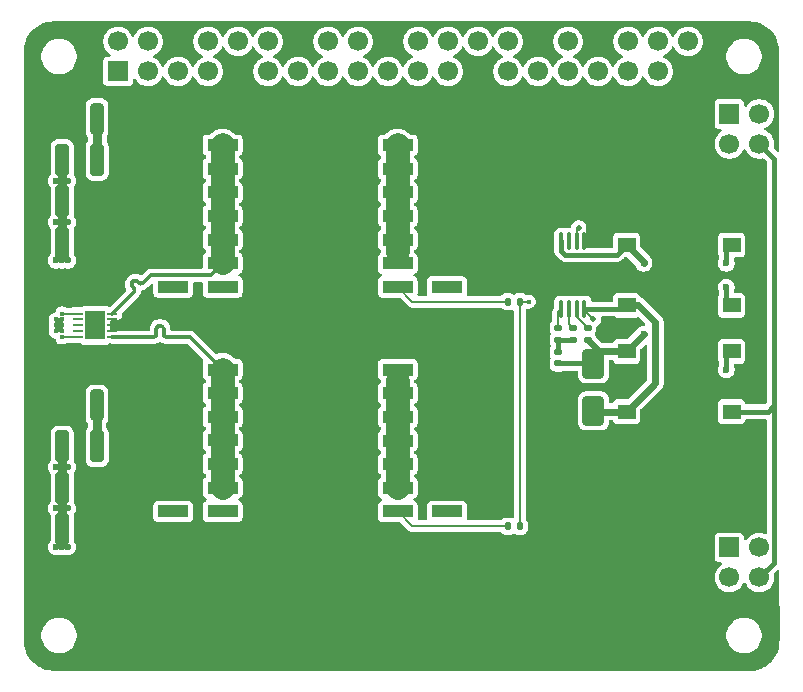
<source format=gbr>
%TF.GenerationSoftware,KiCad,Pcbnew,9.0.5*%
%TF.CreationDate,2025-10-24T16:15:43+02:00*%
%TF.ProjectId,poe4pi,706f6534-7069-42e6-9b69-6361645f7063,rev?*%
%TF.SameCoordinates,Original*%
%TF.FileFunction,Copper,L1,Top*%
%TF.FilePolarity,Positive*%
%FSLAX46Y46*%
G04 Gerber Fmt 4.6, Leading zero omitted, Abs format (unit mm)*
G04 Created by KiCad (PCBNEW 9.0.5) date 2025-10-24 16:15:43*
%MOMM*%
%LPD*%
G01*
G04 APERTURE LIST*
G04 Aperture macros list*
%AMRoundRect*
0 Rectangle with rounded corners*
0 $1 Rounding radius*
0 $2 $3 $4 $5 $6 $7 $8 $9 X,Y pos of 4 corners*
0 Add a 4 corners polygon primitive as box body*
4,1,4,$2,$3,$4,$5,$6,$7,$8,$9,$2,$3,0*
0 Add four circle primitives for the rounded corners*
1,1,$1+$1,$2,$3*
1,1,$1+$1,$4,$5*
1,1,$1+$1,$6,$7*
1,1,$1+$1,$8,$9*
0 Add four rect primitives between the rounded corners*
20,1,$1+$1,$2,$3,$4,$5,0*
20,1,$1+$1,$4,$5,$6,$7,0*
20,1,$1+$1,$6,$7,$8,$9,0*
20,1,$1+$1,$8,$9,$2,$3,0*%
G04 Aperture macros list end*
%TA.AperFunction,SMDPad,CuDef*%
%ADD10RoundRect,0.075000X0.075000X-0.125000X0.075000X0.125000X-0.075000X0.125000X-0.075000X-0.125000X0*%
%TD*%
%TA.AperFunction,SMDPad,CuDef*%
%ADD11RoundRect,0.075000X-0.075000X0.125000X-0.075000X-0.125000X0.075000X-0.125000X0.075000X0.125000X0*%
%TD*%
%TA.AperFunction,SMDPad,CuDef*%
%ADD12R,0.812800X0.254000*%
%TD*%
%TA.AperFunction,SMDPad,CuDef*%
%ADD13R,1.752600X2.489200*%
%TD*%
%TA.AperFunction,SMDPad,CuDef*%
%ADD14R,2.580000X1.000000*%
%TD*%
%TA.AperFunction,SMDPad,CuDef*%
%ADD15RoundRect,0.250000X0.312500X1.075000X-0.312500X1.075000X-0.312500X-1.075000X0.312500X-1.075000X0*%
%TD*%
%TA.AperFunction,SMDPad,CuDef*%
%ADD16RoundRect,0.135000X0.135000X0.185000X-0.135000X0.185000X-0.135000X-0.185000X0.135000X-0.185000X0*%
%TD*%
%TA.AperFunction,SMDPad,CuDef*%
%ADD17RoundRect,0.140000X0.170000X-0.140000X0.170000X0.140000X-0.170000X0.140000X-0.170000X-0.140000X0*%
%TD*%
%TA.AperFunction,SMDPad,CuDef*%
%ADD18R,1.500000X1.300000*%
%TD*%
%TA.AperFunction,SMDPad,CuDef*%
%ADD19RoundRect,0.135000X-0.185000X0.135000X-0.185000X-0.135000X0.185000X-0.135000X0.185000X0.135000X0*%
%TD*%
%TA.AperFunction,SMDPad,CuDef*%
%ADD20RoundRect,0.250000X-0.325000X-1.100000X0.325000X-1.100000X0.325000X1.100000X-0.325000X1.100000X0*%
%TD*%
%TA.AperFunction,ComponentPad*%
%ADD21R,1.700000X1.700000*%
%TD*%
%TA.AperFunction,ComponentPad*%
%ADD22C,1.700000*%
%TD*%
%TA.AperFunction,SMDPad,CuDef*%
%ADD23RoundRect,0.250000X-0.650000X1.000000X-0.650000X-1.000000X0.650000X-1.000000X0.650000X1.000000X0*%
%TD*%
%TA.AperFunction,SMDPad,CuDef*%
%ADD24RoundRect,0.100000X0.100000X-0.637500X0.100000X0.637500X-0.100000X0.637500X-0.100000X-0.637500X0*%
%TD*%
%TA.AperFunction,ViaPad*%
%ADD25C,0.600000*%
%TD*%
%TA.AperFunction,ViaPad*%
%ADD26C,0.400000*%
%TD*%
%TA.AperFunction,ViaPad*%
%ADD27C,0.500000*%
%TD*%
%TA.AperFunction,Conductor*%
%ADD28C,0.800000*%
%TD*%
%TA.AperFunction,Conductor*%
%ADD29C,0.200000*%
%TD*%
%TA.AperFunction,Conductor*%
%ADD30C,0.600000*%
%TD*%
%TA.AperFunction,Conductor*%
%ADD31C,2.000000*%
%TD*%
%TA.AperFunction,Conductor*%
%ADD32C,0.400000*%
%TD*%
%TA.AperFunction,Conductor*%
%ADD33C,0.300000*%
%TD*%
G04 APERTURE END LIST*
D10*
%TO.P,R2,1*%
%TO.N,Net-(U1-OUTA)*%
X31750000Y-60250000D03*
%TO.P,R2,2*%
%TO.N,+5V*%
X31750000Y-59750000D03*
%TD*%
D11*
%TO.P,R3,1*%
%TO.N,Net-(U1-OUTB)*%
X31750000Y-58250000D03*
%TO.P,R3,2*%
%TO.N,+5V*%
X31750000Y-58750000D03*
%TD*%
D12*
%TO.P,U1,1,INA*%
%TO.N,Net-(LSI-U1-VPP_OUT)*%
X36000000Y-60250000D03*
%TO.P,U1,2,ENBA*%
%TO.N,GND*%
X36000000Y-59749998D03*
%TO.P,U1,3,GND*%
X36000000Y-59249999D03*
%TO.P,U1,4,ENBB*%
X36000000Y-58750000D03*
%TO.P,U1,5,INB*%
%TO.N,Net-(LSI-U2-VPP_OUT)*%
X36000000Y-58249998D03*
%TO.P,U1,6,OUTB*%
%TO.N,Net-(U1-OUTB)*%
X33104400Y-58249998D03*
%TO.P,U1,7,OVP*%
%TO.N,unconnected-(U1-OVP-Pad7)*%
X33104400Y-58750000D03*
%TO.P,U1,8,OVI*%
%TO.N,unconnected-(U1-OVI-Pad8)*%
X33104400Y-59249999D03*
%TO.P,U1,9,STAT*%
%TO.N,unconnected-(U1-STAT-Pad9)*%
X33104400Y-59749998D03*
%TO.P,U1,10,OUTA*%
%TO.N,Net-(U1-OUTA)*%
X33104400Y-60250000D03*
D13*
%TO.P,U1,11,EPAD*%
%TO.N,unconnected-(U1-EPAD-Pad11)*%
X34552200Y-59249999D03*
%TD*%
D14*
%TO.P,LSI-U1,1,GND*%
%TO.N,GND*%
X64337024Y-73001469D03*
X64337024Y-71001469D03*
X64337024Y-69001469D03*
X64337024Y-67001469D03*
X64337024Y-65001469D03*
X64337024Y-63001469D03*
%TO.P,LSI-U1,2,VPP_IN*%
%TO.N,POE_V+*%
X60167024Y-73001469D03*
X60167024Y-71001469D03*
X60167024Y-69001469D03*
X60167024Y-67001469D03*
X60167024Y-65001469D03*
X60167024Y-63001469D03*
%TO.P,LSI-U1,3,VPP_OUT*%
%TO.N,Net-(LSI-U1-VPP_OUT)*%
X45345015Y-72994762D03*
X45345015Y-70994762D03*
X45345015Y-68994762D03*
X45345015Y-66994762D03*
X45345015Y-64994762D03*
X45345015Y-62994762D03*
%TO.P,LSI-U1,4,GND*%
%TO.N,GND*%
X41175015Y-72994762D03*
X41175015Y-70994762D03*
X41175015Y-68994762D03*
X41175015Y-66994762D03*
X41175015Y-64994762D03*
X41175015Y-62994762D03*
%TO.P,LSI-U1,5,S1*%
%TO.N,unconnected-(LSI-U1-S1-Pad5)*%
X64337024Y-75001469D03*
%TO.P,LSI-U1,6,S2*%
%TO.N,Net-(LSI-U1-S2)*%
X60167024Y-75001469D03*
%TO.P,LSI-U1,7,S3*%
%TO.N,unconnected-(LSI-U1-S3-Pad7)*%
X45345015Y-74994762D03*
%TO.P,LSI-U1,8,S4*%
%TO.N,unconnected-(LSI-U1-S4-Pad8)*%
X41175015Y-74994762D03*
%TD*%
D15*
%TO.P,R5,1*%
%TO.N,Net-(C4-Pad2)*%
X34712500Y-66000000D03*
%TO.P,R5,2*%
%TO.N,GND*%
X31787500Y-66000000D03*
%TD*%
D16*
%TO.P,R1,1*%
%TO.N,Net-(U3-PG)*%
X70510000Y-57250000D03*
%TO.P,R1,2*%
%TO.N,Net-(LSI-U2-S2)*%
X69490000Y-57250000D03*
%TD*%
D17*
%TO.P,C15,1*%
%TO.N,POE_V+*%
X73750000Y-62480000D03*
%TO.P,C15,2*%
%TO.N,POE_V-*%
X73750000Y-61520000D03*
%TD*%
D18*
%TO.P,D2,1,+*%
%TO.N,POE_V+*%
X79550000Y-52450000D03*
%TO.P,D2,2,-*%
%TO.N,POE_V-*%
X79550000Y-57550000D03*
%TO.P,D2,3*%
%TO.N,POE_PAIR_1+*%
X88450000Y-57550000D03*
%TO.P,D2,4*%
%TO.N,POE_PAIR_1-*%
X88450000Y-52450000D03*
%TD*%
D16*
%TO.P,R12,1*%
%TO.N,Net-(U3-PG)*%
X70510000Y-76250000D03*
%TO.P,R12,2*%
%TO.N,Net-(LSI-U1-S2)*%
X69490000Y-76250000D03*
%TD*%
D19*
%TO.P,R22,1*%
%TO.N,Net-(U3-DET)*%
X76250000Y-59480000D03*
%TO.P,R22,2*%
%TO.N,POE_V+*%
X76250000Y-60500000D03*
%TD*%
D20*
%TO.P,C2,1*%
%TO.N,+5V*%
X31775000Y-48750000D03*
%TO.P,C2,2*%
%TO.N,GND*%
X34725000Y-48750000D03*
%TD*%
D15*
%TO.P,R4,1*%
%TO.N,Net-(C1-Pad2)*%
X34712500Y-41750000D03*
%TO.P,R4,2*%
%TO.N,GND*%
X31787500Y-41750000D03*
%TD*%
D14*
%TO.P,LSI-U2,1,GND*%
%TO.N,GND*%
X64337024Y-54001469D03*
X64337024Y-52001469D03*
X64337024Y-50001469D03*
X64337024Y-48001469D03*
X64337024Y-46001469D03*
X64337024Y-44001469D03*
%TO.P,LSI-U2,2,VPP_IN*%
%TO.N,POE_V+*%
X60167024Y-54001469D03*
X60167024Y-52001469D03*
X60167024Y-50001469D03*
X60167024Y-48001469D03*
X60167024Y-46001469D03*
X60167024Y-44001469D03*
%TO.P,LSI-U2,3,VPP_OUT*%
%TO.N,Net-(LSI-U2-VPP_OUT)*%
X45345015Y-53994762D03*
X45345015Y-51994762D03*
X45345015Y-49994762D03*
X45345015Y-47994762D03*
X45345015Y-45994762D03*
X45345015Y-43994762D03*
%TO.P,LSI-U2,4,GND*%
%TO.N,GND*%
X41175015Y-53994762D03*
X41175015Y-51994762D03*
X41175015Y-49994762D03*
X41175015Y-47994762D03*
X41175015Y-45994762D03*
X41175015Y-43994762D03*
%TO.P,LSI-U2,5,S1*%
%TO.N,unconnected-(LSI-U2-S1-Pad5)*%
X64337024Y-56001469D03*
%TO.P,LSI-U2,6,S2*%
%TO.N,Net-(LSI-U2-S2)*%
X60167024Y-56001469D03*
%TO.P,LSI-U2,7,S3*%
%TO.N,unconnected-(LSI-U2-S3-Pad7)*%
X45345015Y-55994762D03*
%TO.P,LSI-U2,8,S4*%
%TO.N,unconnected-(LSI-U2-S4-Pad8)*%
X41175015Y-55994762D03*
%TD*%
D20*
%TO.P,C6,1*%
%TO.N,+5V*%
X31775000Y-76500000D03*
%TO.P,C6,2*%
%TO.N,GND*%
X34725000Y-76500000D03*
%TD*%
D18*
%TO.P,D1,1,+*%
%TO.N,POE_V+*%
X79550000Y-61450000D03*
%TO.P,D1,2,-*%
%TO.N,POE_V-*%
X79550000Y-66550000D03*
%TO.P,D1,3*%
%TO.N,POE_PAIR_2+*%
X88450000Y-66550000D03*
%TO.P,D1,4*%
%TO.N,POE_PAIR_2-*%
X88450000Y-61450000D03*
%TD*%
D21*
%TO.P,J2,1,Pin_1*%
%TO.N,POE_PAIR_1-*%
X88250000Y-78060000D03*
D22*
%TO.P,J2,2,Pin_2*%
%TO.N,POE_PAIR_1+*%
X88250000Y-80600000D03*
%TO.P,J2,3,Pin_3*%
%TO.N,POE_PAIR_2-*%
X90790000Y-78060000D03*
%TO.P,J2,4,Pin_4*%
%TO.N,POE_PAIR_2+*%
X90790000Y-80600000D03*
%TD*%
D19*
%TO.P,R23,1*%
%TO.N,Net-(U3-ILIM)*%
X73750000Y-59490000D03*
%TO.P,R23,2*%
%TO.N,POE_V-*%
X73750000Y-60510000D03*
%TD*%
%TO.P,R24,1*%
%TO.N,Net-(U3-CLASS)*%
X75000000Y-59490000D03*
%TO.P,R24,2*%
%TO.N,POE_V-*%
X75000000Y-60510000D03*
%TD*%
D20*
%TO.P,C4,1*%
%TO.N,+5V*%
X31775000Y-69500000D03*
%TO.P,C4,2*%
%TO.N,Net-(C4-Pad2)*%
X34725000Y-69500000D03*
%TD*%
%TO.P,C3,1*%
%TO.N,+5V*%
X31775000Y-52250000D03*
%TO.P,C3,2*%
%TO.N,GND*%
X34725000Y-52250000D03*
%TD*%
D23*
%TO.P,D4,1,A1*%
%TO.N,POE_V+*%
X76750000Y-62500000D03*
%TO.P,D4,2,A2*%
%TO.N,POE_V-*%
X76750000Y-66500000D03*
%TD*%
D20*
%TO.P,C1,1*%
%TO.N,+5V*%
X31775000Y-45250000D03*
%TO.P,C1,2*%
%TO.N,Net-(C1-Pad2)*%
X34725000Y-45250000D03*
%TD*%
%TO.P,C5,1*%
%TO.N,+5V*%
X31775000Y-73000000D03*
%TO.P,C5,2*%
%TO.N,GND*%
X34725000Y-73000000D03*
%TD*%
D24*
%TO.P,U3,1,ILIM*%
%TO.N,Net-(U3-ILIM)*%
X74025000Y-57862500D03*
%TO.P,U3,2,CLASS*%
%TO.N,Net-(U3-CLASS)*%
X74675000Y-57862500D03*
%TO.P,U3,3,DET*%
%TO.N,Net-(U3-DET)*%
X75325000Y-57862500D03*
%TO.P,U3,4,VSS*%
%TO.N,POE_V-*%
X75975000Y-57862500D03*
%TO.P,U3,5,RTN*%
%TO.N,GND*%
X75975000Y-52137500D03*
%TO.P,U3,6,PG*%
%TO.N,Net-(U3-PG)*%
X75325000Y-52137500D03*
%TO.P,U3,7,NC*%
%TO.N,unconnected-(U3-NC-Pad7)*%
X74675000Y-52137500D03*
%TO.P,U3,8,VDD*%
%TO.N,POE_V+*%
X74025000Y-52137500D03*
%TD*%
D21*
%TO.P,J1,1,Pin_1*%
%TO.N,POE_PAIR_1-*%
X88250000Y-41360000D03*
D22*
%TO.P,J1,2,Pin_2*%
%TO.N,POE_PAIR_1+*%
X88250000Y-43900000D03*
%TO.P,J1,3,Pin_3*%
%TO.N,POE_PAIR_2-*%
X90790000Y-41360000D03*
%TO.P,J1,4,Pin_4*%
%TO.N,POE_PAIR_2+*%
X90790000Y-43900000D03*
%TD*%
%TO.P,J3,40,Pin_40*%
%TO.N,unconnected-(J3-Pin_40-Pad40)*%
X84760000Y-35210000D03*
%TO.P,J3,39,Pin_39*%
%TO.N,GND*%
X84760000Y-37750000D03*
%TO.P,J3,38,Pin_38*%
%TO.N,unconnected-(J3-Pin_38-Pad38)*%
X82220000Y-35210000D03*
%TO.P,J3,37,Pin_37*%
%TO.N,unconnected-(J3-Pin_37-Pad37)*%
X82220000Y-37750000D03*
%TO.P,J3,36,Pin_36*%
%TO.N,unconnected-(J3-Pin_36-Pad36)*%
X79680000Y-35210000D03*
%TO.P,J3,35,Pin_35*%
%TO.N,unconnected-(J3-Pin_35-Pad35)*%
X79680000Y-37750000D03*
%TO.P,J3,34,Pin_34*%
%TO.N,GND*%
X77140000Y-35210000D03*
%TO.P,J3,33,Pin_33*%
%TO.N,unconnected-(J3-Pin_33-Pad33)*%
X77140000Y-37750000D03*
%TO.P,J3,32,Pin_32*%
%TO.N,unconnected-(J3-Pin_32-Pad32)*%
X74600000Y-35210000D03*
%TO.P,J3,31,Pin_31*%
%TO.N,unconnected-(J3-Pin_31-Pad31)*%
X74600000Y-37750000D03*
%TO.P,J3,30,Pin_30*%
%TO.N,GND*%
X72060000Y-35210000D03*
%TO.P,J3,29,Pin_29*%
%TO.N,unconnected-(J3-Pin_29-Pad29)*%
X72060000Y-37750000D03*
%TO.P,J3,28,Pin_28*%
%TO.N,unconnected-(J3-Pin_28-Pad28)*%
X69520000Y-35210000D03*
%TO.P,J3,27,Pin_27*%
%TO.N,unconnected-(J3-Pin_27-Pad27)*%
X69520000Y-37750000D03*
%TO.P,J3,26,Pin_26*%
%TO.N,unconnected-(J3-Pin_26-Pad26)*%
X66980000Y-35210000D03*
%TO.P,J3,25,Pin_25*%
%TO.N,GND*%
X66980000Y-37750000D03*
%TO.P,J3,24,Pin_24*%
%TO.N,unconnected-(J3-Pin_24-Pad24)*%
X64440000Y-35210000D03*
%TO.P,J3,23,Pin_23*%
%TO.N,unconnected-(J3-Pin_23-Pad23)*%
X64440000Y-37750000D03*
%TO.P,J3,22,Pin_22*%
%TO.N,unconnected-(J3-Pin_22-Pad22)*%
X61900000Y-35210000D03*
%TO.P,J3,21,Pin_21*%
%TO.N,unconnected-(J3-Pin_21-Pad21)*%
X61900000Y-37750000D03*
%TO.P,J3,20,Pin_20*%
%TO.N,GND*%
X59360000Y-35210000D03*
%TO.P,J3,19,Pin_19*%
%TO.N,unconnected-(J3-Pin_19-Pad19)*%
X59360000Y-37750000D03*
%TO.P,J3,18,Pin_18*%
%TO.N,unconnected-(J3-Pin_18-Pad18)*%
X56820000Y-35210000D03*
%TO.P,J3,17,Pin_17*%
%TO.N,unconnected-(J3-Pin_17-Pad17)*%
X56820000Y-37750000D03*
%TO.P,J3,16,Pin_16*%
%TO.N,unconnected-(J3-Pin_16-Pad16)*%
X54280000Y-35210000D03*
%TO.P,J3,15,Pin_15*%
%TO.N,unconnected-(J3-Pin_15-Pad15)*%
X54280000Y-37750000D03*
%TO.P,J3,14,Pin_14*%
%TO.N,GND*%
X51740000Y-35210000D03*
%TO.P,J3,13,Pin_13*%
%TO.N,unconnected-(J3-Pin_13-Pad13)*%
X51740000Y-37750000D03*
%TO.P,J3,12,Pin_12*%
%TO.N,unconnected-(J3-Pin_12-Pad12)*%
X49200000Y-35210000D03*
%TO.P,J3,11,Pin_11*%
%TO.N,unconnected-(J3-Pin_11-Pad11)*%
X49200000Y-37750000D03*
%TO.P,J3,10,Pin_10*%
%TO.N,unconnected-(J3-Pin_10-Pad10)*%
X46660000Y-35210000D03*
%TO.P,J3,9,Pin_9*%
%TO.N,GND*%
X46660000Y-37750000D03*
%TO.P,J3,8,Pin_8*%
%TO.N,unconnected-(J3-Pin_8-Pad8)*%
X44120000Y-35210000D03*
%TO.P,J3,7,Pin_7*%
%TO.N,unconnected-(J3-Pin_7-Pad7)*%
X44120000Y-37750000D03*
%TO.P,J3,6,Pin_6*%
%TO.N,GND*%
X41580000Y-35210000D03*
%TO.P,J3,5,Pin_5*%
%TO.N,unconnected-(J3-Pin_5-Pad5)*%
X41580000Y-37750000D03*
%TO.P,J3,4,Pin_4*%
%TO.N,+5V*%
X39040000Y-35210000D03*
%TO.P,J3,3,Pin_3*%
%TO.N,unconnected-(J3-Pin_3-Pad3)*%
X39040000Y-37750000D03*
%TO.P,J3,2,Pin_2*%
%TO.N,+5V*%
X36500000Y-35210000D03*
D21*
%TO.P,J3,1,Pin_1*%
%TO.N,unconnected-(J3-Pin_1-Pad1)*%
X36500000Y-37750000D03*
%TD*%
D25*
%TO.N,GND*%
X35750000Y-50500000D03*
X78600000Y-60000000D03*
X35750000Y-74750000D03*
X30500000Y-66000000D03*
X78000000Y-58800000D03*
X30750000Y-41750000D03*
X79800000Y-59400000D03*
%TO.N,+5V*%
X31750000Y-50500000D03*
X32250000Y-53750000D03*
D26*
X31750000Y-59250000D03*
D25*
X31750000Y-74750000D03*
X32250000Y-74750000D03*
X31250000Y-74750000D03*
X31775000Y-71250000D03*
X31250000Y-78000000D03*
D26*
X31250000Y-59250000D03*
D25*
X32250000Y-47000000D03*
X31750000Y-78000000D03*
X31250000Y-50500000D03*
D26*
X31250000Y-58750000D03*
D25*
X32250000Y-71250000D03*
D26*
X31250000Y-59750000D03*
X31500000Y-59500000D03*
D25*
X31250000Y-53750000D03*
X31750000Y-53750000D03*
D26*
X31500000Y-59000000D03*
D25*
X31250000Y-47000000D03*
X32250000Y-50500000D03*
X32250000Y-78000000D03*
X31250000Y-71250000D03*
X31750000Y-47000000D03*
%TO.N,POE_V+*%
X81000000Y-60000000D03*
X60200000Y-70000000D03*
X60200000Y-51000000D03*
X60200000Y-45000000D03*
X60200000Y-47000000D03*
X81000000Y-54000000D03*
X60167024Y-64000000D03*
X60200000Y-49000000D03*
X60200000Y-66000000D03*
X60200000Y-68000000D03*
X60167024Y-72000000D03*
X60167024Y-53000000D03*
D27*
%TO.N,POE_V-*%
X75000000Y-60510000D03*
X76750000Y-58750000D03*
D25*
%TO.N,POE_PAIR_2-*%
X88000000Y-63000000D03*
%TO.N,POE_PAIR_1-*%
X88000000Y-54000000D03*
%TO.N,POE_PAIR_1+*%
X88000000Y-56000000D03*
D26*
%TO.N,Net-(U3-PG)*%
X71250000Y-57250000D03*
D27*
X75500000Y-51000000D03*
%TD*%
D28*
%TO.N,GND*%
X34725000Y-48750000D02*
X34725000Y-50500000D01*
X34725000Y-50500000D02*
X34725000Y-52250000D01*
X31787500Y-66000000D02*
X30500000Y-66000000D01*
X34725000Y-74750000D02*
X34725000Y-76500000D01*
X34725000Y-73000000D02*
X34725000Y-74750000D01*
X34725000Y-74750000D02*
X35750000Y-74750000D01*
X31787500Y-41750000D02*
X30750000Y-41750000D01*
X34725000Y-50500000D02*
X35750000Y-50500000D01*
D29*
%TO.N,+5V*%
X31750000Y-58750000D02*
X31250000Y-58750000D01*
X31750000Y-59250000D02*
X31250000Y-58750000D01*
X31750000Y-59250000D02*
X31250000Y-59750000D01*
X31750000Y-58750000D02*
X31750000Y-59250000D01*
D28*
X31775000Y-45250000D02*
X31775000Y-48750000D01*
D29*
X31750000Y-59750000D02*
X31750000Y-59250000D01*
X31750000Y-59250000D02*
X31250000Y-59250000D01*
D28*
X31775000Y-69500000D02*
X31775000Y-76500000D01*
D29*
X31750000Y-59750000D02*
X31250000Y-59750000D01*
D28*
X31775000Y-52250000D02*
X31775000Y-48750000D01*
D29*
X31250000Y-58750000D02*
X31250000Y-59750000D01*
D30*
%TO.N,POE_V+*%
X81000000Y-54000000D02*
X81000000Y-53900000D01*
D31*
X60167024Y-53000000D02*
X60167024Y-44001469D01*
D30*
X81000000Y-53900000D02*
X79550000Y-52450000D01*
D32*
X73750000Y-62480000D02*
X76730000Y-62480000D01*
X76730000Y-62480000D02*
X76750000Y-62500000D01*
D31*
X60167024Y-73001469D02*
X60167024Y-64000000D01*
D30*
X77200000Y-61450000D02*
X76250000Y-60500000D01*
D32*
X78724000Y-53276000D02*
X74364708Y-53276000D01*
D29*
X73770000Y-62500000D02*
X73750000Y-62480000D01*
D32*
X79550000Y-52450000D02*
X78724000Y-53276000D01*
D30*
X79550000Y-61450000D02*
X77200000Y-61450000D01*
D32*
X74364708Y-53276000D02*
X74025000Y-52936292D01*
X74025000Y-52936292D02*
X74025000Y-52137500D01*
D30*
X79550000Y-61450000D02*
X81000000Y-60000000D01*
%TO.N,POE_V-*%
X80550000Y-57550000D02*
X79550000Y-57550000D01*
D29*
X75975000Y-57862500D02*
X75975000Y-57975000D01*
D30*
X79550000Y-66550000D02*
X82000000Y-64100000D01*
X82000000Y-64100000D02*
X82000000Y-59000000D01*
D29*
X75975000Y-57975000D02*
X76750000Y-58750000D01*
D32*
X79237500Y-57862500D02*
X79550000Y-57550000D01*
X75975000Y-57862500D02*
X79237500Y-57862500D01*
D30*
X82000000Y-59000000D02*
X80550000Y-57550000D01*
X79550000Y-66550000D02*
X76800000Y-66550000D01*
X76800000Y-66550000D02*
X76750000Y-66500000D01*
D32*
X73750000Y-60510000D02*
X73750000Y-61520000D01*
X75000000Y-60510000D02*
X73750000Y-60510000D01*
%TO.N,POE_PAIR_2+*%
X92041000Y-66000000D02*
X92041000Y-79349000D01*
X90790000Y-43900000D02*
X92041000Y-45151000D01*
X92041000Y-79349000D02*
X90790000Y-80600000D01*
X91491000Y-66550000D02*
X92041000Y-66000000D01*
X92041000Y-45151000D02*
X92041000Y-66000000D01*
X88450000Y-66550000D02*
X91491000Y-66550000D01*
%TO.N,POE_PAIR_2-*%
X88000000Y-61900000D02*
X88450000Y-61450000D01*
X88000000Y-63000000D02*
X88000000Y-61900000D01*
%TO.N,POE_PAIR_1-*%
X88000000Y-52900000D02*
X88450000Y-52450000D01*
X88000000Y-54000000D02*
X88000000Y-52900000D01*
%TO.N,POE_PAIR_1+*%
X88000000Y-56000000D02*
X88000000Y-57100000D01*
X88000000Y-57100000D02*
X88450000Y-57550000D01*
D33*
%TO.N,Net-(LSI-U1-VPP_OUT)*%
X40349973Y-60010000D02*
X40349973Y-59524908D01*
D31*
X45345015Y-72994762D02*
X45345015Y-62994762D01*
D33*
X39749973Y-59524908D02*
X39749973Y-60010000D01*
X40109973Y-59284908D02*
X39989973Y-59284908D01*
X39302265Y-60250000D02*
X36000000Y-60250000D01*
X39509973Y-60250000D02*
X39389973Y-60250000D01*
X39389973Y-60250000D02*
X39302265Y-60250000D01*
X42600253Y-60250000D02*
X40589973Y-60250000D01*
X45345015Y-62994762D02*
X42600253Y-60250000D01*
X40589973Y-60250000D02*
G75*
G02*
X40350000Y-60010000I27J240000D01*
G01*
X40349973Y-59524908D02*
G75*
G03*
X40109973Y-59284927I-239973J8D01*
G01*
X39989973Y-59284908D02*
G75*
G03*
X39750008Y-59524908I27J-239992D01*
G01*
X39749973Y-60010000D02*
G75*
G02*
X39509973Y-60249973I-239973J0D01*
G01*
D29*
%TO.N,Net-(LSI-U1-S2)*%
X69490000Y-76250000D02*
X61415555Y-76250000D01*
X61415555Y-76250000D02*
X60167024Y-75001469D01*
D33*
%TO.N,Net-(LSI-U2-VPP_OUT)*%
X37707436Y-55620199D02*
X37792289Y-55535347D01*
X38677735Y-55572264D02*
X39249998Y-55000000D01*
X36000000Y-58249998D02*
X37829205Y-56420793D01*
X37829206Y-56081381D02*
X37707436Y-55959611D01*
X39249998Y-55000000D02*
X44339777Y-55000000D01*
X38131701Y-55535346D02*
X38253472Y-55657117D01*
X38592884Y-55657117D02*
X38677735Y-55572264D01*
X44339777Y-55000000D02*
X45345015Y-53994762D01*
D31*
X45345015Y-43994762D02*
X45345015Y-53994762D01*
D33*
X37829205Y-56420793D02*
G75*
G03*
X37829193Y-56081395I-169705J169693D01*
G01*
X37707436Y-55959611D02*
G75*
G02*
X37707431Y-55620194I169664J169711D01*
G01*
X38253472Y-55657117D02*
G75*
G03*
X38592884Y-55657117I169706J169701D01*
G01*
X37792289Y-55535347D02*
G75*
G02*
X38131706Y-55535341I169711J-169653D01*
G01*
D29*
%TO.N,Net-(LSI-U2-S2)*%
X61415555Y-57250000D02*
X60167024Y-56001469D01*
X69490000Y-57250000D02*
X61415555Y-57250000D01*
%TO.N,Net-(U3-PG)*%
X71250000Y-57250000D02*
X70510000Y-57250000D01*
X75325000Y-52137500D02*
X75325000Y-51175000D01*
X75325000Y-51175000D02*
X75500000Y-51000000D01*
X70510000Y-57250000D02*
X70510000Y-76250000D01*
%TO.N,Net-(U1-OUTA)*%
X33104400Y-60250000D02*
X31750000Y-60250000D01*
%TO.N,Net-(U1-OUTB)*%
X31750000Y-58250000D02*
X33104398Y-58250000D01*
X33104398Y-58250000D02*
X33104400Y-58249998D01*
%TO.N,Net-(U3-DET)*%
X76250000Y-59480000D02*
X75325000Y-58555000D01*
D32*
X76250000Y-59480000D02*
X76143708Y-59480000D01*
D29*
X75325000Y-58555000D02*
X75325000Y-57862500D01*
%TO.N,Net-(U3-ILIM)*%
X73750000Y-59490000D02*
X73750000Y-58137500D01*
X73750000Y-58137500D02*
X74025000Y-57862500D01*
%TO.N,Net-(U3-CLASS)*%
X74675000Y-57862500D02*
X74675000Y-59165000D01*
X74675000Y-59165000D02*
X75000000Y-59490000D01*
D28*
%TO.N,Net-(C1-Pad2)*%
X34725000Y-45250000D02*
X34725000Y-41762500D01*
X34725000Y-41762500D02*
X34712500Y-41750000D01*
%TO.N,Net-(C4-Pad2)*%
X34712500Y-66000000D02*
X34712500Y-69487500D01*
X34712500Y-69487500D02*
X34725000Y-69500000D01*
%TD*%
%TA.AperFunction,Conductor*%
%TO.N,GND*%
G36*
X78474685Y-58471644D02*
G01*
X78504672Y-58478168D01*
X78509687Y-58481922D01*
X78512284Y-58482685D01*
X78532926Y-58499319D01*
X78561652Y-58528045D01*
X78561654Y-58528046D01*
X78561658Y-58528050D01*
X78668814Y-58582649D01*
X78674698Y-58585647D01*
X78768475Y-58600499D01*
X78768481Y-58600500D01*
X80331518Y-58600499D01*
X80425304Y-58585646D01*
X80457442Y-58569270D01*
X80526108Y-58556374D01*
X80590849Y-58582649D01*
X80601417Y-58592074D01*
X81097162Y-59087819D01*
X81130647Y-59149142D01*
X81125663Y-59218834D01*
X81083791Y-59274767D01*
X81018327Y-59299184D01*
X81009481Y-59299500D01*
X80931004Y-59299500D01*
X80795677Y-59326418D01*
X80795667Y-59326421D01*
X80668192Y-59379222D01*
X80553454Y-59455887D01*
X79646160Y-60363181D01*
X79584837Y-60396666D01*
X79558479Y-60399500D01*
X78768482Y-60399500D01*
X78687519Y-60412323D01*
X78674696Y-60414354D01*
X78561658Y-60471950D01*
X78561657Y-60471951D01*
X78561652Y-60471954D01*
X78471954Y-60561652D01*
X78471951Y-60561657D01*
X78471950Y-60561658D01*
X78439652Y-60625047D01*
X78410737Y-60681795D01*
X78362762Y-60732591D01*
X78300252Y-60749500D01*
X77541519Y-60749500D01*
X77474480Y-60729815D01*
X77453838Y-60713181D01*
X76966984Y-60226327D01*
X76965752Y-60224638D01*
X76964796Y-60224084D01*
X76960925Y-60218017D01*
X76944366Y-60195304D01*
X76941562Y-60189845D01*
X76906163Y-60100078D01*
X76872958Y-60056291D01*
X76868010Y-60046658D01*
X76863401Y-60022555D01*
X76854682Y-59999615D01*
X76856955Y-59988843D01*
X76854888Y-59978032D01*
X76864041Y-59955264D01*
X76869109Y-59931251D01*
X76879499Y-59915082D01*
X76906163Y-59879922D01*
X76960166Y-59742979D01*
X76970500Y-59656927D01*
X76970499Y-59445615D01*
X76990183Y-59378576D01*
X77042987Y-59332821D01*
X77046995Y-59331075D01*
X77058127Y-59326465D01*
X77164669Y-59255276D01*
X77255276Y-59164669D01*
X77326465Y-59058127D01*
X77375501Y-58939744D01*
X77400500Y-58814069D01*
X77400500Y-58685931D01*
X77396971Y-58668192D01*
X77385633Y-58611193D01*
X77391860Y-58541601D01*
X77434722Y-58486423D01*
X77500612Y-58463178D01*
X77507250Y-58463000D01*
X78445245Y-58463000D01*
X78474685Y-58471644D01*
G37*
%TD.AperFunction*%
%TA.AperFunction,Conductor*%
G36*
X89912791Y-33521821D02*
G01*
X89974935Y-33521820D01*
X89982419Y-33522045D01*
X90272482Y-33539589D01*
X90287340Y-33541393D01*
X90569475Y-33593095D01*
X90584008Y-33596677D01*
X90584030Y-33596684D01*
X90857859Y-33682011D01*
X90871860Y-33687321D01*
X91133422Y-33805039D01*
X91146680Y-33811997D01*
X91392150Y-33960389D01*
X91404461Y-33968887D01*
X91623479Y-34140476D01*
X91630259Y-34145788D01*
X91641467Y-34155718D01*
X91844281Y-34358532D01*
X91854211Y-34369740D01*
X92031108Y-34595532D01*
X92039614Y-34607855D01*
X92188001Y-34853318D01*
X92194960Y-34866577D01*
X92312678Y-35128139D01*
X92317988Y-35142140D01*
X92403321Y-35415988D01*
X92406904Y-35430527D01*
X92458605Y-35712655D01*
X92460410Y-35727520D01*
X92477953Y-36017579D01*
X92478179Y-36025009D01*
X92478179Y-36027022D01*
X92478179Y-36087209D01*
X92478207Y-36087314D01*
X92478211Y-36095542D01*
X92478211Y-36095545D01*
X92481772Y-44443122D01*
X92462116Y-44510170D01*
X92409332Y-44555947D01*
X92340177Y-44565920D01*
X92276609Y-44536923D01*
X92270091Y-44530856D01*
X92043768Y-44304533D01*
X92010283Y-44243210D01*
X92008976Y-44197454D01*
X92040500Y-43998422D01*
X92040500Y-43801577D01*
X92009709Y-43607173D01*
X91962943Y-43463244D01*
X91948884Y-43419975D01*
X91948882Y-43419972D01*
X91948882Y-43419970D01*
X91898356Y-43320808D01*
X91859524Y-43244595D01*
X91743828Y-43085354D01*
X91604646Y-42946172D01*
X91525025Y-42888324D01*
X91445403Y-42830474D01*
X91268787Y-42740485D01*
X91217990Y-42692511D01*
X91201195Y-42624690D01*
X91223732Y-42558555D01*
X91268787Y-42519515D01*
X91445403Y-42429525D01*
X91445402Y-42429525D01*
X91445405Y-42429524D01*
X91604646Y-42313828D01*
X91743828Y-42174646D01*
X91859524Y-42015405D01*
X91948884Y-41840025D01*
X92009709Y-41652826D01*
X92040500Y-41458422D01*
X92040500Y-41261577D01*
X92009709Y-41067173D01*
X91948882Y-40879970D01*
X91859523Y-40704594D01*
X91855183Y-40698620D01*
X91743828Y-40545354D01*
X91604646Y-40406172D01*
X91445405Y-40290476D01*
X91411375Y-40273137D01*
X91270029Y-40201117D01*
X91082826Y-40140290D01*
X90888422Y-40109500D01*
X90888417Y-40109500D01*
X90691583Y-40109500D01*
X90691578Y-40109500D01*
X90497173Y-40140290D01*
X90309970Y-40201117D01*
X90134594Y-40290476D01*
X90043741Y-40356485D01*
X89975354Y-40406172D01*
X89975352Y-40406174D01*
X89975351Y-40406174D01*
X89836173Y-40545352D01*
X89724817Y-40698620D01*
X89669486Y-40741285D01*
X89599873Y-40747264D01*
X89538078Y-40714658D01*
X89503721Y-40653819D01*
X89500499Y-40625734D01*
X89500499Y-40478482D01*
X89500498Y-40478475D01*
X89485646Y-40384696D01*
X89428050Y-40271658D01*
X89428046Y-40271654D01*
X89428045Y-40271652D01*
X89338347Y-40181954D01*
X89338344Y-40181952D01*
X89338342Y-40181950D01*
X89256580Y-40140290D01*
X89225301Y-40124352D01*
X89131524Y-40109500D01*
X87368482Y-40109500D01*
X87287519Y-40122323D01*
X87274696Y-40124354D01*
X87161658Y-40181950D01*
X87161657Y-40181951D01*
X87161652Y-40181954D01*
X87071954Y-40271652D01*
X87071951Y-40271657D01*
X87071950Y-40271658D01*
X87062362Y-40290476D01*
X87014352Y-40384698D01*
X86999500Y-40478475D01*
X86999500Y-42241517D01*
X87010292Y-42309657D01*
X87014354Y-42335304D01*
X87071950Y-42448342D01*
X87071952Y-42448344D01*
X87071954Y-42448347D01*
X87161652Y-42538045D01*
X87161654Y-42538046D01*
X87161658Y-42538050D01*
X87271980Y-42594262D01*
X87274698Y-42595647D01*
X87368475Y-42610499D01*
X87368481Y-42610500D01*
X87515735Y-42610499D01*
X87582772Y-42630183D01*
X87628527Y-42682987D01*
X87638471Y-42752145D01*
X87609446Y-42815701D01*
X87588619Y-42834816D01*
X87435360Y-42946167D01*
X87435351Y-42946174D01*
X87296174Y-43085351D01*
X87296174Y-43085352D01*
X87296172Y-43085354D01*
X87274035Y-43115823D01*
X87180476Y-43244594D01*
X87091117Y-43419970D01*
X87030290Y-43607173D01*
X86999500Y-43801577D01*
X86999500Y-43998422D01*
X87030290Y-44192826D01*
X87091117Y-44380029D01*
X87171059Y-44536923D01*
X87180476Y-44555405D01*
X87296172Y-44714646D01*
X87435354Y-44853828D01*
X87594595Y-44969524D01*
X87677455Y-45011743D01*
X87769970Y-45058882D01*
X87769972Y-45058882D01*
X87769975Y-45058884D01*
X87832264Y-45079123D01*
X87957173Y-45119709D01*
X88151578Y-45150500D01*
X88151583Y-45150500D01*
X88348422Y-45150500D01*
X88542826Y-45119709D01*
X88562003Y-45113478D01*
X88730025Y-45058884D01*
X88905405Y-44969524D01*
X89064646Y-44853828D01*
X89203828Y-44714646D01*
X89319524Y-44555405D01*
X89408884Y-44380025D01*
X89409515Y-44378787D01*
X89457489Y-44327990D01*
X89525310Y-44311195D01*
X89591445Y-44333732D01*
X89630485Y-44378787D01*
X89720474Y-44555403D01*
X89755234Y-44603246D01*
X89836172Y-44714646D01*
X89975354Y-44853828D01*
X90134595Y-44969524D01*
X90217455Y-45011743D01*
X90309970Y-45058882D01*
X90309972Y-45058882D01*
X90309975Y-45058884D01*
X90372264Y-45079123D01*
X90497173Y-45119709D01*
X90691578Y-45150500D01*
X90691583Y-45150500D01*
X90888422Y-45150500D01*
X91087454Y-45118976D01*
X91156747Y-45127930D01*
X91194533Y-45153768D01*
X91404181Y-45363416D01*
X91437666Y-45424739D01*
X91440500Y-45451097D01*
X91440500Y-65699903D01*
X91431855Y-65729343D01*
X91425332Y-65759330D01*
X91421577Y-65764345D01*
X91420815Y-65766942D01*
X91404181Y-65787584D01*
X91278584Y-65913181D01*
X91217261Y-65946666D01*
X91190903Y-65949500D01*
X89719238Y-65949500D01*
X89652199Y-65929815D01*
X89606444Y-65877011D01*
X89596765Y-65844897D01*
X89585647Y-65774700D01*
X89585647Y-65774699D01*
X89585646Y-65774697D01*
X89585646Y-65774696D01*
X89528050Y-65661658D01*
X89528046Y-65661654D01*
X89528045Y-65661652D01*
X89438347Y-65571954D01*
X89438344Y-65571952D01*
X89438342Y-65571950D01*
X89348708Y-65526279D01*
X89325301Y-65514352D01*
X89231524Y-65499500D01*
X87668482Y-65499500D01*
X87587519Y-65512323D01*
X87574696Y-65514354D01*
X87461658Y-65571950D01*
X87461657Y-65571951D01*
X87461652Y-65571954D01*
X87371954Y-65661652D01*
X87371951Y-65661657D01*
X87314352Y-65774698D01*
X87299500Y-65868475D01*
X87299500Y-67231517D01*
X87306308Y-67274500D01*
X87314354Y-67325304D01*
X87371950Y-67438342D01*
X87371952Y-67438344D01*
X87371954Y-67438347D01*
X87461652Y-67528045D01*
X87461654Y-67528046D01*
X87461658Y-67528050D01*
X87574694Y-67585645D01*
X87574698Y-67585647D01*
X87668475Y-67600499D01*
X87668481Y-67600500D01*
X89231518Y-67600499D01*
X89325304Y-67585646D01*
X89438342Y-67528050D01*
X89528050Y-67438342D01*
X89585646Y-67325304D01*
X89589411Y-67301533D01*
X89596766Y-67255101D01*
X89626696Y-67191967D01*
X89686007Y-67155036D01*
X89719239Y-67150500D01*
X91316500Y-67150500D01*
X91383539Y-67170185D01*
X91429294Y-67222989D01*
X91440500Y-67274500D01*
X91440500Y-76786150D01*
X91420815Y-76853189D01*
X91368011Y-76898944D01*
X91298853Y-76908888D01*
X91274768Y-76902281D01*
X91274658Y-76902622D01*
X91270028Y-76901117D01*
X91270025Y-76901116D01*
X91199925Y-76878339D01*
X91082826Y-76840290D01*
X90888422Y-76809500D01*
X90888417Y-76809500D01*
X90691583Y-76809500D01*
X90691578Y-76809500D01*
X90497173Y-76840290D01*
X90309970Y-76901117D01*
X90134594Y-76990476D01*
X90043741Y-77056485D01*
X89975354Y-77106172D01*
X89975352Y-77106174D01*
X89975351Y-77106174D01*
X89836173Y-77245352D01*
X89724817Y-77398620D01*
X89669486Y-77441285D01*
X89599873Y-77447264D01*
X89538078Y-77414658D01*
X89503721Y-77353819D01*
X89500499Y-77325734D01*
X89500499Y-77178482D01*
X89489047Y-77106174D01*
X89485646Y-77084696D01*
X89428050Y-76971658D01*
X89428046Y-76971654D01*
X89428045Y-76971652D01*
X89338347Y-76881954D01*
X89338344Y-76881952D01*
X89338342Y-76881950D01*
X89256580Y-76840290D01*
X89225301Y-76824352D01*
X89131524Y-76809500D01*
X87368482Y-76809500D01*
X87287519Y-76822323D01*
X87274696Y-76824354D01*
X87161658Y-76881950D01*
X87161657Y-76881951D01*
X87161652Y-76881954D01*
X87071954Y-76971652D01*
X87071951Y-76971657D01*
X87014352Y-77084698D01*
X86999500Y-77178475D01*
X86999500Y-78941517D01*
X87010292Y-79009657D01*
X87014354Y-79035304D01*
X87071950Y-79148342D01*
X87071952Y-79148344D01*
X87071954Y-79148347D01*
X87161652Y-79238045D01*
X87161654Y-79238046D01*
X87161658Y-79238050D01*
X87274694Y-79295645D01*
X87274698Y-79295647D01*
X87368475Y-79310499D01*
X87368481Y-79310500D01*
X87515735Y-79310499D01*
X87582772Y-79330183D01*
X87628527Y-79382987D01*
X87638471Y-79452145D01*
X87609446Y-79515701D01*
X87588619Y-79534816D01*
X87435360Y-79646167D01*
X87435351Y-79646174D01*
X87296174Y-79785351D01*
X87296174Y-79785352D01*
X87296172Y-79785354D01*
X87264083Y-79829521D01*
X87180476Y-79944594D01*
X87091117Y-80119970D01*
X87030290Y-80307173D01*
X86999500Y-80501577D01*
X86999500Y-80698422D01*
X87030290Y-80892826D01*
X87091117Y-81080029D01*
X87180475Y-81255403D01*
X87180476Y-81255405D01*
X87296172Y-81414646D01*
X87435354Y-81553828D01*
X87594595Y-81669524D01*
X87677455Y-81711743D01*
X87769970Y-81758882D01*
X87769972Y-81758882D01*
X87769975Y-81758884D01*
X87870317Y-81791487D01*
X87957173Y-81819709D01*
X88151578Y-81850500D01*
X88151583Y-81850500D01*
X88348422Y-81850500D01*
X88542826Y-81819709D01*
X88730025Y-81758884D01*
X88905405Y-81669524D01*
X89064646Y-81553828D01*
X89203828Y-81414646D01*
X89319524Y-81255405D01*
X89408884Y-81080025D01*
X89409515Y-81078787D01*
X89457489Y-81027990D01*
X89525310Y-81011195D01*
X89591445Y-81033732D01*
X89630485Y-81078787D01*
X89720474Y-81255403D01*
X89755234Y-81303246D01*
X89836172Y-81414646D01*
X89975354Y-81553828D01*
X90134595Y-81669524D01*
X90217455Y-81711743D01*
X90309970Y-81758882D01*
X90309972Y-81758882D01*
X90309975Y-81758884D01*
X90410317Y-81791487D01*
X90497173Y-81819709D01*
X90691578Y-81850500D01*
X90691583Y-81850500D01*
X90888422Y-81850500D01*
X91082826Y-81819709D01*
X91270025Y-81758884D01*
X91445405Y-81669524D01*
X91604646Y-81553828D01*
X91743828Y-81414646D01*
X91859524Y-81255405D01*
X91948884Y-81080025D01*
X92009709Y-80892826D01*
X92040500Y-80698422D01*
X92040500Y-80501578D01*
X92026609Y-80413882D01*
X92009709Y-80307174D01*
X92009707Y-80307168D01*
X92008975Y-80302546D01*
X92017929Y-80233252D01*
X92043764Y-80195469D01*
X92285278Y-79953955D01*
X92346599Y-79920472D01*
X92416291Y-79925456D01*
X92472224Y-79967328D01*
X92496641Y-80032792D01*
X92496957Y-80041585D01*
X92499498Y-85996222D01*
X92499272Y-86003762D01*
X92481728Y-86293794D01*
X92479923Y-86308659D01*
X92428219Y-86590798D01*
X92424635Y-86605336D01*
X92339306Y-86879167D01*
X92333997Y-86893168D01*
X92216275Y-87154736D01*
X92209316Y-87167995D01*
X92060928Y-87413459D01*
X92052422Y-87425782D01*
X91875526Y-87651573D01*
X91865596Y-87662781D01*
X91662781Y-87865596D01*
X91651573Y-87875526D01*
X91425782Y-88052422D01*
X91413459Y-88060928D01*
X91167995Y-88209316D01*
X91154736Y-88216275D01*
X90893168Y-88333997D01*
X90879167Y-88339306D01*
X90605336Y-88424635D01*
X90590798Y-88428219D01*
X90308659Y-88479923D01*
X90293794Y-88481728D01*
X90003756Y-88499272D01*
X89996224Y-88499498D01*
X31095376Y-88478205D01*
X31095375Y-88478205D01*
X31087296Y-88478202D01*
X31087209Y-88478179D01*
X31025016Y-88478179D01*
X31025010Y-88478177D01*
X31017576Y-88477953D01*
X30727520Y-88460410D01*
X30712655Y-88458605D01*
X30430527Y-88406904D01*
X30415988Y-88403321D01*
X30142140Y-88317988D01*
X30128139Y-88312678D01*
X29866577Y-88194960D01*
X29853318Y-88188001D01*
X29643113Y-88060928D01*
X29607852Y-88039612D01*
X29595532Y-88031108D01*
X29369740Y-87854211D01*
X29358532Y-87844281D01*
X29155718Y-87641467D01*
X29145788Y-87630259D01*
X28968887Y-87404461D01*
X28960389Y-87392150D01*
X28811997Y-87146680D01*
X28805039Y-87133422D01*
X28687321Y-86871860D01*
X28682011Y-86857859D01*
X28596678Y-86584011D01*
X28593095Y-86569472D01*
X28541393Y-86287340D01*
X28539589Y-86272479D01*
X28532220Y-86150646D01*
X28522045Y-85982419D01*
X28521820Y-85974934D01*
X28521821Y-85912791D01*
X28521820Y-85912787D01*
X28521820Y-85381902D01*
X29999500Y-85381902D01*
X29999500Y-85618097D01*
X30036446Y-85851368D01*
X30109433Y-86075996D01*
X30209547Y-86272479D01*
X30216657Y-86286433D01*
X30355483Y-86477510D01*
X30522490Y-86644517D01*
X30713567Y-86783343D01*
X30805643Y-86830258D01*
X30924003Y-86890566D01*
X30924005Y-86890566D01*
X30924008Y-86890568D01*
X31044412Y-86929689D01*
X31148631Y-86963553D01*
X31381903Y-87000500D01*
X31381908Y-87000500D01*
X31618097Y-87000500D01*
X31851368Y-86963553D01*
X32075992Y-86890568D01*
X32286433Y-86783343D01*
X32477510Y-86644517D01*
X32644517Y-86477510D01*
X32783343Y-86286433D01*
X32890568Y-86075992D01*
X32963553Y-85851368D01*
X33000500Y-85618097D01*
X33000500Y-85381902D01*
X87999500Y-85381902D01*
X87999500Y-85618097D01*
X88036446Y-85851368D01*
X88109433Y-86075996D01*
X88209547Y-86272479D01*
X88216657Y-86286433D01*
X88355483Y-86477510D01*
X88522490Y-86644517D01*
X88713567Y-86783343D01*
X88805643Y-86830258D01*
X88924003Y-86890566D01*
X88924005Y-86890566D01*
X88924008Y-86890568D01*
X89044412Y-86929689D01*
X89148631Y-86963553D01*
X89381903Y-87000500D01*
X89381908Y-87000500D01*
X89618097Y-87000500D01*
X89851368Y-86963553D01*
X90075992Y-86890568D01*
X90286433Y-86783343D01*
X90477510Y-86644517D01*
X90644517Y-86477510D01*
X90783343Y-86286433D01*
X90890568Y-86075992D01*
X90963553Y-85851368D01*
X91000500Y-85618097D01*
X91000500Y-85381902D01*
X90963553Y-85148631D01*
X90890566Y-84924003D01*
X90783342Y-84713566D01*
X90644517Y-84522490D01*
X90477510Y-84355483D01*
X90286433Y-84216657D01*
X90075996Y-84109433D01*
X89851368Y-84036446D01*
X89618097Y-83999500D01*
X89618092Y-83999500D01*
X89381908Y-83999500D01*
X89381903Y-83999500D01*
X89148631Y-84036446D01*
X88924003Y-84109433D01*
X88713566Y-84216657D01*
X88604550Y-84295862D01*
X88522490Y-84355483D01*
X88522488Y-84355485D01*
X88522487Y-84355485D01*
X88355485Y-84522487D01*
X88355485Y-84522488D01*
X88355483Y-84522490D01*
X88295862Y-84604550D01*
X88216657Y-84713566D01*
X88109433Y-84924003D01*
X88036446Y-85148631D01*
X87999500Y-85381902D01*
X33000500Y-85381902D01*
X32963553Y-85148631D01*
X32890566Y-84924003D01*
X32783342Y-84713566D01*
X32644517Y-84522490D01*
X32477510Y-84355483D01*
X32286433Y-84216657D01*
X32075996Y-84109433D01*
X31851368Y-84036446D01*
X31618097Y-83999500D01*
X31618092Y-83999500D01*
X31381908Y-83999500D01*
X31381903Y-83999500D01*
X31148631Y-84036446D01*
X30924003Y-84109433D01*
X30713566Y-84216657D01*
X30604550Y-84295862D01*
X30522490Y-84355483D01*
X30522488Y-84355485D01*
X30522487Y-84355485D01*
X30355485Y-84522487D01*
X30355485Y-84522488D01*
X30355483Y-84522490D01*
X30295862Y-84604550D01*
X30216657Y-84713566D01*
X30109433Y-84924003D01*
X30036446Y-85148631D01*
X29999500Y-85381902D01*
X28521820Y-85381902D01*
X28521820Y-71318995D01*
X30549499Y-71318995D01*
X30576418Y-71454322D01*
X30576421Y-71454332D01*
X30629221Y-71581804D01*
X30629228Y-71581817D01*
X30705884Y-71696540D01*
X30705885Y-71696541D01*
X30705886Y-71696542D01*
X30763182Y-71753838D01*
X30796666Y-71815159D01*
X30799500Y-71841518D01*
X30799500Y-74158480D01*
X30779815Y-74225519D01*
X30763183Y-74246160D01*
X30705883Y-74303461D01*
X30629228Y-74418182D01*
X30629221Y-74418195D01*
X30576421Y-74545667D01*
X30576418Y-74545677D01*
X30549500Y-74681004D01*
X30549500Y-74681007D01*
X30549500Y-74818993D01*
X30549500Y-74818995D01*
X30549499Y-74818995D01*
X30576418Y-74954322D01*
X30576421Y-74954332D01*
X30629221Y-75081804D01*
X30629228Y-75081817D01*
X30705884Y-75196540D01*
X30705885Y-75196541D01*
X30705886Y-75196542D01*
X30763182Y-75253838D01*
X30796666Y-75315159D01*
X30799500Y-75341518D01*
X30799500Y-77408481D01*
X30779815Y-77475520D01*
X30763181Y-77496162D01*
X30705888Y-77553454D01*
X30705885Y-77553458D01*
X30629228Y-77668182D01*
X30629221Y-77668195D01*
X30576421Y-77795667D01*
X30576418Y-77795677D01*
X30549500Y-77931004D01*
X30549500Y-77931007D01*
X30549500Y-78068993D01*
X30549500Y-78068995D01*
X30549499Y-78068995D01*
X30576418Y-78204322D01*
X30576421Y-78204332D01*
X30629221Y-78331804D01*
X30629228Y-78331817D01*
X30705885Y-78446541D01*
X30705888Y-78446545D01*
X30803454Y-78544111D01*
X30803458Y-78544114D01*
X30918182Y-78620771D01*
X30918195Y-78620778D01*
X31042007Y-78672062D01*
X31045672Y-78673580D01*
X31045676Y-78673580D01*
X31045677Y-78673581D01*
X31181004Y-78700500D01*
X31181007Y-78700500D01*
X31318995Y-78700500D01*
X31410041Y-78682389D01*
X31454328Y-78673580D01*
X31454335Y-78673576D01*
X31460155Y-78671812D01*
X31460651Y-78673448D01*
X31522003Y-78666846D01*
X31539769Y-78672062D01*
X31539845Y-78671812D01*
X31545667Y-78673578D01*
X31545672Y-78673580D01*
X31545676Y-78673580D01*
X31545677Y-78673581D01*
X31681004Y-78700500D01*
X31681007Y-78700500D01*
X31818995Y-78700500D01*
X31910041Y-78682389D01*
X31954328Y-78673580D01*
X31954335Y-78673576D01*
X31960155Y-78671812D01*
X31960651Y-78673448D01*
X32022003Y-78666846D01*
X32039769Y-78672062D01*
X32039845Y-78671812D01*
X32045667Y-78673578D01*
X32045672Y-78673580D01*
X32045676Y-78673580D01*
X32045677Y-78673581D01*
X32181004Y-78700500D01*
X32181007Y-78700500D01*
X32318995Y-78700500D01*
X32410041Y-78682389D01*
X32454328Y-78673580D01*
X32581811Y-78620775D01*
X32696542Y-78544114D01*
X32794114Y-78446542D01*
X32870775Y-78331811D01*
X32923580Y-78204328D01*
X32950500Y-78068993D01*
X32950500Y-77931007D01*
X32950500Y-77931004D01*
X32923581Y-77795677D01*
X32923580Y-77795676D01*
X32923580Y-77795672D01*
X32911776Y-77767174D01*
X32870778Y-77668195D01*
X32870771Y-77668182D01*
X32794114Y-77553458D01*
X32794111Y-77553454D01*
X32786819Y-77546162D01*
X32753334Y-77484839D01*
X32750500Y-77458481D01*
X32750500Y-75334313D01*
X32750500Y-75334306D01*
X32748115Y-75304011D01*
X32762478Y-75235637D01*
X32784052Y-75206603D01*
X32794114Y-75196542D01*
X32870775Y-75081811D01*
X32923580Y-74954328D01*
X32950500Y-74818993D01*
X32950500Y-74681007D01*
X32950500Y-74681004D01*
X32923581Y-74545677D01*
X32923580Y-74545676D01*
X32923580Y-74545672D01*
X32889435Y-74463237D01*
X39484515Y-74463237D01*
X39484515Y-75526279D01*
X39491692Y-75571593D01*
X39499369Y-75620066D01*
X39556965Y-75733104D01*
X39556967Y-75733106D01*
X39556969Y-75733109D01*
X39646667Y-75822807D01*
X39646669Y-75822808D01*
X39646673Y-75822812D01*
X39759709Y-75880407D01*
X39759713Y-75880409D01*
X39853490Y-75895261D01*
X39853496Y-75895262D01*
X42496533Y-75895261D01*
X42590319Y-75880408D01*
X42703357Y-75822812D01*
X42793065Y-75733104D01*
X42850661Y-75620066D01*
X42850661Y-75620064D01*
X42850662Y-75620063D01*
X42863368Y-75539834D01*
X42865515Y-75526281D01*
X42865514Y-74463244D01*
X42850661Y-74369458D01*
X42793065Y-74256420D01*
X42793061Y-74256416D01*
X42793060Y-74256414D01*
X42703362Y-74166716D01*
X42703359Y-74166714D01*
X42703357Y-74166712D01*
X42626532Y-74127567D01*
X42590316Y-74109114D01*
X42496539Y-74094262D01*
X39853497Y-74094262D01*
X39772534Y-74107085D01*
X39759711Y-74109116D01*
X39646673Y-74166712D01*
X39646672Y-74166713D01*
X39646667Y-74166716D01*
X39556969Y-74256414D01*
X39556966Y-74256419D01*
X39556965Y-74256420D01*
X39553548Y-74263127D01*
X39499367Y-74369460D01*
X39484515Y-74463237D01*
X32889435Y-74463237D01*
X32886843Y-74456980D01*
X32870778Y-74418195D01*
X32870771Y-74418182D01*
X32794114Y-74303458D01*
X32794111Y-74303454D01*
X32784053Y-74293396D01*
X32750568Y-74232073D01*
X32748116Y-74195987D01*
X32748156Y-74195472D01*
X32750500Y-74165694D01*
X32750500Y-71834306D01*
X32748115Y-71804011D01*
X32762478Y-71735637D01*
X32784052Y-71706603D01*
X32794114Y-71696542D01*
X32870775Y-71581811D01*
X32923580Y-71454328D01*
X32950500Y-71318993D01*
X32950500Y-71181007D01*
X32950500Y-71181004D01*
X32923581Y-71045677D01*
X32923580Y-71045676D01*
X32923580Y-71045672D01*
X32905435Y-71001865D01*
X32870778Y-70918195D01*
X32870771Y-70918182D01*
X32794114Y-70803458D01*
X32794111Y-70803454D01*
X32784053Y-70793396D01*
X32750568Y-70732073D01*
X32748116Y-70695987D01*
X32750499Y-70665701D01*
X32750500Y-70665694D01*
X32750500Y-68334306D01*
X32747598Y-68297431D01*
X32737631Y-68263126D01*
X32709621Y-68166716D01*
X32701744Y-68139602D01*
X32618081Y-67998135D01*
X32618079Y-67998133D01*
X32618076Y-67998129D01*
X32501870Y-67881923D01*
X32501862Y-67881917D01*
X32360396Y-67798255D01*
X32360393Y-67798254D01*
X32202573Y-67752402D01*
X32202567Y-67752401D01*
X32165701Y-67749500D01*
X32165694Y-67749500D01*
X31384306Y-67749500D01*
X31384298Y-67749500D01*
X31347432Y-67752401D01*
X31347426Y-67752402D01*
X31189606Y-67798254D01*
X31189603Y-67798255D01*
X31048137Y-67881917D01*
X31048129Y-67881923D01*
X30931923Y-67998129D01*
X30931917Y-67998137D01*
X30848255Y-68139603D01*
X30848254Y-68139606D01*
X30802402Y-68297426D01*
X30802401Y-68297432D01*
X30799500Y-68334298D01*
X30799500Y-70658480D01*
X30779815Y-70725519D01*
X30763183Y-70746160D01*
X30705883Y-70803461D01*
X30629228Y-70918182D01*
X30629221Y-70918195D01*
X30576421Y-71045667D01*
X30576418Y-71045677D01*
X30549500Y-71181004D01*
X30549500Y-71181007D01*
X30549500Y-71318993D01*
X30549500Y-71318995D01*
X30549499Y-71318995D01*
X28521820Y-71318995D01*
X28521820Y-64859298D01*
X33749500Y-64859298D01*
X33749500Y-67140701D01*
X33752401Y-67177567D01*
X33752402Y-67177573D01*
X33798254Y-67335393D01*
X33798255Y-67335396D01*
X33881917Y-67476863D01*
X33885979Y-67482099D01*
X33911514Y-67547136D01*
X33912000Y-67558100D01*
X33912000Y-67916899D01*
X33892315Y-67983938D01*
X33885982Y-67992895D01*
X33881922Y-67998129D01*
X33798255Y-68139603D01*
X33798254Y-68139606D01*
X33752402Y-68297426D01*
X33752401Y-68297432D01*
X33749500Y-68334298D01*
X33749500Y-70665701D01*
X33752401Y-70702567D01*
X33752402Y-70702573D01*
X33798254Y-70860393D01*
X33798255Y-70860396D01*
X33881917Y-71001862D01*
X33881923Y-71001870D01*
X33998129Y-71118076D01*
X33998133Y-71118079D01*
X33998135Y-71118081D01*
X34139602Y-71201744D01*
X34181224Y-71213836D01*
X34297426Y-71247597D01*
X34297429Y-71247597D01*
X34297431Y-71247598D01*
X34334306Y-71250500D01*
X34334314Y-71250500D01*
X35115686Y-71250500D01*
X35115694Y-71250500D01*
X35152569Y-71247598D01*
X35152571Y-71247597D01*
X35152573Y-71247597D01*
X35194191Y-71235505D01*
X35310398Y-71201744D01*
X35451865Y-71118081D01*
X35568081Y-71001865D01*
X35651744Y-70860398D01*
X35697598Y-70702569D01*
X35700500Y-70665694D01*
X35700500Y-68334306D01*
X35697598Y-68297431D01*
X35687631Y-68263126D01*
X35659621Y-68166716D01*
X35651744Y-68139602D01*
X35568081Y-67998135D01*
X35568079Y-67998133D01*
X35568076Y-67998129D01*
X35549319Y-67979372D01*
X35515834Y-67918049D01*
X35513000Y-67891691D01*
X35513000Y-67558100D01*
X35532685Y-67491061D01*
X35539021Y-67482099D01*
X35543078Y-67476867D01*
X35543081Y-67476865D01*
X35626744Y-67335398D01*
X35672598Y-67177569D01*
X35675500Y-67140694D01*
X35675500Y-64859306D01*
X35672598Y-64822431D01*
X35626744Y-64664602D01*
X35543081Y-64523135D01*
X35543079Y-64523133D01*
X35543076Y-64523129D01*
X35426870Y-64406923D01*
X35426862Y-64406917D01*
X35285396Y-64323255D01*
X35285393Y-64323254D01*
X35127573Y-64277402D01*
X35127567Y-64277401D01*
X35090701Y-64274500D01*
X35090694Y-64274500D01*
X34334306Y-64274500D01*
X34334298Y-64274500D01*
X34297432Y-64277401D01*
X34297426Y-64277402D01*
X34139606Y-64323254D01*
X34139603Y-64323255D01*
X33998137Y-64406917D01*
X33998129Y-64406923D01*
X33881923Y-64523129D01*
X33881917Y-64523137D01*
X33798255Y-64664603D01*
X33798254Y-64664606D01*
X33752402Y-64822426D01*
X33752401Y-64822432D01*
X33749500Y-64859298D01*
X28521820Y-64859298D01*
X28521820Y-58670943D01*
X30649500Y-58670943D01*
X30649500Y-58829056D01*
X30686704Y-58967907D01*
X30686704Y-59032093D01*
X30649500Y-59170943D01*
X30649500Y-59329056D01*
X30686704Y-59467907D01*
X30686704Y-59532093D01*
X30649500Y-59670943D01*
X30649500Y-59829056D01*
X30690423Y-59981783D01*
X30690426Y-59981790D01*
X30769475Y-60118709D01*
X30769479Y-60118714D01*
X30769480Y-60118716D01*
X30881284Y-60230520D01*
X30881286Y-60230521D01*
X30881290Y-60230524D01*
X31018209Y-60309573D01*
X31018216Y-60309577D01*
X31110492Y-60334302D01*
X31170151Y-60370666D01*
X31200680Y-60433513D01*
X31201687Y-60440824D01*
X31205587Y-60477114D01*
X31246916Y-60587917D01*
X31253372Y-60605226D01*
X31335313Y-60714687D01*
X31444774Y-60796628D01*
X31572886Y-60844412D01*
X31629515Y-60850500D01*
X31870484Y-60850499D01*
X31927114Y-60844412D01*
X32055226Y-60796628D01*
X32083806Y-60775232D01*
X32149270Y-60750816D01*
X32158117Y-60750500D01*
X32519089Y-60750500D01*
X32562964Y-60761032D01*
X32563420Y-60759632D01*
X32572694Y-60762645D01*
X32572696Y-60762646D01*
X32666481Y-60777500D01*
X33341045Y-60777499D01*
X33408084Y-60797183D01*
X33428726Y-60813818D01*
X33437552Y-60822644D01*
X33437554Y-60822645D01*
X33437558Y-60822649D01*
X33538999Y-60874336D01*
X33550598Y-60880246D01*
X33644375Y-60895098D01*
X33644381Y-60895099D01*
X35460018Y-60895098D01*
X35553804Y-60880245D01*
X35666842Y-60822649D01*
X35675673Y-60813818D01*
X35702600Y-60799114D01*
X35728419Y-60782522D01*
X35734619Y-60781630D01*
X35736996Y-60780333D01*
X35763354Y-60777499D01*
X35825360Y-60777499D01*
X35857454Y-60781724D01*
X35927525Y-60800500D01*
X35927527Y-60800500D01*
X39587572Y-60800500D01*
X39587763Y-60800480D01*
X39587771Y-60800481D01*
X39740503Y-60770117D01*
X39884375Y-60710537D01*
X39981097Y-60645919D01*
X40047774Y-60625047D01*
X40115153Y-60643536D01*
X40118876Y-60645929D01*
X40215504Y-60710503D01*
X40359350Y-60770101D01*
X40512059Y-60800492D01*
X40512064Y-60800492D01*
X40517471Y-60800492D01*
X40517498Y-60800500D01*
X40589910Y-60800500D01*
X40589911Y-60800500D01*
X40656754Y-60800507D01*
X40656756Y-60800506D01*
X40664282Y-60800507D01*
X40664413Y-60800500D01*
X42320866Y-60800500D01*
X42387905Y-60820185D01*
X42408547Y-60836819D01*
X43697414Y-62125686D01*
X43730899Y-62187009D01*
X43725915Y-62256701D01*
X43720218Y-62269662D01*
X43669367Y-62369460D01*
X43654515Y-62463237D01*
X43654515Y-63526279D01*
X43660758Y-63565694D01*
X43669369Y-63620066D01*
X43726965Y-63733104D01*
X43726967Y-63733106D01*
X43726969Y-63733109D01*
X43816667Y-63822807D01*
X43816673Y-63822812D01*
X43876811Y-63853454D01*
X43887872Y-63863901D01*
X43901718Y-63870224D01*
X43912759Y-63887405D01*
X43927605Y-63901426D01*
X43931846Y-63917105D01*
X43939492Y-63929002D01*
X43944515Y-63963937D01*
X43944515Y-64025586D01*
X43924830Y-64092625D01*
X43876811Y-64136069D01*
X43816673Y-64166712D01*
X43816672Y-64166713D01*
X43816667Y-64166716D01*
X43726969Y-64256414D01*
X43726966Y-64256419D01*
X43669367Y-64369460D01*
X43654515Y-64463237D01*
X43654515Y-65526279D01*
X43661749Y-65571950D01*
X43669369Y-65620066D01*
X43726965Y-65733104D01*
X43726967Y-65733106D01*
X43726969Y-65733109D01*
X43816667Y-65822807D01*
X43816673Y-65822812D01*
X43876811Y-65853454D01*
X43887872Y-65863901D01*
X43901718Y-65870224D01*
X43912759Y-65887405D01*
X43927605Y-65901426D01*
X43931846Y-65917105D01*
X43939492Y-65929002D01*
X43944515Y-65963937D01*
X43944515Y-66025586D01*
X43924830Y-66092625D01*
X43876811Y-66136069D01*
X43816673Y-66166712D01*
X43816672Y-66166713D01*
X43816667Y-66166716D01*
X43726969Y-66256414D01*
X43726966Y-66256419D01*
X43726965Y-66256420D01*
X43723548Y-66263127D01*
X43669367Y-66369460D01*
X43654515Y-66463237D01*
X43654515Y-67526279D01*
X43660758Y-67565694D01*
X43669369Y-67620066D01*
X43726965Y-67733104D01*
X43726967Y-67733106D01*
X43726969Y-67733109D01*
X43816667Y-67822807D01*
X43816673Y-67822812D01*
X43876811Y-67853454D01*
X43887872Y-67863901D01*
X43901718Y-67870224D01*
X43912759Y-67887405D01*
X43927605Y-67901426D01*
X43931846Y-67917105D01*
X43939492Y-67929002D01*
X43944515Y-67963937D01*
X43944515Y-68025586D01*
X43924830Y-68092625D01*
X43876811Y-68136069D01*
X43816673Y-68166712D01*
X43816672Y-68166713D01*
X43816667Y-68166716D01*
X43726969Y-68256414D01*
X43726966Y-68256419D01*
X43726965Y-68256420D01*
X43723548Y-68263127D01*
X43669367Y-68369460D01*
X43654515Y-68463237D01*
X43654515Y-69526279D01*
X43665307Y-69594419D01*
X43669369Y-69620066D01*
X43726965Y-69733104D01*
X43726967Y-69733106D01*
X43726969Y-69733109D01*
X43816667Y-69822807D01*
X43816673Y-69822812D01*
X43876811Y-69853454D01*
X43887872Y-69863901D01*
X43901718Y-69870224D01*
X43912759Y-69887405D01*
X43927605Y-69901426D01*
X43931846Y-69917105D01*
X43939492Y-69929002D01*
X43944515Y-69963937D01*
X43944515Y-70025586D01*
X43924830Y-70092625D01*
X43876811Y-70136069D01*
X43816673Y-70166712D01*
X43816672Y-70166713D01*
X43816667Y-70166716D01*
X43726969Y-70256414D01*
X43726966Y-70256419D01*
X43726965Y-70256420D01*
X43723548Y-70263127D01*
X43669367Y-70369460D01*
X43654515Y-70463237D01*
X43654515Y-71526279D01*
X43663311Y-71581817D01*
X43669369Y-71620066D01*
X43726965Y-71733104D01*
X43726967Y-71733106D01*
X43726969Y-71733109D01*
X43816667Y-71822807D01*
X43816673Y-71822812D01*
X43876811Y-71853454D01*
X43887872Y-71863901D01*
X43901718Y-71870224D01*
X43912759Y-71887405D01*
X43927605Y-71901426D01*
X43931846Y-71917105D01*
X43939492Y-71929002D01*
X43944515Y-71963937D01*
X43944515Y-72025586D01*
X43924830Y-72092625D01*
X43876811Y-72136069D01*
X43816673Y-72166712D01*
X43816672Y-72166713D01*
X43816667Y-72166716D01*
X43726969Y-72256414D01*
X43726966Y-72256419D01*
X43726965Y-72256420D01*
X43723548Y-72263127D01*
X43669367Y-72369460D01*
X43654515Y-72463237D01*
X43654515Y-73526279D01*
X43665307Y-73594419D01*
X43669369Y-73620066D01*
X43726965Y-73733104D01*
X43726967Y-73733106D01*
X43726969Y-73733109D01*
X43816667Y-73822807D01*
X43816669Y-73822808D01*
X43816673Y-73822812D01*
X43929711Y-73880408D01*
X43929712Y-73880408D01*
X43937305Y-73884277D01*
X43988101Y-73932252D01*
X44004896Y-74000073D01*
X43982358Y-74066208D01*
X43937305Y-74105247D01*
X43929712Y-74109115D01*
X43929711Y-74109116D01*
X43816673Y-74166712D01*
X43816672Y-74166713D01*
X43816667Y-74166716D01*
X43726969Y-74256414D01*
X43726966Y-74256419D01*
X43726965Y-74256420D01*
X43723548Y-74263127D01*
X43669367Y-74369460D01*
X43654515Y-74463237D01*
X43654515Y-75526279D01*
X43661692Y-75571593D01*
X43669369Y-75620066D01*
X43726965Y-75733104D01*
X43726967Y-75733106D01*
X43726969Y-75733109D01*
X43816667Y-75822807D01*
X43816669Y-75822808D01*
X43816673Y-75822812D01*
X43929709Y-75880407D01*
X43929713Y-75880409D01*
X44023490Y-75895261D01*
X44023496Y-75895262D01*
X46666533Y-75895261D01*
X46760319Y-75880408D01*
X46873357Y-75822812D01*
X46963065Y-75733104D01*
X47020661Y-75620066D01*
X47020661Y-75620064D01*
X47020662Y-75620063D01*
X47033368Y-75539834D01*
X47035515Y-75526281D01*
X47035514Y-74463244D01*
X47020661Y-74369458D01*
X46963065Y-74256420D01*
X46963061Y-74256416D01*
X46963060Y-74256414D01*
X46873362Y-74166716D01*
X46873358Y-74166713D01*
X46873357Y-74166712D01*
X46857201Y-74158480D01*
X46752723Y-74105245D01*
X46701928Y-74057271D01*
X46685133Y-73989450D01*
X46707671Y-73923315D01*
X46752725Y-73884276D01*
X46760315Y-73880408D01*
X46760319Y-73880408D01*
X46873357Y-73822812D01*
X46963065Y-73733104D01*
X47020661Y-73620066D01*
X47020661Y-73620064D01*
X47020662Y-73620063D01*
X47035514Y-73526286D01*
X47035515Y-73526281D01*
X47035514Y-72463244D01*
X47020661Y-72369458D01*
X46963065Y-72256420D01*
X46963061Y-72256416D01*
X46963060Y-72256414D01*
X46873362Y-72166716D01*
X46873359Y-72166714D01*
X46873357Y-72166712D01*
X46813218Y-72136069D01*
X46802155Y-72125621D01*
X46788312Y-72119299D01*
X46777270Y-72102118D01*
X46762424Y-72088096D01*
X46758182Y-72072416D01*
X46750538Y-72060521D01*
X46745515Y-72025586D01*
X46745515Y-71963937D01*
X46765200Y-71896898D01*
X46813218Y-71853454D01*
X46873357Y-71822812D01*
X46963065Y-71733104D01*
X47020661Y-71620066D01*
X47020661Y-71620064D01*
X47020662Y-71620063D01*
X47035514Y-71526286D01*
X47035515Y-71526281D01*
X47035514Y-70463244D01*
X47020661Y-70369458D01*
X46963065Y-70256420D01*
X46963061Y-70256416D01*
X46963060Y-70256414D01*
X46873362Y-70166716D01*
X46873359Y-70166714D01*
X46873357Y-70166712D01*
X46813218Y-70136069D01*
X46802155Y-70125621D01*
X46788312Y-70119299D01*
X46777270Y-70102118D01*
X46762424Y-70088096D01*
X46758182Y-70072416D01*
X46750538Y-70060521D01*
X46745515Y-70025586D01*
X46745515Y-69963937D01*
X46765200Y-69896898D01*
X46813218Y-69853454D01*
X46873357Y-69822812D01*
X46963065Y-69733104D01*
X47020661Y-69620066D01*
X47020661Y-69620064D01*
X47020662Y-69620063D01*
X47035514Y-69526286D01*
X47035515Y-69526281D01*
X47035514Y-68463244D01*
X47020661Y-68369458D01*
X46963065Y-68256420D01*
X46963061Y-68256416D01*
X46963060Y-68256414D01*
X46873362Y-68166716D01*
X46873359Y-68166714D01*
X46873357Y-68166712D01*
X46813218Y-68136069D01*
X46802155Y-68125621D01*
X46788312Y-68119299D01*
X46777270Y-68102118D01*
X46762424Y-68088096D01*
X46758182Y-68072416D01*
X46750538Y-68060521D01*
X46745515Y-68025586D01*
X46745515Y-67963937D01*
X46765200Y-67896898D01*
X46813218Y-67853454D01*
X46873357Y-67822812D01*
X46963065Y-67733104D01*
X47020661Y-67620066D01*
X47020661Y-67620064D01*
X47020662Y-67620063D01*
X47035235Y-67528048D01*
X47035515Y-67526281D01*
X47035514Y-66463244D01*
X47020661Y-66369458D01*
X46963065Y-66256420D01*
X46963061Y-66256416D01*
X46963060Y-66256414D01*
X46873362Y-66166716D01*
X46873359Y-66166714D01*
X46873357Y-66166712D01*
X46813218Y-66136069D01*
X46802155Y-66125621D01*
X46788312Y-66119299D01*
X46777270Y-66102118D01*
X46762424Y-66088096D01*
X46758182Y-66072416D01*
X46750538Y-66060521D01*
X46745515Y-66025586D01*
X46745515Y-65963937D01*
X46765200Y-65896898D01*
X46813218Y-65853454D01*
X46873357Y-65822812D01*
X46963065Y-65733104D01*
X47020661Y-65620066D01*
X47020661Y-65620064D01*
X47020662Y-65620063D01*
X47035514Y-65526286D01*
X47035515Y-65526281D01*
X47035514Y-64463244D01*
X47020661Y-64369458D01*
X46963065Y-64256420D01*
X46963061Y-64256416D01*
X46963060Y-64256414D01*
X46873362Y-64166716D01*
X46873359Y-64166714D01*
X46873357Y-64166712D01*
X46813218Y-64136069D01*
X46802155Y-64125621D01*
X46788312Y-64119299D01*
X46777270Y-64102118D01*
X46762424Y-64088096D01*
X46758182Y-64072416D01*
X46750538Y-64060521D01*
X46745515Y-64025586D01*
X46745515Y-63963937D01*
X46765200Y-63896898D01*
X46813218Y-63853454D01*
X46873357Y-63822812D01*
X46963065Y-63733104D01*
X47020661Y-63620066D01*
X47020661Y-63620064D01*
X47020662Y-63620063D01*
X47031297Y-63552909D01*
X47035515Y-63526281D01*
X47035514Y-62463244D01*
X47020661Y-62369458D01*
X46963065Y-62256420D01*
X46963061Y-62256416D01*
X46963060Y-62256414D01*
X46873362Y-62166716D01*
X46873359Y-62166714D01*
X46873357Y-62166712D01*
X46792839Y-62125686D01*
X46760316Y-62109114D01*
X46666539Y-62094262D01*
X46666534Y-62094262D01*
X46476485Y-62094262D01*
X46409446Y-62074577D01*
X46388804Y-62057944D01*
X46330860Y-62000000D01*
X46257380Y-61926520D01*
X46257376Y-61926517D01*
X46257372Y-61926513D01*
X46079040Y-61796949D01*
X46079039Y-61796948D01*
X46079037Y-61796947D01*
X45968681Y-61740717D01*
X45882621Y-61696866D01*
X45882618Y-61696865D01*
X45672967Y-61628747D01*
X45564101Y-61611504D01*
X45455237Y-61594262D01*
X45234793Y-61594262D01*
X45162216Y-61605757D01*
X45017062Y-61628747D01*
X44893440Y-61668914D01*
X44823598Y-61670909D01*
X44767441Y-61638664D01*
X43879593Y-60750816D01*
X42938268Y-59809490D01*
X42812738Y-59737016D01*
X42812733Y-59737014D01*
X42758565Y-59722499D01*
X42758565Y-59722500D01*
X42715646Y-59711000D01*
X42672728Y-59699500D01*
X42672727Y-59699500D01*
X41024491Y-59699500D01*
X40957452Y-59679815D01*
X40911697Y-59627011D01*
X40900491Y-59575497D01*
X40900492Y-59524926D01*
X40900494Y-59447062D01*
X40870115Y-59294327D01*
X40816408Y-59164668D01*
X40810521Y-59150455D01*
X40768667Y-59087819D01*
X40724000Y-59020972D01*
X40613879Y-58910860D01*
X40613875Y-58910856D01*
X40484393Y-58824350D01*
X40340512Y-58764765D01*
X40187771Y-58734399D01*
X40109911Y-58734408D01*
X40064413Y-58734408D01*
X40064282Y-58734400D01*
X40041309Y-58734402D01*
X40041193Y-58734368D01*
X39989911Y-58734373D01*
X39912151Y-58734380D01*
X39912053Y-58734381D01*
X39759339Y-58764774D01*
X39615484Y-58824377D01*
X39486021Y-58910896D01*
X39486017Y-58910899D01*
X39375925Y-59021007D01*
X39375924Y-59021008D01*
X39289422Y-59150484D01*
X39289420Y-59150488D01*
X39257724Y-59227022D01*
X39229841Y-59294348D01*
X39229840Y-59294352D01*
X39229839Y-59294356D01*
X39199470Y-59447063D01*
X39199470Y-59447066D01*
X39199473Y-59518216D01*
X39199473Y-59575500D01*
X39179788Y-59642539D01*
X39126984Y-59688294D01*
X39075473Y-59699500D01*
X35952999Y-59699500D01*
X35885960Y-59679815D01*
X35840205Y-59627011D01*
X35828999Y-59575500D01*
X35828999Y-58924498D01*
X35848684Y-58857459D01*
X35901488Y-58811704D01*
X35952999Y-58800498D01*
X36072472Y-58800498D01*
X36072474Y-58800498D01*
X36142545Y-58781721D01*
X36174639Y-58777497D01*
X36437917Y-58777497D01*
X36437918Y-58777497D01*
X36531704Y-58762644D01*
X36644742Y-58705048D01*
X36734450Y-58615340D01*
X36792046Y-58502302D01*
X36792046Y-58502300D01*
X36792047Y-58502299D01*
X36806899Y-58408522D01*
X36806900Y-58408517D01*
X36806899Y-58272984D01*
X36826583Y-58205945D01*
X36843213Y-58185308D01*
X38171208Y-56857314D01*
X38171218Y-56857308D01*
X38182164Y-56846360D01*
X38182225Y-56846327D01*
X38218494Y-56810055D01*
X38273546Y-56754998D01*
X38360053Y-56625521D01*
X38419639Y-56481655D01*
X38435924Y-56399769D01*
X38442313Y-56367644D01*
X38474696Y-56305732D01*
X38535410Y-56271156D01*
X38539739Y-56270214D01*
X38653756Y-56247534D01*
X38653756Y-56247533D01*
X38653761Y-56247533D01*
X38653766Y-56247530D01*
X38653769Y-56247530D01*
X38725693Y-56217737D01*
X38797625Y-56187941D01*
X38927098Y-56101428D01*
X38930901Y-56097624D01*
X38930904Y-56097623D01*
X38987524Y-56041002D01*
X39015751Y-56012774D01*
X39056708Y-55971816D01*
X39272835Y-55755688D01*
X39334157Y-55722204D01*
X39403849Y-55727188D01*
X39459782Y-55769060D01*
X39484199Y-55834524D01*
X39484515Y-55843370D01*
X39484515Y-56526279D01*
X39491749Y-56571950D01*
X39499369Y-56620066D01*
X39556965Y-56733104D01*
X39556967Y-56733106D01*
X39556969Y-56733109D01*
X39646667Y-56822807D01*
X39646669Y-56822808D01*
X39646673Y-56822812D01*
X39751884Y-56876420D01*
X39759713Y-56880409D01*
X39853490Y-56895261D01*
X39853496Y-56895262D01*
X42496533Y-56895261D01*
X42590319Y-56880408D01*
X42703357Y-56822812D01*
X42793065Y-56733104D01*
X42850661Y-56620066D01*
X42850661Y-56620064D01*
X42850662Y-56620063D01*
X42863368Y-56539834D01*
X42865515Y-56526281D01*
X42865514Y-55674499D01*
X42885198Y-55607461D01*
X42938002Y-55561706D01*
X42989514Y-55550500D01*
X43530515Y-55550500D01*
X43597554Y-55570185D01*
X43643309Y-55622989D01*
X43654515Y-55674500D01*
X43654515Y-56526279D01*
X43661749Y-56571950D01*
X43669369Y-56620066D01*
X43726965Y-56733104D01*
X43726967Y-56733106D01*
X43726969Y-56733109D01*
X43816667Y-56822807D01*
X43816669Y-56822808D01*
X43816673Y-56822812D01*
X43921884Y-56876420D01*
X43929713Y-56880409D01*
X44023490Y-56895261D01*
X44023496Y-56895262D01*
X46666533Y-56895261D01*
X46760319Y-56880408D01*
X46873357Y-56822812D01*
X46963065Y-56733104D01*
X47020661Y-56620066D01*
X47020661Y-56620064D01*
X47020662Y-56620063D01*
X47033368Y-56539834D01*
X47035515Y-56526281D01*
X47035514Y-55463244D01*
X47020661Y-55369458D01*
X46963065Y-55256420D01*
X46963061Y-55256416D01*
X46963060Y-55256414D01*
X46873362Y-55166716D01*
X46873358Y-55166713D01*
X46873357Y-55166712D01*
X46869797Y-55164898D01*
X46752723Y-55105245D01*
X46701928Y-55057271D01*
X46685133Y-54989450D01*
X46707671Y-54923315D01*
X46752725Y-54884276D01*
X46760315Y-54880408D01*
X46760319Y-54880408D01*
X46873357Y-54822812D01*
X46963065Y-54733104D01*
X47020661Y-54620066D01*
X47020661Y-54620064D01*
X47020662Y-54620063D01*
X47031297Y-54552909D01*
X47035515Y-54526281D01*
X47035514Y-53463244D01*
X47020661Y-53369458D01*
X46963065Y-53256420D01*
X46963061Y-53256416D01*
X46963060Y-53256414D01*
X46873362Y-53166716D01*
X46873359Y-53166714D01*
X46873357Y-53166712D01*
X46813218Y-53136069D01*
X46802155Y-53125621D01*
X46788312Y-53119299D01*
X46777270Y-53102118D01*
X46762424Y-53088096D01*
X46758182Y-53072416D01*
X46750538Y-53060521D01*
X46745515Y-53025586D01*
X46745515Y-52963937D01*
X46765200Y-52896898D01*
X46813218Y-52853454D01*
X46873357Y-52822812D01*
X46963065Y-52733104D01*
X47020661Y-52620066D01*
X47020661Y-52620064D01*
X47020662Y-52620063D01*
X47035514Y-52526286D01*
X47035515Y-52526281D01*
X47035514Y-51463244D01*
X47020661Y-51369458D01*
X46963065Y-51256420D01*
X46963061Y-51256416D01*
X46963060Y-51256414D01*
X46873362Y-51166716D01*
X46873359Y-51166714D01*
X46873357Y-51166712D01*
X46813218Y-51136069D01*
X46802155Y-51125621D01*
X46788312Y-51119299D01*
X46777270Y-51102118D01*
X46762424Y-51088096D01*
X46758182Y-51072416D01*
X46750538Y-51060521D01*
X46745515Y-51025586D01*
X46745515Y-50963937D01*
X46765200Y-50896898D01*
X46813218Y-50853454D01*
X46873357Y-50822812D01*
X46963065Y-50733104D01*
X47020661Y-50620066D01*
X47020661Y-50620064D01*
X47020662Y-50620063D01*
X47035514Y-50526286D01*
X47035515Y-50526281D01*
X47035514Y-49463244D01*
X47020661Y-49369458D01*
X46963065Y-49256420D01*
X46963061Y-49256416D01*
X46963060Y-49256414D01*
X46873362Y-49166716D01*
X46873359Y-49166714D01*
X46873357Y-49166712D01*
X46813218Y-49136069D01*
X46802155Y-49125621D01*
X46788312Y-49119299D01*
X46777270Y-49102118D01*
X46762424Y-49088096D01*
X46758182Y-49072416D01*
X46750538Y-49060521D01*
X46745515Y-49025586D01*
X46745515Y-48963937D01*
X46765200Y-48896898D01*
X46813218Y-48853454D01*
X46873357Y-48822812D01*
X46963065Y-48733104D01*
X47020661Y-48620066D01*
X47020661Y-48620064D01*
X47020662Y-48620063D01*
X47035514Y-48526286D01*
X47035515Y-48526281D01*
X47035514Y-47463244D01*
X47020661Y-47369458D01*
X46963065Y-47256420D01*
X46963061Y-47256416D01*
X46963060Y-47256414D01*
X46873362Y-47166716D01*
X46873359Y-47166714D01*
X46873357Y-47166712D01*
X46813218Y-47136069D01*
X46802155Y-47125621D01*
X46788312Y-47119299D01*
X46777270Y-47102118D01*
X46762424Y-47088096D01*
X46758182Y-47072416D01*
X46750538Y-47060521D01*
X46745515Y-47025586D01*
X46745515Y-46963937D01*
X46765200Y-46896898D01*
X46813218Y-46853454D01*
X46873357Y-46822812D01*
X46963065Y-46733104D01*
X47020661Y-46620066D01*
X47020661Y-46620064D01*
X47020662Y-46620063D01*
X47035514Y-46526286D01*
X47035515Y-46526281D01*
X47035514Y-45463244D01*
X47020661Y-45369458D01*
X46963065Y-45256420D01*
X46963061Y-45256416D01*
X46963060Y-45256414D01*
X46873362Y-45166716D01*
X46873359Y-45166714D01*
X46873357Y-45166712D01*
X46813218Y-45136069D01*
X46802155Y-45125621D01*
X46788312Y-45119299D01*
X46777270Y-45102118D01*
X46762424Y-45088096D01*
X46758182Y-45072416D01*
X46750538Y-45060521D01*
X46745515Y-45025586D01*
X46745515Y-44963937D01*
X46765200Y-44896898D01*
X46813218Y-44853454D01*
X46873357Y-44822812D01*
X46963065Y-44733104D01*
X47020661Y-44620066D01*
X47020661Y-44620064D01*
X47020662Y-44620063D01*
X47035514Y-44526286D01*
X47035515Y-44526281D01*
X47035514Y-43469944D01*
X58476524Y-43469944D01*
X58476524Y-44532986D01*
X58487316Y-44601126D01*
X58491378Y-44626773D01*
X58548974Y-44739811D01*
X58548976Y-44739813D01*
X58548978Y-44739816D01*
X58638676Y-44829514D01*
X58638682Y-44829519D01*
X58698820Y-44860161D01*
X58709881Y-44870608D01*
X58723727Y-44876931D01*
X58734768Y-44894112D01*
X58749614Y-44908133D01*
X58753855Y-44923812D01*
X58761501Y-44935709D01*
X58766524Y-44970644D01*
X58766524Y-45032293D01*
X58746839Y-45099332D01*
X58698820Y-45142776D01*
X58638682Y-45173419D01*
X58638681Y-45173420D01*
X58638676Y-45173423D01*
X58548978Y-45263121D01*
X58548975Y-45263126D01*
X58491376Y-45376167D01*
X58476524Y-45469944D01*
X58476524Y-46532986D01*
X58479767Y-46553461D01*
X58491378Y-46626773D01*
X58548974Y-46739811D01*
X58548976Y-46739813D01*
X58548978Y-46739816D01*
X58638676Y-46829514D01*
X58638682Y-46829519D01*
X58698820Y-46860161D01*
X58709881Y-46870608D01*
X58723727Y-46876931D01*
X58734768Y-46894112D01*
X58749614Y-46908133D01*
X58753855Y-46923812D01*
X58761501Y-46935709D01*
X58766524Y-46970644D01*
X58766524Y-47032293D01*
X58746839Y-47099332D01*
X58698820Y-47142776D01*
X58638682Y-47173419D01*
X58638681Y-47173420D01*
X58638676Y-47173423D01*
X58548978Y-47263121D01*
X58548975Y-47263126D01*
X58491376Y-47376167D01*
X58476524Y-47469944D01*
X58476524Y-48532986D01*
X58487316Y-48601126D01*
X58491378Y-48626773D01*
X58548974Y-48739811D01*
X58548976Y-48739813D01*
X58548978Y-48739816D01*
X58638676Y-48829514D01*
X58638682Y-48829519D01*
X58698820Y-48860161D01*
X58709881Y-48870608D01*
X58723727Y-48876931D01*
X58734768Y-48894112D01*
X58749614Y-48908133D01*
X58753855Y-48923812D01*
X58761501Y-48935709D01*
X58766524Y-48970644D01*
X58766524Y-49032293D01*
X58746839Y-49099332D01*
X58698820Y-49142776D01*
X58638682Y-49173419D01*
X58638681Y-49173420D01*
X58638676Y-49173423D01*
X58548978Y-49263121D01*
X58548975Y-49263126D01*
X58491376Y-49376167D01*
X58476524Y-49469944D01*
X58476524Y-50532986D01*
X58484814Y-50585327D01*
X58491378Y-50626773D01*
X58548974Y-50739811D01*
X58548976Y-50739813D01*
X58548978Y-50739816D01*
X58638676Y-50829514D01*
X58638682Y-50829519D01*
X58698820Y-50860161D01*
X58709881Y-50870608D01*
X58723727Y-50876931D01*
X58734768Y-50894112D01*
X58749614Y-50908133D01*
X58753855Y-50923812D01*
X58761501Y-50935709D01*
X58766524Y-50970644D01*
X58766524Y-51032293D01*
X58746839Y-51099332D01*
X58698820Y-51142776D01*
X58638682Y-51173419D01*
X58638681Y-51173420D01*
X58638676Y-51173423D01*
X58548978Y-51263121D01*
X58548975Y-51263126D01*
X58491376Y-51376167D01*
X58476524Y-51469944D01*
X58476524Y-52532986D01*
X58487316Y-52601126D01*
X58491378Y-52626773D01*
X58548974Y-52739811D01*
X58548976Y-52739813D01*
X58548978Y-52739816D01*
X58638676Y-52829514D01*
X58638682Y-52829519D01*
X58698820Y-52860161D01*
X58709881Y-52870608D01*
X58723727Y-52876931D01*
X58734768Y-52894112D01*
X58749614Y-52908133D01*
X58753855Y-52923812D01*
X58761501Y-52935709D01*
X58766524Y-52970644D01*
X58766524Y-53032292D01*
X58746839Y-53099331D01*
X58698821Y-53142776D01*
X58638681Y-53173419D01*
X58638676Y-53173423D01*
X58548978Y-53263121D01*
X58548975Y-53263126D01*
X58491376Y-53376167D01*
X58476524Y-53469944D01*
X58476524Y-54532986D01*
X58480722Y-54559489D01*
X58491378Y-54626773D01*
X58548974Y-54739811D01*
X58548976Y-54739813D01*
X58548978Y-54739816D01*
X58638676Y-54829514D01*
X58638678Y-54829515D01*
X58638682Y-54829519D01*
X58751720Y-54887115D01*
X58751721Y-54887115D01*
X58759314Y-54890984D01*
X58810110Y-54938959D01*
X58826905Y-55006780D01*
X58804367Y-55072915D01*
X58759314Y-55111954D01*
X58751721Y-55115822D01*
X58751720Y-55115823D01*
X58638682Y-55173419D01*
X58638681Y-55173420D01*
X58638676Y-55173423D01*
X58548978Y-55263121D01*
X58548975Y-55263126D01*
X58491376Y-55376167D01*
X58476524Y-55469944D01*
X58476524Y-56532986D01*
X58486162Y-56593837D01*
X58491378Y-56626773D01*
X58548974Y-56739811D01*
X58548976Y-56739813D01*
X58548978Y-56739816D01*
X58638676Y-56829514D01*
X58638678Y-56829515D01*
X58638682Y-56829519D01*
X58737148Y-56879690D01*
X58751722Y-56887116D01*
X58845499Y-56901968D01*
X58845505Y-56901969D01*
X60308347Y-56901968D01*
X60375386Y-56921653D01*
X60396028Y-56938287D01*
X61015055Y-57557314D01*
X61108241Y-57650500D01*
X61154745Y-57677349D01*
X61222369Y-57716392D01*
X61349662Y-57750500D01*
X61349663Y-57750500D01*
X68860603Y-57750500D01*
X68927642Y-57770185D01*
X68959405Y-57799573D01*
X68969489Y-57812871D01*
X68972784Y-57817216D01*
X68972788Y-57817219D01*
X69084680Y-57902070D01*
X69090078Y-57906163D01*
X69227021Y-57960166D01*
X69313073Y-57970500D01*
X69666926Y-57970499D01*
X69752979Y-57960166D01*
X69840012Y-57925844D01*
X69909596Y-57919563D01*
X69971533Y-57951900D01*
X70006154Y-58012588D01*
X70009500Y-58041199D01*
X70009500Y-75458799D01*
X69989815Y-75525838D01*
X69937011Y-75571593D01*
X69867853Y-75581537D01*
X69840011Y-75574154D01*
X69752979Y-75539834D01*
X69752978Y-75539833D01*
X69666927Y-75529500D01*
X69313080Y-75529500D01*
X69227022Y-75539833D01*
X69090077Y-75593837D01*
X69090075Y-75593838D01*
X68972788Y-75682780D01*
X68972784Y-75682783D01*
X68966034Y-75691685D01*
X68959406Y-75700425D01*
X68903215Y-75741948D01*
X68860603Y-75749500D01*
X66138418Y-75749500D01*
X66071379Y-75729815D01*
X66025624Y-75677011D01*
X66015680Y-75607853D01*
X66015945Y-75606103D01*
X66027523Y-75532994D01*
X66027523Y-75532992D01*
X66027524Y-75532988D01*
X66027523Y-74469951D01*
X66012670Y-74376165D01*
X65955074Y-74263127D01*
X65955070Y-74263123D01*
X65955069Y-74263121D01*
X65865371Y-74173423D01*
X65865368Y-74173421D01*
X65865366Y-74173419D01*
X65788541Y-74134274D01*
X65752325Y-74115821D01*
X65658548Y-74100969D01*
X63015506Y-74100969D01*
X62934543Y-74113792D01*
X62921720Y-74115823D01*
X62808682Y-74173419D01*
X62808681Y-74173420D01*
X62808676Y-74173423D01*
X62718978Y-74263121D01*
X62718975Y-74263126D01*
X62661376Y-74376167D01*
X62646524Y-74469944D01*
X62646524Y-75532992D01*
X62658104Y-75606103D01*
X62649149Y-75675396D01*
X62604152Y-75728848D01*
X62537401Y-75749487D01*
X62535631Y-75749500D01*
X61968418Y-75749500D01*
X61901379Y-75729815D01*
X61855624Y-75677011D01*
X61845680Y-75607853D01*
X61845945Y-75606103D01*
X61857523Y-75532994D01*
X61857523Y-75532992D01*
X61857524Y-75532988D01*
X61857523Y-74469951D01*
X61842670Y-74376165D01*
X61785074Y-74263127D01*
X61785070Y-74263123D01*
X61785069Y-74263121D01*
X61695371Y-74173423D01*
X61695367Y-74173420D01*
X61695366Y-74173419D01*
X61666047Y-74158480D01*
X61574732Y-74111952D01*
X61523937Y-74063978D01*
X61507142Y-73996157D01*
X61529680Y-73930022D01*
X61574734Y-73890983D01*
X61582324Y-73887115D01*
X61582328Y-73887115D01*
X61695366Y-73829519D01*
X61785074Y-73739811D01*
X61842670Y-73626773D01*
X61842670Y-73626771D01*
X61842671Y-73626770D01*
X61857523Y-73532993D01*
X61857524Y-73532988D01*
X61857523Y-72469951D01*
X61842670Y-72376165D01*
X61785074Y-72263127D01*
X61785070Y-72263123D01*
X61785069Y-72263121D01*
X61695371Y-72173423D01*
X61695368Y-72173421D01*
X61695366Y-72173419D01*
X61635227Y-72142776D01*
X61624164Y-72132328D01*
X61610321Y-72126006D01*
X61599279Y-72108825D01*
X61584433Y-72094803D01*
X61580191Y-72079123D01*
X61572547Y-72067228D01*
X61567524Y-72032293D01*
X61567524Y-71970644D01*
X61587209Y-71903605D01*
X61635227Y-71860161D01*
X61695366Y-71829519D01*
X61785074Y-71739811D01*
X61842670Y-71626773D01*
X61842670Y-71626771D01*
X61842671Y-71626770D01*
X61857523Y-71532993D01*
X61857524Y-71532988D01*
X61857523Y-70469951D01*
X61842670Y-70376165D01*
X61785074Y-70263127D01*
X61785070Y-70263123D01*
X61785069Y-70263121D01*
X61695371Y-70173423D01*
X61695368Y-70173421D01*
X61695366Y-70173419D01*
X61635227Y-70142776D01*
X61624164Y-70132328D01*
X61610321Y-70126006D01*
X61599279Y-70108825D01*
X61584433Y-70094803D01*
X61580191Y-70079123D01*
X61572547Y-70067228D01*
X61567524Y-70032293D01*
X61567524Y-69970644D01*
X61587209Y-69903605D01*
X61635227Y-69860161D01*
X61695366Y-69829519D01*
X61785074Y-69739811D01*
X61842670Y-69626773D01*
X61842670Y-69626771D01*
X61842671Y-69626770D01*
X61857523Y-69532993D01*
X61857524Y-69532988D01*
X61857523Y-68469951D01*
X61842670Y-68376165D01*
X61785074Y-68263127D01*
X61785070Y-68263123D01*
X61785069Y-68263121D01*
X61695371Y-68173423D01*
X61695368Y-68173421D01*
X61695366Y-68173419D01*
X61635227Y-68142776D01*
X61624164Y-68132328D01*
X61610321Y-68126006D01*
X61599279Y-68108825D01*
X61584433Y-68094803D01*
X61580191Y-68079123D01*
X61572547Y-68067228D01*
X61567524Y-68032293D01*
X61567524Y-67970644D01*
X61587209Y-67903605D01*
X61635227Y-67860161D01*
X61695366Y-67829519D01*
X61785074Y-67739811D01*
X61842670Y-67626773D01*
X61842670Y-67626771D01*
X61842671Y-67626770D01*
X61857523Y-67532993D01*
X61857524Y-67532988D01*
X61857523Y-66469951D01*
X61842670Y-66376165D01*
X61785074Y-66263127D01*
X61785070Y-66263123D01*
X61785069Y-66263121D01*
X61695371Y-66173423D01*
X61695368Y-66173421D01*
X61695366Y-66173419D01*
X61635227Y-66142776D01*
X61624164Y-66132328D01*
X61610321Y-66126006D01*
X61599279Y-66108825D01*
X61584433Y-66094803D01*
X61580191Y-66079123D01*
X61572547Y-66067228D01*
X61567524Y-66032293D01*
X61567524Y-65970644D01*
X61587209Y-65903605D01*
X61635227Y-65860161D01*
X61695366Y-65829519D01*
X61785074Y-65739811D01*
X61842670Y-65626773D01*
X61842670Y-65626771D01*
X61842671Y-65626770D01*
X61857523Y-65532993D01*
X61857524Y-65532988D01*
X61857523Y-64469951D01*
X61842670Y-64376165D01*
X61785074Y-64263127D01*
X61785072Y-64263125D01*
X61785071Y-64263123D01*
X61695371Y-64173423D01*
X61695368Y-64173421D01*
X61695366Y-64173419D01*
X61635227Y-64142776D01*
X61624164Y-64132328D01*
X61610321Y-64126006D01*
X61599279Y-64108825D01*
X61584433Y-64094803D01*
X61580191Y-64079123D01*
X61572547Y-64067228D01*
X61567524Y-64032293D01*
X61567524Y-63970644D01*
X61587209Y-63903605D01*
X61635227Y-63860161D01*
X61695366Y-63829519D01*
X61785074Y-63739811D01*
X61842670Y-63626773D01*
X61842670Y-63626771D01*
X61842671Y-63626770D01*
X61857523Y-63532993D01*
X61857524Y-63532988D01*
X61857523Y-62469951D01*
X61842670Y-62376165D01*
X61785074Y-62263127D01*
X61785070Y-62263123D01*
X61785069Y-62263121D01*
X61695371Y-62173423D01*
X61695368Y-62173421D01*
X61695366Y-62173419D01*
X61613129Y-62131517D01*
X61582325Y-62115821D01*
X61488548Y-62100969D01*
X58845506Y-62100969D01*
X58764543Y-62113792D01*
X58751720Y-62115823D01*
X58638682Y-62173419D01*
X58638681Y-62173420D01*
X58638676Y-62173423D01*
X58548978Y-62263121D01*
X58548975Y-62263126D01*
X58548974Y-62263127D01*
X58543179Y-62274500D01*
X58491376Y-62376167D01*
X58476524Y-62469944D01*
X58476524Y-63532986D01*
X58481706Y-63565701D01*
X58491378Y-63626773D01*
X58548974Y-63739811D01*
X58548976Y-63739813D01*
X58548978Y-63739816D01*
X58638676Y-63829514D01*
X58638678Y-63829515D01*
X58638682Y-63829519D01*
X58698820Y-63860161D01*
X58709883Y-63870609D01*
X58723727Y-63876932D01*
X58734768Y-63894112D01*
X58749615Y-63908135D01*
X58753856Y-63923814D01*
X58761501Y-63935710D01*
X58766524Y-63970645D01*
X58766524Y-64032293D01*
X58746839Y-64099332D01*
X58698820Y-64142776D01*
X58638682Y-64173419D01*
X58638681Y-64173420D01*
X58638676Y-64173423D01*
X58548978Y-64263121D01*
X58548977Y-64263123D01*
X58548975Y-64263125D01*
X58548974Y-64263127D01*
X58527979Y-64304332D01*
X58491376Y-64376167D01*
X58476524Y-64469944D01*
X58476524Y-65532986D01*
X58482696Y-65571954D01*
X58491378Y-65626773D01*
X58548974Y-65739811D01*
X58548976Y-65739813D01*
X58548978Y-65739816D01*
X58638676Y-65829514D01*
X58638682Y-65829519D01*
X58698820Y-65860161D01*
X58709881Y-65870608D01*
X58723727Y-65876931D01*
X58734768Y-65894112D01*
X58749614Y-65908133D01*
X58753855Y-65923812D01*
X58761501Y-65935709D01*
X58766524Y-65970644D01*
X58766524Y-66032293D01*
X58746839Y-66099332D01*
X58698820Y-66142776D01*
X58638682Y-66173419D01*
X58638681Y-66173420D01*
X58638676Y-66173423D01*
X58548978Y-66263121D01*
X58548975Y-66263126D01*
X58491376Y-66376167D01*
X58476524Y-66469944D01*
X58476524Y-67532986D01*
X58484865Y-67585647D01*
X58491378Y-67626773D01*
X58548974Y-67739811D01*
X58548976Y-67739813D01*
X58548978Y-67739816D01*
X58638676Y-67829514D01*
X58638682Y-67829519D01*
X58698820Y-67860161D01*
X58709881Y-67870608D01*
X58723727Y-67876931D01*
X58734768Y-67894112D01*
X58749614Y-67908133D01*
X58753855Y-67923812D01*
X58761501Y-67935709D01*
X58766524Y-67970644D01*
X58766524Y-68032293D01*
X58746839Y-68099332D01*
X58698820Y-68142776D01*
X58638682Y-68173419D01*
X58638681Y-68173420D01*
X58638676Y-68173423D01*
X58548978Y-68263121D01*
X58548975Y-68263126D01*
X58491376Y-68376167D01*
X58476524Y-68469944D01*
X58476524Y-69532986D01*
X58487316Y-69601126D01*
X58491378Y-69626773D01*
X58548974Y-69739811D01*
X58548976Y-69739813D01*
X58548978Y-69739816D01*
X58638676Y-69829514D01*
X58638682Y-69829519D01*
X58698820Y-69860161D01*
X58709881Y-69870608D01*
X58723727Y-69876931D01*
X58734768Y-69894112D01*
X58749614Y-69908133D01*
X58753855Y-69923812D01*
X58761501Y-69935709D01*
X58766524Y-69970644D01*
X58766524Y-70032293D01*
X58746839Y-70099332D01*
X58698820Y-70142776D01*
X58638682Y-70173419D01*
X58638681Y-70173420D01*
X58638676Y-70173423D01*
X58548978Y-70263121D01*
X58548975Y-70263126D01*
X58491376Y-70376167D01*
X58476524Y-70469944D01*
X58476524Y-71532986D01*
X58484256Y-71581804D01*
X58491378Y-71626773D01*
X58548974Y-71739811D01*
X58548976Y-71739813D01*
X58548978Y-71739816D01*
X58638676Y-71829514D01*
X58638682Y-71829519D01*
X58698820Y-71860161D01*
X58709881Y-71870608D01*
X58723727Y-71876931D01*
X58734768Y-71894112D01*
X58749614Y-71908133D01*
X58753855Y-71923812D01*
X58761501Y-71935709D01*
X58766524Y-71970644D01*
X58766524Y-72032293D01*
X58746839Y-72099332D01*
X58698820Y-72142776D01*
X58638682Y-72173419D01*
X58638681Y-72173420D01*
X58638676Y-72173423D01*
X58548978Y-72263121D01*
X58548975Y-72263126D01*
X58491376Y-72376167D01*
X58476524Y-72469944D01*
X58476524Y-73532986D01*
X58487316Y-73601126D01*
X58491378Y-73626773D01*
X58548974Y-73739811D01*
X58548976Y-73739813D01*
X58548978Y-73739816D01*
X58638676Y-73829514D01*
X58638678Y-73829515D01*
X58638682Y-73829519D01*
X58751720Y-73887115D01*
X58751721Y-73887115D01*
X58759314Y-73890984D01*
X58810110Y-73938959D01*
X58826905Y-74006780D01*
X58804367Y-74072915D01*
X58759314Y-74111954D01*
X58751721Y-74115822D01*
X58751720Y-74115823D01*
X58638682Y-74173419D01*
X58638681Y-74173420D01*
X58638676Y-74173423D01*
X58548978Y-74263121D01*
X58548975Y-74263126D01*
X58491376Y-74376167D01*
X58476524Y-74469944D01*
X58476524Y-75532986D01*
X58484214Y-75581537D01*
X58491378Y-75626773D01*
X58548974Y-75739811D01*
X58548976Y-75739813D01*
X58548978Y-75739816D01*
X58638676Y-75829514D01*
X58638678Y-75829515D01*
X58638682Y-75829519D01*
X58738555Y-75880407D01*
X58751722Y-75887116D01*
X58845499Y-75901968D01*
X58845505Y-75901969D01*
X60308347Y-75901968D01*
X60375386Y-75921653D01*
X60396028Y-75938287D01*
X61015055Y-76557314D01*
X61108241Y-76650500D01*
X61193842Y-76699922D01*
X61222369Y-76716392D01*
X61349662Y-76750500D01*
X61349663Y-76750500D01*
X68860603Y-76750500D01*
X68927642Y-76770185D01*
X68959405Y-76799573D01*
X68966933Y-76809500D01*
X68972784Y-76817216D01*
X68972788Y-76817219D01*
X69084958Y-76902281D01*
X69090078Y-76906163D01*
X69227021Y-76960166D01*
X69313073Y-76970500D01*
X69666926Y-76970499D01*
X69752979Y-76960166D01*
X69889922Y-76906163D01*
X69925075Y-76879504D01*
X69990385Y-76854682D01*
X70058749Y-76869109D01*
X70074917Y-76879499D01*
X70110078Y-76906163D01*
X70247021Y-76960166D01*
X70333073Y-76970500D01*
X70686926Y-76970499D01*
X70772979Y-76960166D01*
X70909922Y-76906163D01*
X71027216Y-76817216D01*
X71116163Y-76699922D01*
X71170166Y-76562979D01*
X71180500Y-76476927D01*
X71180499Y-76023074D01*
X71170166Y-75937021D01*
X71116163Y-75800078D01*
X71116161Y-75800075D01*
X71035696Y-75693966D01*
X71010873Y-75628655D01*
X71010500Y-75619041D01*
X71010500Y-59313072D01*
X73029500Y-59313072D01*
X73029500Y-59666919D01*
X73039833Y-59752977D01*
X73093837Y-59889922D01*
X73093838Y-59889923D01*
X73120494Y-59925076D01*
X73145316Y-59990388D01*
X73130887Y-60058752D01*
X73120494Y-60074924D01*
X73093838Y-60110075D01*
X73039833Y-60247022D01*
X73029500Y-60333072D01*
X73029500Y-60686919D01*
X73039833Y-60772977D01*
X73093837Y-60909922D01*
X73093838Y-60909924D01*
X73119169Y-60943328D01*
X73143992Y-61008640D01*
X73129564Y-61077004D01*
X73119170Y-61093177D01*
X73104436Y-61112606D01*
X73104436Y-61112607D01*
X73049930Y-61250824D01*
X73049930Y-61250826D01*
X73039500Y-61337680D01*
X73039500Y-61702320D01*
X73044111Y-61740717D01*
X73049930Y-61789175D01*
X73104436Y-61927391D01*
X73108594Y-61934786D01*
X73106761Y-61935816D01*
X73127502Y-61990390D01*
X73113072Y-62058753D01*
X73106314Y-62069268D01*
X73104436Y-62072608D01*
X73049930Y-62210824D01*
X73049930Y-62210826D01*
X73039500Y-62297680D01*
X73039500Y-62662320D01*
X73040657Y-62671951D01*
X73049930Y-62749175D01*
X73104436Y-62887392D01*
X73104437Y-62887394D01*
X73104438Y-62887395D01*
X73194215Y-63005785D01*
X73310295Y-63093810D01*
X73312605Y-63095562D01*
X73312607Y-63095563D01*
X73324328Y-63100185D01*
X73450826Y-63150070D01*
X73537680Y-63160500D01*
X73537686Y-63160500D01*
X73962314Y-63160500D01*
X73962320Y-63160500D01*
X74049174Y-63150070D01*
X74110085Y-63126049D01*
X74195286Y-63092451D01*
X74195822Y-63093810D01*
X74246654Y-63080500D01*
X75325500Y-63080500D01*
X75392539Y-63100185D01*
X75438294Y-63152989D01*
X75449500Y-63204500D01*
X75449500Y-63565701D01*
X75452401Y-63602567D01*
X75452402Y-63602573D01*
X75498254Y-63760393D01*
X75498255Y-63760396D01*
X75581917Y-63901862D01*
X75581923Y-63901870D01*
X75698129Y-64018076D01*
X75698133Y-64018079D01*
X75698135Y-64018081D01*
X75839602Y-64101744D01*
X75879990Y-64113478D01*
X75997426Y-64147597D01*
X75997429Y-64147597D01*
X75997431Y-64147598D01*
X76034306Y-64150500D01*
X76034314Y-64150500D01*
X77465686Y-64150500D01*
X77465694Y-64150500D01*
X77502569Y-64147598D01*
X77502571Y-64147597D01*
X77502573Y-64147597D01*
X77576888Y-64126006D01*
X77660398Y-64101744D01*
X77801865Y-64018081D01*
X77918081Y-63901865D01*
X78001744Y-63760398D01*
X78042515Y-63620064D01*
X78047597Y-63602573D01*
X78047598Y-63602567D01*
X78050499Y-63565701D01*
X78050500Y-63565694D01*
X78050500Y-62274500D01*
X78053050Y-62265814D01*
X78051762Y-62256853D01*
X78062740Y-62232812D01*
X78070185Y-62207461D01*
X78077025Y-62201533D01*
X78080787Y-62193297D01*
X78103021Y-62179007D01*
X78122989Y-62161706D01*
X78133503Y-62159418D01*
X78139565Y-62155523D01*
X78174500Y-62150500D01*
X78300253Y-62150500D01*
X78367292Y-62170185D01*
X78410738Y-62218205D01*
X78414353Y-62225300D01*
X78414354Y-62225304D01*
X78451232Y-62297680D01*
X78471951Y-62338343D01*
X78471954Y-62338347D01*
X78561652Y-62428045D01*
X78561654Y-62428046D01*
X78561658Y-62428050D01*
X78674694Y-62485645D01*
X78674698Y-62485647D01*
X78768475Y-62500499D01*
X78768481Y-62500500D01*
X80331518Y-62500499D01*
X80425304Y-62485646D01*
X80538342Y-62428050D01*
X80628050Y-62338342D01*
X80685646Y-62225304D01*
X80685646Y-62225302D01*
X80685647Y-62225301D01*
X80700499Y-62131524D01*
X80700500Y-62131519D01*
X80700499Y-61341517D01*
X80720183Y-61274479D01*
X80736813Y-61253842D01*
X81087820Y-60902836D01*
X81149142Y-60869352D01*
X81218834Y-60874336D01*
X81274767Y-60916208D01*
X81299184Y-60981672D01*
X81299500Y-60990518D01*
X81299500Y-63758480D01*
X81279815Y-63825519D01*
X81263181Y-63846161D01*
X79646160Y-65463181D01*
X79584837Y-65496666D01*
X79558479Y-65499500D01*
X78768482Y-65499500D01*
X78687519Y-65512323D01*
X78674696Y-65514354D01*
X78561658Y-65571950D01*
X78561657Y-65571951D01*
X78561652Y-65571954D01*
X78471954Y-65661652D01*
X78471951Y-65661657D01*
X78471950Y-65661658D01*
X78419628Y-65764345D01*
X78410737Y-65781795D01*
X78400287Y-65792859D01*
X78393965Y-65806703D01*
X78376784Y-65817744D01*
X78362762Y-65832591D01*
X78347082Y-65836832D01*
X78335187Y-65844477D01*
X78300252Y-65849500D01*
X78174500Y-65849500D01*
X78107461Y-65829815D01*
X78061706Y-65777011D01*
X78050500Y-65725500D01*
X78050500Y-65434313D01*
X78050499Y-65434298D01*
X78047598Y-65397432D01*
X78047597Y-65397426D01*
X78001745Y-65239606D01*
X78001744Y-65239603D01*
X78001744Y-65239602D01*
X77918081Y-65098135D01*
X77918079Y-65098133D01*
X77918076Y-65098129D01*
X77801870Y-64981923D01*
X77801862Y-64981917D01*
X77660396Y-64898255D01*
X77660393Y-64898254D01*
X77502573Y-64852402D01*
X77502567Y-64852401D01*
X77465701Y-64849500D01*
X77465694Y-64849500D01*
X76034306Y-64849500D01*
X76034298Y-64849500D01*
X75997432Y-64852401D01*
X75997426Y-64852402D01*
X75839606Y-64898254D01*
X75839603Y-64898255D01*
X75698137Y-64981917D01*
X75698129Y-64981923D01*
X75581923Y-65098129D01*
X75581917Y-65098137D01*
X75498255Y-65239603D01*
X75498254Y-65239606D01*
X75452402Y-65397426D01*
X75452401Y-65397432D01*
X75449500Y-65434298D01*
X75449500Y-67565701D01*
X75452401Y-67602567D01*
X75452402Y-67602573D01*
X75498254Y-67760393D01*
X75498255Y-67760396D01*
X75498256Y-67760398D01*
X75520645Y-67798256D01*
X75581917Y-67901862D01*
X75581923Y-67901870D01*
X75698129Y-68018076D01*
X75698133Y-68018079D01*
X75698135Y-68018081D01*
X75839602Y-68101744D01*
X75879990Y-68113478D01*
X75997426Y-68147597D01*
X75997429Y-68147597D01*
X75997431Y-68147598D01*
X76034306Y-68150500D01*
X76034314Y-68150500D01*
X77465686Y-68150500D01*
X77465694Y-68150500D01*
X77502569Y-68147598D01*
X77502571Y-68147597D01*
X77502573Y-68147597D01*
X77576888Y-68126006D01*
X77660398Y-68101744D01*
X77801865Y-68018081D01*
X77918081Y-67901865D01*
X78001744Y-67760398D01*
X78042515Y-67620064D01*
X78047597Y-67602573D01*
X78047598Y-67602567D01*
X78047761Y-67600499D01*
X78050500Y-67565694D01*
X78050500Y-67374500D01*
X78053050Y-67365814D01*
X78051762Y-67356853D01*
X78062740Y-67332812D01*
X78070185Y-67307461D01*
X78077025Y-67301533D01*
X78080787Y-67293297D01*
X78103021Y-67279007D01*
X78122989Y-67261706D01*
X78133503Y-67259418D01*
X78139565Y-67255523D01*
X78174500Y-67250500D01*
X78300253Y-67250500D01*
X78367292Y-67270185D01*
X78410738Y-67318205D01*
X78414353Y-67325300D01*
X78414354Y-67325304D01*
X78471950Y-67438342D01*
X78471951Y-67438343D01*
X78471954Y-67438347D01*
X78561652Y-67528045D01*
X78561654Y-67528046D01*
X78561658Y-67528050D01*
X78674694Y-67585645D01*
X78674698Y-67585647D01*
X78768475Y-67600499D01*
X78768481Y-67600500D01*
X80331518Y-67600499D01*
X80425304Y-67585646D01*
X80538342Y-67528050D01*
X80628050Y-67438342D01*
X80685646Y-67325304D01*
X80685646Y-67325302D01*
X80685647Y-67325301D01*
X80700499Y-67231524D01*
X80700500Y-67231519D01*
X80700499Y-66441517D01*
X80720183Y-66374479D01*
X80736813Y-66353842D01*
X82544114Y-64546543D01*
X82620775Y-64431811D01*
X82631087Y-64406917D01*
X82637240Y-64392059D01*
X82673580Y-64304329D01*
X82679513Y-64274500D01*
X82681775Y-64263130D01*
X82681775Y-64263127D01*
X82699619Y-64173423D01*
X82700500Y-64168994D01*
X82700500Y-63068995D01*
X87299499Y-63068995D01*
X87326418Y-63204322D01*
X87326421Y-63204332D01*
X87379221Y-63331804D01*
X87379228Y-63331817D01*
X87455885Y-63446541D01*
X87455888Y-63446545D01*
X87553454Y-63544111D01*
X87553458Y-63544114D01*
X87668182Y-63620771D01*
X87668195Y-63620778D01*
X87795667Y-63673578D01*
X87795672Y-63673580D01*
X87795676Y-63673580D01*
X87795677Y-63673581D01*
X87931004Y-63700500D01*
X87931007Y-63700500D01*
X88068995Y-63700500D01*
X88160041Y-63682389D01*
X88204328Y-63673580D01*
X88302924Y-63632740D01*
X88331804Y-63620778D01*
X88331804Y-63620777D01*
X88331811Y-63620775D01*
X88446542Y-63544114D01*
X88544114Y-63446542D01*
X88620775Y-63331811D01*
X88673580Y-63204328D01*
X88684373Y-63150069D01*
X88700500Y-63068995D01*
X88700500Y-62931004D01*
X88673581Y-62795677D01*
X88673580Y-62795676D01*
X88673580Y-62795672D01*
X88673578Y-62795667D01*
X88622334Y-62671951D01*
X88614865Y-62602482D01*
X88646140Y-62540003D01*
X88706230Y-62504351D01*
X88736895Y-62500499D01*
X89231517Y-62500499D01*
X89231518Y-62500499D01*
X89325304Y-62485646D01*
X89438342Y-62428050D01*
X89528050Y-62338342D01*
X89585646Y-62225304D01*
X89585646Y-62225302D01*
X89585647Y-62225301D01*
X89600499Y-62131524D01*
X89600500Y-62131519D01*
X89600499Y-60768482D01*
X89585646Y-60674696D01*
X89528050Y-60561658D01*
X89528046Y-60561654D01*
X89528045Y-60561652D01*
X89438347Y-60471954D01*
X89438344Y-60471952D01*
X89438342Y-60471950D01*
X89337335Y-60420484D01*
X89325301Y-60414352D01*
X89231524Y-60399500D01*
X87668482Y-60399500D01*
X87587519Y-60412323D01*
X87574696Y-60414354D01*
X87461658Y-60471950D01*
X87461657Y-60471951D01*
X87461652Y-60471954D01*
X87371954Y-60561652D01*
X87371951Y-60561657D01*
X87314352Y-60674698D01*
X87299500Y-60768475D01*
X87299500Y-62131517D01*
X87307022Y-62179007D01*
X87314354Y-62225304D01*
X87336956Y-62269662D01*
X87371949Y-62338340D01*
X87375819Y-62343666D01*
X87382971Y-62363712D01*
X87394477Y-62381616D01*
X87397931Y-62405643D01*
X87399298Y-62409473D01*
X87399500Y-62416551D01*
X87399500Y-62600230D01*
X87381253Y-62662369D01*
X87382095Y-62662819D01*
X87379935Y-62666859D01*
X87379815Y-62667269D01*
X87379278Y-62668087D01*
X87379223Y-62668190D01*
X87326421Y-62795667D01*
X87326418Y-62795677D01*
X87299500Y-62931004D01*
X87299500Y-62931007D01*
X87299500Y-63068993D01*
X87299500Y-63068995D01*
X87299499Y-63068995D01*
X82700500Y-63068995D01*
X82700500Y-58931002D01*
X82696494Y-58910870D01*
X82696493Y-58910869D01*
X82696492Y-58910860D01*
X82673580Y-58795672D01*
X82660782Y-58764774D01*
X82620777Y-58668192D01*
X82544112Y-58553454D01*
X80996545Y-57005887D01*
X80895373Y-56938287D01*
X80881811Y-56929225D01*
X80799817Y-56895262D01*
X80762223Y-56879690D01*
X80707820Y-56835849D01*
X80687202Y-56784523D01*
X80686676Y-56781204D01*
X80685646Y-56774696D01*
X80628050Y-56661658D01*
X80628046Y-56661654D01*
X80628045Y-56661652D01*
X80538347Y-56571954D01*
X80538344Y-56571952D01*
X80538342Y-56571950D01*
X80448708Y-56526279D01*
X80425301Y-56514352D01*
X80331524Y-56499500D01*
X78768482Y-56499500D01*
X78687519Y-56512323D01*
X78674696Y-56514354D01*
X78561658Y-56571950D01*
X78561657Y-56571951D01*
X78561652Y-56571954D01*
X78471954Y-56661652D01*
X78471951Y-56661657D01*
X78471950Y-56661658D01*
X78457292Y-56690426D01*
X78414352Y-56774698D01*
X78399500Y-56868475D01*
X78399500Y-57138000D01*
X78379815Y-57205039D01*
X78327011Y-57250794D01*
X78275500Y-57262000D01*
X76696008Y-57262000D01*
X76628969Y-57242315D01*
X76583214Y-57189511D01*
X76572718Y-57151254D01*
X76569091Y-57117516D01*
X76518797Y-56982671D01*
X76518793Y-56982664D01*
X76432547Y-56867455D01*
X76432544Y-56867452D01*
X76317335Y-56781206D01*
X76317328Y-56781202D01*
X76182486Y-56730910D01*
X76182485Y-56730909D01*
X76182483Y-56730909D01*
X76122873Y-56724500D01*
X76122863Y-56724500D01*
X75827130Y-56724500D01*
X75827123Y-56724501D01*
X75767516Y-56730908D01*
X75693332Y-56758577D01*
X75623640Y-56763561D01*
X75606668Y-56758577D01*
X75532488Y-56730910D01*
X75532484Y-56730909D01*
X75532483Y-56730909D01*
X75472873Y-56724500D01*
X75472863Y-56724500D01*
X75177130Y-56724500D01*
X75177123Y-56724501D01*
X75117516Y-56730908D01*
X75043332Y-56758577D01*
X74973640Y-56763561D01*
X74956668Y-56758577D01*
X74882488Y-56730910D01*
X74882484Y-56730909D01*
X74882483Y-56730909D01*
X74822873Y-56724500D01*
X74822863Y-56724500D01*
X74527130Y-56724500D01*
X74527123Y-56724501D01*
X74467516Y-56730908D01*
X74393332Y-56758577D01*
X74323640Y-56763561D01*
X74306668Y-56758577D01*
X74232488Y-56730910D01*
X74232484Y-56730909D01*
X74232483Y-56730909D01*
X74172873Y-56724500D01*
X74172863Y-56724500D01*
X73877130Y-56724500D01*
X73877123Y-56724501D01*
X73817516Y-56730908D01*
X73682671Y-56781202D01*
X73682664Y-56781206D01*
X73567455Y-56867452D01*
X73567452Y-56867455D01*
X73481206Y-56982664D01*
X73481202Y-56982671D01*
X73430908Y-57117517D01*
X73424501Y-57177116D01*
X73424500Y-57177135D01*
X73424500Y-57703822D01*
X73404815Y-57770861D01*
X73388182Y-57791502D01*
X73349504Y-57830180D01*
X73349501Y-57830184D01*
X73349500Y-57830186D01*
X73317783Y-57885121D01*
X73283608Y-57944313D01*
X73249500Y-58071608D01*
X73249500Y-58860602D01*
X73229815Y-58927641D01*
X73200428Y-58959404D01*
X73182783Y-58972784D01*
X73182780Y-58972788D01*
X73093838Y-59090075D01*
X73039833Y-59227022D01*
X73029500Y-59313072D01*
X71010500Y-59313072D01*
X71010500Y-57969109D01*
X71030185Y-57902070D01*
X71082989Y-57856315D01*
X71152147Y-57846371D01*
X71166583Y-57849331D01*
X71170943Y-57850500D01*
X71170946Y-57850500D01*
X71329055Y-57850500D01*
X71329057Y-57850500D01*
X71481784Y-57809577D01*
X71618716Y-57730520D01*
X71730520Y-57618716D01*
X71809577Y-57481784D01*
X71850500Y-57329057D01*
X71850500Y-57170943D01*
X71809577Y-57018216D01*
X71789051Y-56982664D01*
X71730524Y-56881290D01*
X71730518Y-56881282D01*
X71618717Y-56769481D01*
X71618709Y-56769475D01*
X71481790Y-56690426D01*
X71481786Y-56690424D01*
X71481784Y-56690423D01*
X71329057Y-56649500D01*
X71170943Y-56649500D01*
X71170941Y-56649500D01*
X71090950Y-56670933D01*
X71021100Y-56669270D01*
X70983932Y-56649961D01*
X70983324Y-56649500D01*
X70951700Y-56625518D01*
X70909924Y-56593838D01*
X70909922Y-56593837D01*
X70772979Y-56539834D01*
X70772978Y-56539833D01*
X70686927Y-56529500D01*
X70333080Y-56529500D01*
X70247022Y-56539833D01*
X70110077Y-56593837D01*
X70110076Y-56593838D01*
X70074924Y-56620494D01*
X70009612Y-56645316D01*
X69941248Y-56630887D01*
X69925076Y-56620494D01*
X69889923Y-56593838D01*
X69889924Y-56593838D01*
X69889922Y-56593837D01*
X69752979Y-56539834D01*
X69752978Y-56539833D01*
X69666927Y-56529500D01*
X69313080Y-56529500D01*
X69227022Y-56539833D01*
X69090077Y-56593837D01*
X69090075Y-56593838D01*
X68972788Y-56682780D01*
X68972784Y-56682783D01*
X68966991Y-56690423D01*
X68959406Y-56700425D01*
X68903215Y-56741948D01*
X68860603Y-56749500D01*
X66138418Y-56749500D01*
X66071379Y-56729815D01*
X66025624Y-56677011D01*
X66015680Y-56607853D01*
X66015945Y-56606103D01*
X66027523Y-56532994D01*
X66027523Y-56532992D01*
X66027524Y-56532988D01*
X66027524Y-56068995D01*
X87299499Y-56068995D01*
X87326418Y-56204322D01*
X87326421Y-56204332D01*
X87379222Y-56331806D01*
X87382094Y-56337178D01*
X87380792Y-56337874D01*
X87384252Y-56348923D01*
X87394477Y-56364834D01*
X87398928Y-56395791D01*
X87399480Y-56397554D01*
X87399500Y-56399769D01*
X87399500Y-56583448D01*
X87379815Y-56650487D01*
X87375821Y-56656329D01*
X87371953Y-56661653D01*
X87371950Y-56661657D01*
X87371950Y-56661658D01*
X87357292Y-56690426D01*
X87314352Y-56774698D01*
X87299500Y-56868475D01*
X87299500Y-58231517D01*
X87305512Y-58269475D01*
X87314354Y-58325304D01*
X87371950Y-58438342D01*
X87371952Y-58438344D01*
X87371954Y-58438347D01*
X87461652Y-58528045D01*
X87461654Y-58528046D01*
X87461658Y-58528050D01*
X87568814Y-58582649D01*
X87574698Y-58585647D01*
X87668475Y-58600499D01*
X87668481Y-58600500D01*
X89231518Y-58600499D01*
X89325304Y-58585646D01*
X89438342Y-58528050D01*
X89528050Y-58438342D01*
X89585646Y-58325304D01*
X89585646Y-58325302D01*
X89585647Y-58325301D01*
X89600499Y-58231524D01*
X89600500Y-58231519D01*
X89600499Y-56868482D01*
X89585646Y-56774696D01*
X89528050Y-56661658D01*
X89528046Y-56661654D01*
X89528045Y-56661652D01*
X89438347Y-56571954D01*
X89438344Y-56571952D01*
X89438342Y-56571950D01*
X89348708Y-56526279D01*
X89325301Y-56514352D01*
X89231524Y-56499500D01*
X89231519Y-56499500D01*
X88736895Y-56499500D01*
X88669856Y-56479815D01*
X88624101Y-56427011D01*
X88614157Y-56357853D01*
X88622334Y-56328047D01*
X88631577Y-56305732D01*
X88673580Y-56204328D01*
X88682389Y-56160041D01*
X88700500Y-56068995D01*
X88700500Y-55931004D01*
X88673581Y-55795677D01*
X88673580Y-55795676D01*
X88673580Y-55795672D01*
X88643149Y-55722204D01*
X88620778Y-55668195D01*
X88620771Y-55668182D01*
X88544114Y-55553458D01*
X88544111Y-55553454D01*
X88446545Y-55455888D01*
X88446541Y-55455885D01*
X88331817Y-55379228D01*
X88331804Y-55379221D01*
X88204332Y-55326421D01*
X88204322Y-55326418D01*
X88068995Y-55299500D01*
X88068993Y-55299500D01*
X87931007Y-55299500D01*
X87931005Y-55299500D01*
X87795677Y-55326418D01*
X87795667Y-55326421D01*
X87668195Y-55379221D01*
X87668182Y-55379228D01*
X87553458Y-55455885D01*
X87553454Y-55455888D01*
X87455888Y-55553454D01*
X87455885Y-55553458D01*
X87379228Y-55668182D01*
X87379221Y-55668195D01*
X87326421Y-55795667D01*
X87326418Y-55795677D01*
X87299500Y-55931004D01*
X87299500Y-55931007D01*
X87299500Y-56068993D01*
X87299500Y-56068995D01*
X87299499Y-56068995D01*
X66027524Y-56068995D01*
X66027523Y-55469951D01*
X66012670Y-55376165D01*
X65955074Y-55263127D01*
X65955070Y-55263123D01*
X65955069Y-55263121D01*
X65865371Y-55173423D01*
X65865368Y-55173421D01*
X65865366Y-55173419D01*
X65788541Y-55134274D01*
X65752325Y-55115821D01*
X65658548Y-55100969D01*
X63015506Y-55100969D01*
X62934543Y-55113792D01*
X62921720Y-55115823D01*
X62808682Y-55173419D01*
X62808681Y-55173420D01*
X62808676Y-55173423D01*
X62718978Y-55263121D01*
X62718975Y-55263126D01*
X62661376Y-55376167D01*
X62646524Y-55469944D01*
X62646524Y-56532992D01*
X62658104Y-56606103D01*
X62649149Y-56675396D01*
X62604152Y-56728848D01*
X62537401Y-56749487D01*
X62535631Y-56749500D01*
X61968418Y-56749500D01*
X61901379Y-56729815D01*
X61855624Y-56677011D01*
X61845680Y-56607853D01*
X61845945Y-56606103D01*
X61857523Y-56532994D01*
X61857523Y-56532992D01*
X61857524Y-56532988D01*
X61857523Y-55469951D01*
X61842670Y-55376165D01*
X61785074Y-55263127D01*
X61785070Y-55263123D01*
X61785069Y-55263121D01*
X61695371Y-55173423D01*
X61695367Y-55173420D01*
X61695366Y-55173419D01*
X61682201Y-55166711D01*
X61574732Y-55111952D01*
X61523937Y-55063978D01*
X61507142Y-54996157D01*
X61529680Y-54930022D01*
X61574734Y-54890983D01*
X61582324Y-54887115D01*
X61582328Y-54887115D01*
X61695366Y-54829519D01*
X61785074Y-54739811D01*
X61842670Y-54626773D01*
X61842670Y-54626771D01*
X61842671Y-54626770D01*
X61857523Y-54532993D01*
X61857524Y-54532988D01*
X61857523Y-53469951D01*
X61842670Y-53376165D01*
X61785074Y-53263127D01*
X61785070Y-53263123D01*
X61785069Y-53263121D01*
X61695371Y-53173423D01*
X61695368Y-53173421D01*
X61695366Y-53173419D01*
X61635227Y-53142776D01*
X61624164Y-53132328D01*
X61610321Y-53126006D01*
X61599279Y-53108825D01*
X61584433Y-53094803D01*
X61580191Y-53079123D01*
X61572547Y-53067228D01*
X61567524Y-53032293D01*
X61567524Y-53015346D01*
X73424498Y-53015346D01*
X73465423Y-53168077D01*
X73482089Y-53196943D01*
X73482088Y-53196943D01*
X73482089Y-53196944D01*
X73544475Y-53305001D01*
X73544479Y-53305006D01*
X73544480Y-53305008D01*
X73656284Y-53416812D01*
X73656285Y-53416813D01*
X73995992Y-53756520D01*
X73995994Y-53756521D01*
X73995998Y-53756524D01*
X74132917Y-53835573D01*
X74132920Y-53835575D01*
X74132924Y-53835577D01*
X74285651Y-53876501D01*
X74285653Y-53876501D01*
X74451362Y-53876501D01*
X74451378Y-53876500D01*
X78637331Y-53876500D01*
X78637347Y-53876501D01*
X78644943Y-53876501D01*
X78803054Y-53876501D01*
X78803057Y-53876501D01*
X78955785Y-53835577D01*
X79024902Y-53795672D01*
X79092716Y-53756520D01*
X79204520Y-53644716D01*
X79204520Y-53644714D01*
X79214720Y-53634515D01*
X79214724Y-53634510D01*
X79312418Y-53536815D01*
X79373740Y-53503333D01*
X79400097Y-53500499D01*
X79558480Y-53500499D01*
X79625519Y-53520184D01*
X79646161Y-53536818D01*
X80317992Y-54208649D01*
X80344872Y-54248877D01*
X80379223Y-54331807D01*
X80379228Y-54331817D01*
X80455885Y-54446541D01*
X80455888Y-54446545D01*
X80553454Y-54544111D01*
X80553458Y-54544114D01*
X80668182Y-54620771D01*
X80668195Y-54620778D01*
X80795667Y-54673578D01*
X80795672Y-54673580D01*
X80795676Y-54673580D01*
X80795677Y-54673581D01*
X80931004Y-54700500D01*
X80931007Y-54700500D01*
X81068995Y-54700500D01*
X81160041Y-54682389D01*
X81204328Y-54673580D01*
X81302924Y-54632740D01*
X81331804Y-54620778D01*
X81331804Y-54620777D01*
X81331811Y-54620775D01*
X81446542Y-54544114D01*
X81544114Y-54446542D01*
X81620775Y-54331811D01*
X81673580Y-54204328D01*
X81697949Y-54081817D01*
X81700500Y-54068995D01*
X87299499Y-54068995D01*
X87326418Y-54204322D01*
X87326421Y-54204332D01*
X87379221Y-54331804D01*
X87379228Y-54331817D01*
X87455885Y-54446541D01*
X87455888Y-54446545D01*
X87553454Y-54544111D01*
X87553458Y-54544114D01*
X87668182Y-54620771D01*
X87668195Y-54620778D01*
X87795667Y-54673578D01*
X87795672Y-54673580D01*
X87795676Y-54673580D01*
X87795677Y-54673581D01*
X87931004Y-54700500D01*
X87931007Y-54700500D01*
X88068995Y-54700500D01*
X88160041Y-54682389D01*
X88204328Y-54673580D01*
X88302924Y-54632740D01*
X88331804Y-54620778D01*
X88331804Y-54620777D01*
X88331811Y-54620775D01*
X88446542Y-54544114D01*
X88544114Y-54446542D01*
X88620775Y-54331811D01*
X88673580Y-54204328D01*
X88697949Y-54081817D01*
X88700500Y-54068995D01*
X88700500Y-53931004D01*
X88673581Y-53795677D01*
X88673580Y-53795673D01*
X88673580Y-53795672D01*
X88673578Y-53795667D01*
X88622334Y-53671951D01*
X88614865Y-53602482D01*
X88646140Y-53540003D01*
X88706230Y-53504351D01*
X88736895Y-53500499D01*
X89231517Y-53500499D01*
X89231518Y-53500499D01*
X89325304Y-53485646D01*
X89438342Y-53428050D01*
X89528050Y-53338342D01*
X89585646Y-53225304D01*
X89585646Y-53225302D01*
X89585647Y-53225301D01*
X89600499Y-53131524D01*
X89600500Y-53131519D01*
X89600499Y-51768482D01*
X89585646Y-51674696D01*
X89528050Y-51561658D01*
X89528046Y-51561654D01*
X89528045Y-51561652D01*
X89438347Y-51471954D01*
X89438344Y-51471952D01*
X89438342Y-51471950D01*
X89361517Y-51432805D01*
X89325301Y-51414352D01*
X89231524Y-51399500D01*
X87668482Y-51399500D01*
X87587519Y-51412323D01*
X87574696Y-51414354D01*
X87461658Y-51471950D01*
X87461657Y-51471951D01*
X87461652Y-51471954D01*
X87371954Y-51561652D01*
X87371951Y-51561657D01*
X87314352Y-51674698D01*
X87299500Y-51768475D01*
X87299500Y-53131517D01*
X87309862Y-53196943D01*
X87314354Y-53225304D01*
X87354966Y-53305009D01*
X87371949Y-53338340D01*
X87375819Y-53343666D01*
X87382971Y-53363712D01*
X87394477Y-53381616D01*
X87397931Y-53405643D01*
X87399298Y-53409473D01*
X87399500Y-53416551D01*
X87399500Y-53600230D01*
X87381253Y-53662369D01*
X87382095Y-53662819D01*
X87379935Y-53666859D01*
X87379815Y-53667269D01*
X87379278Y-53668087D01*
X87379223Y-53668190D01*
X87326421Y-53795667D01*
X87326418Y-53795677D01*
X87299500Y-53931004D01*
X87299500Y-53931007D01*
X87299500Y-54068993D01*
X87299500Y-54068995D01*
X87299499Y-54068995D01*
X81700500Y-54068995D01*
X81700500Y-53831006D01*
X81693471Y-53795673D01*
X81693471Y-53795670D01*
X81673581Y-53695679D01*
X81673580Y-53695672D01*
X81667504Y-53681004D01*
X81620777Y-53568192D01*
X81544112Y-53453454D01*
X80736818Y-52646160D01*
X80703333Y-52584837D01*
X80700499Y-52558479D01*
X80700499Y-51768482D01*
X80700498Y-51768475D01*
X80685646Y-51674696D01*
X80628050Y-51561658D01*
X80628046Y-51561654D01*
X80628045Y-51561652D01*
X80538347Y-51471954D01*
X80538344Y-51471952D01*
X80538342Y-51471950D01*
X80461517Y-51432805D01*
X80425301Y-51414352D01*
X80331524Y-51399500D01*
X78768482Y-51399500D01*
X78687519Y-51412323D01*
X78674696Y-51414354D01*
X78561658Y-51471950D01*
X78561657Y-51471951D01*
X78561652Y-51471954D01*
X78471954Y-51561652D01*
X78471951Y-51561657D01*
X78414352Y-51674698D01*
X78399500Y-51768475D01*
X78399501Y-52551500D01*
X78379817Y-52618539D01*
X78327013Y-52664294D01*
X78275501Y-52675500D01*
X76049500Y-52675500D01*
X75982461Y-52655815D01*
X75936706Y-52603011D01*
X75925500Y-52551500D01*
X75925499Y-51545807D01*
X75945183Y-51478768D01*
X75961819Y-51458125D01*
X76005276Y-51414669D01*
X76076465Y-51308127D01*
X76125501Y-51189744D01*
X76140672Y-51113478D01*
X76150500Y-51064071D01*
X76150500Y-50935928D01*
X76125502Y-50810261D01*
X76125501Y-50810260D01*
X76125501Y-50810256D01*
X76076465Y-50691873D01*
X76076464Y-50691872D01*
X76076461Y-50691866D01*
X76005276Y-50585331D01*
X76005273Y-50585327D01*
X75914672Y-50494726D01*
X75914668Y-50494723D01*
X75808133Y-50423538D01*
X75808124Y-50423533D01*
X75689744Y-50374499D01*
X75689738Y-50374497D01*
X75564071Y-50349500D01*
X75564069Y-50349500D01*
X75435931Y-50349500D01*
X75435929Y-50349500D01*
X75310261Y-50374497D01*
X75310255Y-50374499D01*
X75191875Y-50423533D01*
X75191866Y-50423538D01*
X75085331Y-50494723D01*
X75085327Y-50494726D01*
X74994726Y-50585327D01*
X74994723Y-50585331D01*
X74923538Y-50691866D01*
X74923533Y-50691875D01*
X74874499Y-50810255D01*
X74874497Y-50810261D01*
X74856708Y-50899692D01*
X74824323Y-50961603D01*
X74763607Y-50996177D01*
X74735092Y-50999500D01*
X74527130Y-50999500D01*
X74527123Y-50999501D01*
X74467516Y-51005908D01*
X74393332Y-51033577D01*
X74323640Y-51038561D01*
X74306668Y-51033577D01*
X74232488Y-51005910D01*
X74232484Y-51005909D01*
X74232483Y-51005909D01*
X74172873Y-50999500D01*
X74172863Y-50999500D01*
X73877130Y-50999500D01*
X73877123Y-50999501D01*
X73817516Y-51005908D01*
X73682671Y-51056202D01*
X73682664Y-51056206D01*
X73567455Y-51142452D01*
X73567452Y-51142455D01*
X73481206Y-51257664D01*
X73481202Y-51257671D01*
X73430908Y-51392517D01*
X73424501Y-51452116D01*
X73424500Y-51452135D01*
X73424500Y-52849622D01*
X73424499Y-52849640D01*
X73424499Y-53015346D01*
X73424498Y-53015346D01*
X61567524Y-53015346D01*
X61567524Y-52970644D01*
X61587209Y-52903605D01*
X61635227Y-52860161D01*
X61695366Y-52829519D01*
X61702078Y-52822807D01*
X61762936Y-52761950D01*
X61785069Y-52739816D01*
X61785074Y-52739811D01*
X61842670Y-52626773D01*
X61842670Y-52626771D01*
X61842671Y-52626770D01*
X61857523Y-52532993D01*
X61857524Y-52532988D01*
X61857523Y-51469951D01*
X61842670Y-51376165D01*
X61785074Y-51263127D01*
X61785070Y-51263123D01*
X61785069Y-51263121D01*
X61695371Y-51173423D01*
X61695368Y-51173421D01*
X61695366Y-51173419D01*
X61635227Y-51142776D01*
X61624164Y-51132328D01*
X61610321Y-51126006D01*
X61599279Y-51108825D01*
X61584433Y-51094803D01*
X61580191Y-51079123D01*
X61572547Y-51067228D01*
X61567524Y-51032293D01*
X61567524Y-50970644D01*
X61587209Y-50903605D01*
X61635227Y-50860161D01*
X61695366Y-50829519D01*
X61785074Y-50739811D01*
X61842670Y-50626773D01*
X61842670Y-50626771D01*
X61842671Y-50626770D01*
X61857523Y-50532993D01*
X61857524Y-50532988D01*
X61857523Y-49469951D01*
X61842670Y-49376165D01*
X61785074Y-49263127D01*
X61785070Y-49263123D01*
X61785069Y-49263121D01*
X61695371Y-49173423D01*
X61695368Y-49173421D01*
X61695366Y-49173419D01*
X61635227Y-49142776D01*
X61624164Y-49132328D01*
X61610321Y-49126006D01*
X61599279Y-49108825D01*
X61584433Y-49094803D01*
X61580191Y-49079123D01*
X61572547Y-49067228D01*
X61567524Y-49032293D01*
X61567524Y-48970644D01*
X61587209Y-48903605D01*
X61635227Y-48860161D01*
X61695366Y-48829519D01*
X61785074Y-48739811D01*
X61842670Y-48626773D01*
X61842670Y-48626771D01*
X61842671Y-48626770D01*
X61857523Y-48532993D01*
X61857524Y-48532988D01*
X61857523Y-47469951D01*
X61842670Y-47376165D01*
X61785074Y-47263127D01*
X61785070Y-47263123D01*
X61785069Y-47263121D01*
X61695371Y-47173423D01*
X61695368Y-47173421D01*
X61695366Y-47173419D01*
X61635227Y-47142776D01*
X61624164Y-47132328D01*
X61610321Y-47126006D01*
X61599279Y-47108825D01*
X61584433Y-47094803D01*
X61580191Y-47079123D01*
X61572547Y-47067228D01*
X61567524Y-47032293D01*
X61567524Y-46970644D01*
X61587209Y-46903605D01*
X61635227Y-46860161D01*
X61695366Y-46829519D01*
X61785074Y-46739811D01*
X61842670Y-46626773D01*
X61842670Y-46626771D01*
X61842671Y-46626770D01*
X61854282Y-46553458D01*
X61857524Y-46532988D01*
X61857523Y-45469951D01*
X61842670Y-45376165D01*
X61785074Y-45263127D01*
X61785070Y-45263123D01*
X61785069Y-45263121D01*
X61695371Y-45173423D01*
X61695368Y-45173421D01*
X61695366Y-45173419D01*
X61635227Y-45142776D01*
X61624164Y-45132328D01*
X61610321Y-45126006D01*
X61599279Y-45108825D01*
X61584433Y-45094803D01*
X61580191Y-45079123D01*
X61572547Y-45067228D01*
X61567524Y-45032293D01*
X61567524Y-44970644D01*
X61587209Y-44903605D01*
X61635227Y-44860161D01*
X61695366Y-44829519D01*
X61785074Y-44739811D01*
X61842670Y-44626773D01*
X61842670Y-44626771D01*
X61842671Y-44626770D01*
X61853888Y-44555947D01*
X61857524Y-44532988D01*
X61857523Y-43469951D01*
X61842670Y-43376165D01*
X61785074Y-43263127D01*
X61785070Y-43263123D01*
X61785069Y-43263121D01*
X61695371Y-43173423D01*
X61695368Y-43173421D01*
X61695366Y-43173419D01*
X61618541Y-43134274D01*
X61582325Y-43115821D01*
X61488548Y-43100969D01*
X61488543Y-43100969D01*
X61298494Y-43100969D01*
X61231455Y-43081284D01*
X61210813Y-43064651D01*
X61204106Y-43057944D01*
X61079389Y-42933227D01*
X61079385Y-42933224D01*
X61079381Y-42933220D01*
X60901049Y-42803656D01*
X60901048Y-42803655D01*
X60901046Y-42803654D01*
X60838120Y-42771591D01*
X60704630Y-42703573D01*
X60704627Y-42703572D01*
X60494976Y-42635454D01*
X60386110Y-42618211D01*
X60277246Y-42600969D01*
X60056802Y-42600969D01*
X59996632Y-42610499D01*
X59839071Y-42635454D01*
X59629420Y-42703572D01*
X59629417Y-42703573D01*
X59432998Y-42803656D01*
X59254666Y-42933220D01*
X59123235Y-43064651D01*
X59061912Y-43098135D01*
X59035555Y-43100969D01*
X58845506Y-43100969D01*
X58764543Y-43113792D01*
X58751720Y-43115823D01*
X58638682Y-43173419D01*
X58638681Y-43173420D01*
X58638676Y-43173423D01*
X58548978Y-43263121D01*
X58548975Y-43263126D01*
X58548974Y-43263127D01*
X58535019Y-43290515D01*
X58491376Y-43376167D01*
X58476524Y-43469944D01*
X47035514Y-43469944D01*
X47035514Y-43463244D01*
X47020661Y-43369458D01*
X46963065Y-43256420D01*
X46963061Y-43256416D01*
X46963060Y-43256414D01*
X46873362Y-43166716D01*
X46873359Y-43166714D01*
X46873357Y-43166712D01*
X46796532Y-43127567D01*
X46760316Y-43109114D01*
X46666539Y-43094262D01*
X46666534Y-43094262D01*
X46476485Y-43094262D01*
X46409446Y-43074577D01*
X46388804Y-43057944D01*
X46257380Y-42926520D01*
X46257376Y-42926517D01*
X46257372Y-42926513D01*
X46079040Y-42796949D01*
X46079039Y-42796948D01*
X46079037Y-42796947D01*
X45969464Y-42741116D01*
X45882621Y-42696866D01*
X45882618Y-42696865D01*
X45672967Y-42628747D01*
X45497583Y-42600969D01*
X45455237Y-42594262D01*
X45234793Y-42594262D01*
X45192447Y-42600969D01*
X45017062Y-42628747D01*
X44807411Y-42696865D01*
X44807408Y-42696866D01*
X44610989Y-42796949D01*
X44432657Y-42926513D01*
X44301226Y-43057944D01*
X44239903Y-43091428D01*
X44213546Y-43094262D01*
X44023497Y-43094262D01*
X43942534Y-43107085D01*
X43929711Y-43109116D01*
X43816673Y-43166712D01*
X43816672Y-43166713D01*
X43816667Y-43166716D01*
X43726969Y-43256414D01*
X43726966Y-43256419D01*
X43726965Y-43256420D01*
X43723548Y-43263127D01*
X43669367Y-43369460D01*
X43654515Y-43463237D01*
X43654515Y-44526279D01*
X43665307Y-44594419D01*
X43669369Y-44620066D01*
X43726965Y-44733104D01*
X43726967Y-44733106D01*
X43726969Y-44733109D01*
X43816667Y-44822807D01*
X43816673Y-44822812D01*
X43876811Y-44853454D01*
X43887872Y-44863901D01*
X43901718Y-44870224D01*
X43912759Y-44887405D01*
X43927605Y-44901426D01*
X43931846Y-44917105D01*
X43939492Y-44929002D01*
X43944515Y-44963937D01*
X43944515Y-45025586D01*
X43924830Y-45092625D01*
X43876811Y-45136069D01*
X43816673Y-45166712D01*
X43816672Y-45166713D01*
X43816667Y-45166716D01*
X43726969Y-45256414D01*
X43726966Y-45256419D01*
X43726965Y-45256420D01*
X43723548Y-45263127D01*
X43669367Y-45369460D01*
X43654515Y-45463237D01*
X43654515Y-46526279D01*
X43665307Y-46594419D01*
X43669369Y-46620066D01*
X43726965Y-46733104D01*
X43726967Y-46733106D01*
X43726969Y-46733109D01*
X43816667Y-46822807D01*
X43816673Y-46822812D01*
X43876811Y-46853454D01*
X43887872Y-46863901D01*
X43901718Y-46870224D01*
X43912759Y-46887405D01*
X43927605Y-46901426D01*
X43931846Y-46917105D01*
X43939492Y-46929002D01*
X43944515Y-46963937D01*
X43944515Y-47025586D01*
X43924830Y-47092625D01*
X43876811Y-47136069D01*
X43816673Y-47166712D01*
X43816672Y-47166713D01*
X43816667Y-47166716D01*
X43726969Y-47256414D01*
X43726966Y-47256419D01*
X43726965Y-47256420D01*
X43723548Y-47263127D01*
X43669367Y-47369460D01*
X43654515Y-47463237D01*
X43654515Y-48526279D01*
X43665307Y-48594419D01*
X43669369Y-48620066D01*
X43726965Y-48733104D01*
X43726967Y-48733106D01*
X43726969Y-48733109D01*
X43816667Y-48822807D01*
X43816673Y-48822812D01*
X43876811Y-48853454D01*
X43887872Y-48863901D01*
X43901718Y-48870224D01*
X43912759Y-48887405D01*
X43927605Y-48901426D01*
X43931846Y-48917105D01*
X43939492Y-48929002D01*
X43944515Y-48963937D01*
X43944515Y-49025586D01*
X43924830Y-49092625D01*
X43876811Y-49136069D01*
X43816673Y-49166712D01*
X43816672Y-49166713D01*
X43816667Y-49166716D01*
X43726969Y-49256414D01*
X43726966Y-49256419D01*
X43726965Y-49256420D01*
X43723548Y-49263127D01*
X43669367Y-49369460D01*
X43654515Y-49463237D01*
X43654515Y-50526279D01*
X43661281Y-50568995D01*
X43669369Y-50620066D01*
X43726965Y-50733104D01*
X43726967Y-50733106D01*
X43726969Y-50733109D01*
X43816667Y-50822807D01*
X43816673Y-50822812D01*
X43876811Y-50853454D01*
X43887872Y-50863901D01*
X43901718Y-50870224D01*
X43912759Y-50887405D01*
X43927605Y-50901426D01*
X43931846Y-50917105D01*
X43939492Y-50929002D01*
X43944515Y-50963937D01*
X43944515Y-51025586D01*
X43924830Y-51092625D01*
X43876811Y-51136069D01*
X43816673Y-51166712D01*
X43816672Y-51166713D01*
X43816667Y-51166716D01*
X43726969Y-51256414D01*
X43726966Y-51256419D01*
X43726965Y-51256420D01*
X43723548Y-51263127D01*
X43669367Y-51369460D01*
X43654515Y-51463237D01*
X43654515Y-52526279D01*
X43658510Y-52551500D01*
X43669369Y-52620066D01*
X43726965Y-52733104D01*
X43726967Y-52733106D01*
X43726969Y-52733109D01*
X43816667Y-52822807D01*
X43816673Y-52822812D01*
X43876811Y-52853454D01*
X43887872Y-52863901D01*
X43901718Y-52870224D01*
X43912759Y-52887405D01*
X43927605Y-52901426D01*
X43931846Y-52917105D01*
X43939492Y-52929002D01*
X43944515Y-52963937D01*
X43944515Y-53025586D01*
X43924830Y-53092625D01*
X43876811Y-53136069D01*
X43816673Y-53166712D01*
X43816672Y-53166713D01*
X43816667Y-53166716D01*
X43726969Y-53256414D01*
X43726966Y-53256419D01*
X43726965Y-53256420D01*
X43723548Y-53263127D01*
X43669367Y-53369460D01*
X43654515Y-53463237D01*
X43654515Y-53463242D01*
X43654515Y-53463243D01*
X43654515Y-53954332D01*
X43654516Y-54325500D01*
X43634832Y-54392539D01*
X43582028Y-54438294D01*
X43530516Y-54449500D01*
X39322472Y-54449500D01*
X39177523Y-54449500D01*
X39072515Y-54477637D01*
X39037512Y-54487016D01*
X38911984Y-54559489D01*
X38911981Y-54559491D01*
X38486530Y-54984943D01*
X38425207Y-55018428D01*
X38355515Y-55013444D01*
X38340388Y-55006616D01*
X38336479Y-55004526D01*
X38192603Y-54944921D01*
X38039857Y-54914534D01*
X37884118Y-54914535D01*
X37731375Y-54944927D01*
X37731364Y-54944930D01*
X37587497Y-55004538D01*
X37587485Y-55004545D01*
X37458018Y-55091077D01*
X37458014Y-55091080D01*
X37458014Y-55091081D01*
X37407544Y-55141566D01*
X37407544Y-55141567D01*
X37351731Y-55197379D01*
X37351718Y-55197385D01*
X37351720Y-55197387D01*
X37263146Y-55285944D01*
X37176613Y-55415427D01*
X37117012Y-55559299D01*
X37117011Y-55559302D01*
X37086626Y-55712042D01*
X37086627Y-55867778D01*
X37117015Y-56020512D01*
X37117019Y-56020525D01*
X37148962Y-56097624D01*
X37176625Y-56164394D01*
X37176628Y-56164398D01*
X37178709Y-56168291D01*
X37192957Y-56236692D01*
X37167963Y-56301938D01*
X37157037Y-56314435D01*
X35814864Y-57656607D01*
X35753541Y-57690092D01*
X35683849Y-57685108D01*
X35670888Y-57679411D01*
X35666842Y-57677349D01*
X35612186Y-57649500D01*
X35553801Y-57619751D01*
X35460024Y-57604899D01*
X33644382Y-57604899D01*
X33563419Y-57617722D01*
X33550596Y-57619753D01*
X33496112Y-57647513D01*
X33437553Y-57677351D01*
X33428723Y-57686182D01*
X33367399Y-57719665D01*
X33341045Y-57722498D01*
X32666482Y-57722498D01*
X32572693Y-57737352D01*
X32563410Y-57740369D01*
X32562954Y-57738966D01*
X32519084Y-57749500D01*
X32158117Y-57749500D01*
X32091078Y-57729815D01*
X32083806Y-57724767D01*
X32080776Y-57722499D01*
X32071969Y-57715906D01*
X32055228Y-57703373D01*
X32055226Y-57703372D01*
X31927114Y-57655588D01*
X31927112Y-57655587D01*
X31927110Y-57655587D01*
X31870493Y-57649500D01*
X31629519Y-57649500D01*
X31629509Y-57649501D01*
X31572885Y-57655587D01*
X31444773Y-57703372D01*
X31335313Y-57785313D01*
X31253373Y-57894771D01*
X31205587Y-58022889D01*
X31201685Y-58059181D01*
X31174946Y-58123732D01*
X31117552Y-58163578D01*
X31110489Y-58165698D01*
X31018216Y-58190423D01*
X31018215Y-58190423D01*
X31018213Y-58190424D01*
X31018209Y-58190426D01*
X30881290Y-58269475D01*
X30881282Y-58269481D01*
X30769481Y-58381282D01*
X30769475Y-58381290D01*
X30690426Y-58518209D01*
X30690423Y-58518216D01*
X30649500Y-58670943D01*
X28521820Y-58670943D01*
X28521820Y-47068995D01*
X30549499Y-47068995D01*
X30576418Y-47204322D01*
X30576421Y-47204332D01*
X30629221Y-47331804D01*
X30629228Y-47331817D01*
X30705884Y-47446540D01*
X30705885Y-47446541D01*
X30705886Y-47446542D01*
X30763182Y-47503838D01*
X30796666Y-47565159D01*
X30799500Y-47591518D01*
X30799500Y-49908480D01*
X30779815Y-49975519D01*
X30763183Y-49996160D01*
X30705883Y-50053461D01*
X30629228Y-50168182D01*
X30629221Y-50168195D01*
X30576421Y-50295667D01*
X30576418Y-50295677D01*
X30549500Y-50431004D01*
X30549500Y-50431007D01*
X30549500Y-50568993D01*
X30549500Y-50568995D01*
X30549499Y-50568995D01*
X30576418Y-50704322D01*
X30576421Y-50704332D01*
X30629221Y-50831804D01*
X30629228Y-50831817D01*
X30705884Y-50946540D01*
X30705885Y-50946541D01*
X30705886Y-50946542D01*
X30763182Y-51003838D01*
X30796666Y-51065159D01*
X30799500Y-51091518D01*
X30799500Y-53158481D01*
X30779815Y-53225520D01*
X30763181Y-53246162D01*
X30705888Y-53303454D01*
X30705885Y-53303458D01*
X30629228Y-53418182D01*
X30629221Y-53418195D01*
X30576421Y-53545667D01*
X30576418Y-53545677D01*
X30549500Y-53681004D01*
X30549500Y-53681007D01*
X30549500Y-53818993D01*
X30549500Y-53818995D01*
X30549499Y-53818995D01*
X30576418Y-53954322D01*
X30576421Y-53954332D01*
X30629221Y-54081804D01*
X30629228Y-54081817D01*
X30705885Y-54196541D01*
X30705888Y-54196545D01*
X30803454Y-54294111D01*
X30803458Y-54294114D01*
X30918182Y-54370771D01*
X30918195Y-54370778D01*
X31042007Y-54422062D01*
X31045672Y-54423580D01*
X31045676Y-54423580D01*
X31045677Y-54423581D01*
X31181004Y-54450500D01*
X31181007Y-54450500D01*
X31318995Y-54450500D01*
X31410041Y-54432389D01*
X31454328Y-54423580D01*
X31454335Y-54423576D01*
X31460155Y-54421812D01*
X31460651Y-54423448D01*
X31522003Y-54416846D01*
X31539769Y-54422062D01*
X31539845Y-54421812D01*
X31545667Y-54423578D01*
X31545672Y-54423580D01*
X31545676Y-54423580D01*
X31545677Y-54423581D01*
X31681004Y-54450500D01*
X31681007Y-54450500D01*
X31818995Y-54450500D01*
X31910041Y-54432389D01*
X31954328Y-54423580D01*
X31954335Y-54423576D01*
X31960155Y-54421812D01*
X31960651Y-54423448D01*
X32022003Y-54416846D01*
X32039769Y-54422062D01*
X32039845Y-54421812D01*
X32045667Y-54423578D01*
X32045672Y-54423580D01*
X32045676Y-54423580D01*
X32045677Y-54423581D01*
X32181004Y-54450500D01*
X32181007Y-54450500D01*
X32318995Y-54450500D01*
X32410041Y-54432389D01*
X32454328Y-54423580D01*
X32581811Y-54370775D01*
X32696542Y-54294114D01*
X32794114Y-54196542D01*
X32870775Y-54081811D01*
X32923580Y-53954328D01*
X32939061Y-53876500D01*
X32950500Y-53818995D01*
X32950500Y-53681004D01*
X32923581Y-53545677D01*
X32923580Y-53545676D01*
X32923580Y-53545672D01*
X32913023Y-53520184D01*
X32870778Y-53418195D01*
X32870771Y-53418182D01*
X32794114Y-53303458D01*
X32794111Y-53303454D01*
X32786819Y-53296162D01*
X32753334Y-53234839D01*
X32750500Y-53208481D01*
X32750500Y-51084313D01*
X32750500Y-51084306D01*
X32748115Y-51054011D01*
X32762478Y-50985637D01*
X32784052Y-50956603D01*
X32794114Y-50946542D01*
X32870775Y-50831811D01*
X32871727Y-50829514D01*
X32908880Y-50739816D01*
X32923580Y-50704328D01*
X32939007Y-50626771D01*
X32950500Y-50568995D01*
X32950500Y-50431004D01*
X32923581Y-50295677D01*
X32923580Y-50295676D01*
X32923580Y-50295672D01*
X32923578Y-50295667D01*
X32870778Y-50168195D01*
X32870771Y-50168182D01*
X32794114Y-50053458D01*
X32794111Y-50053454D01*
X32784053Y-50043396D01*
X32750568Y-49982073D01*
X32748116Y-49945987D01*
X32750499Y-49915701D01*
X32750500Y-49915694D01*
X32750500Y-47584306D01*
X32748115Y-47554011D01*
X32762478Y-47485637D01*
X32784052Y-47456603D01*
X32794114Y-47446542D01*
X32870775Y-47331811D01*
X32923580Y-47204328D01*
X32939236Y-47125621D01*
X32950500Y-47068995D01*
X32950500Y-46931004D01*
X32923581Y-46795677D01*
X32923580Y-46795676D01*
X32923580Y-46795672D01*
X32905435Y-46751865D01*
X32870778Y-46668195D01*
X32870771Y-46668182D01*
X32794114Y-46553458D01*
X32794111Y-46553454D01*
X32784053Y-46543396D01*
X32750568Y-46482073D01*
X32748116Y-46445987D01*
X32750499Y-46415701D01*
X32750500Y-46415694D01*
X32750500Y-44084306D01*
X32747598Y-44047431D01*
X32733359Y-43998422D01*
X32701745Y-43889606D01*
X32701744Y-43889603D01*
X32701744Y-43889602D01*
X32618081Y-43748135D01*
X32618079Y-43748133D01*
X32618076Y-43748129D01*
X32501870Y-43631923D01*
X32501862Y-43631917D01*
X32360396Y-43548255D01*
X32360393Y-43548254D01*
X32202573Y-43502402D01*
X32202567Y-43502401D01*
X32165701Y-43499500D01*
X32165694Y-43499500D01*
X31384306Y-43499500D01*
X31384298Y-43499500D01*
X31347432Y-43502401D01*
X31347426Y-43502402D01*
X31189606Y-43548254D01*
X31189603Y-43548255D01*
X31048137Y-43631917D01*
X31048129Y-43631923D01*
X30931923Y-43748129D01*
X30931917Y-43748137D01*
X30848255Y-43889603D01*
X30848254Y-43889606D01*
X30802402Y-44047426D01*
X30802401Y-44047432D01*
X30799500Y-44084298D01*
X30799500Y-46408480D01*
X30779815Y-46475519D01*
X30763183Y-46496160D01*
X30705883Y-46553461D01*
X30629228Y-46668182D01*
X30629221Y-46668195D01*
X30576421Y-46795667D01*
X30576418Y-46795677D01*
X30549500Y-46931004D01*
X30549500Y-46931007D01*
X30549500Y-47068993D01*
X30549500Y-47068995D01*
X30549499Y-47068995D01*
X28521820Y-47068995D01*
X28521820Y-40609298D01*
X33749500Y-40609298D01*
X33749500Y-42890701D01*
X33752401Y-42927567D01*
X33752402Y-42927573D01*
X33798254Y-43085393D01*
X33798255Y-43085396D01*
X33798256Y-43085398D01*
X33881919Y-43226865D01*
X33888179Y-43233125D01*
X33921665Y-43294445D01*
X33924500Y-43320808D01*
X33924500Y-43654191D01*
X33904815Y-43721230D01*
X33888181Y-43741872D01*
X33881923Y-43748129D01*
X33881917Y-43748137D01*
X33798255Y-43889603D01*
X33798254Y-43889606D01*
X33752402Y-44047426D01*
X33752401Y-44047432D01*
X33749500Y-44084298D01*
X33749500Y-46415701D01*
X33752401Y-46452567D01*
X33752402Y-46452573D01*
X33798254Y-46610393D01*
X33798255Y-46610396D01*
X33798256Y-46610398D01*
X33803974Y-46620066D01*
X33881917Y-46751862D01*
X33881923Y-46751870D01*
X33998129Y-46868076D01*
X33998133Y-46868079D01*
X33998135Y-46868081D01*
X34139602Y-46951744D01*
X34181224Y-46963836D01*
X34297426Y-46997597D01*
X34297429Y-46997597D01*
X34297431Y-46997598D01*
X34334306Y-47000500D01*
X34334314Y-47000500D01*
X35115686Y-47000500D01*
X35115694Y-47000500D01*
X35152569Y-46997598D01*
X35152571Y-46997597D01*
X35152573Y-46997597D01*
X35245344Y-46970644D01*
X35310398Y-46951744D01*
X35451865Y-46868081D01*
X35568081Y-46751865D01*
X35651744Y-46610398D01*
X35697598Y-46452569D01*
X35700500Y-46415694D01*
X35700500Y-44084306D01*
X35697598Y-44047431D01*
X35683359Y-43998422D01*
X35651745Y-43889606D01*
X35651744Y-43889603D01*
X35651744Y-43889602D01*
X35568081Y-43748135D01*
X35568079Y-43748133D01*
X35568076Y-43748129D01*
X35561819Y-43741872D01*
X35528334Y-43680549D01*
X35525500Y-43654191D01*
X35525500Y-43290515D01*
X35542768Y-43227394D01*
X35543081Y-43226865D01*
X35626744Y-43085398D01*
X35672598Y-42927569D01*
X35675500Y-42890694D01*
X35675500Y-40609306D01*
X35672598Y-40572431D01*
X35664731Y-40545354D01*
X35626745Y-40414606D01*
X35626744Y-40414603D01*
X35626744Y-40414602D01*
X35543081Y-40273135D01*
X35543079Y-40273133D01*
X35543076Y-40273129D01*
X35426870Y-40156923D01*
X35426862Y-40156917D01*
X35285396Y-40073255D01*
X35285393Y-40073254D01*
X35127573Y-40027402D01*
X35127567Y-40027401D01*
X35090701Y-40024500D01*
X35090694Y-40024500D01*
X34334306Y-40024500D01*
X34334298Y-40024500D01*
X34297432Y-40027401D01*
X34297426Y-40027402D01*
X34139606Y-40073254D01*
X34139603Y-40073255D01*
X33998137Y-40156917D01*
X33998129Y-40156923D01*
X33881923Y-40273129D01*
X33881917Y-40273137D01*
X33798255Y-40414603D01*
X33798254Y-40414606D01*
X33752402Y-40572426D01*
X33752401Y-40572432D01*
X33749500Y-40609298D01*
X28521820Y-40609298D01*
X28521820Y-36381902D01*
X29999500Y-36381902D01*
X29999500Y-36618097D01*
X30036446Y-36851368D01*
X30109433Y-37075996D01*
X30208269Y-37269970D01*
X30216657Y-37286433D01*
X30355483Y-37477510D01*
X30522490Y-37644517D01*
X30713567Y-37783343D01*
X30812991Y-37834002D01*
X30924003Y-37890566D01*
X30924005Y-37890566D01*
X30924008Y-37890568D01*
X31044412Y-37929689D01*
X31148631Y-37963553D01*
X31381903Y-38000500D01*
X31381908Y-38000500D01*
X31618097Y-38000500D01*
X31851368Y-37963553D01*
X32075992Y-37890568D01*
X32286433Y-37783343D01*
X32477510Y-37644517D01*
X32644517Y-37477510D01*
X32783343Y-37286433D01*
X32890568Y-37075992D01*
X32963553Y-36851368D01*
X32972295Y-36796172D01*
X33000500Y-36618097D01*
X33000500Y-36381902D01*
X32963553Y-36148631D01*
X32890566Y-35924003D01*
X32790452Y-35727520D01*
X32783343Y-35713567D01*
X32644517Y-35522490D01*
X32477510Y-35355483D01*
X32286433Y-35216657D01*
X32286434Y-35216657D01*
X32286432Y-35216656D01*
X32080204Y-35111577D01*
X35249500Y-35111577D01*
X35249500Y-35308422D01*
X35280290Y-35502826D01*
X35341117Y-35690029D01*
X35422296Y-35849351D01*
X35430476Y-35865405D01*
X35546172Y-36024646D01*
X35685354Y-36163828D01*
X35838621Y-36275184D01*
X35881285Y-36330512D01*
X35887264Y-36400125D01*
X35854658Y-36461920D01*
X35793819Y-36496278D01*
X35765735Y-36499500D01*
X35618482Y-36499500D01*
X35537519Y-36512323D01*
X35524696Y-36514354D01*
X35411658Y-36571950D01*
X35411657Y-36571951D01*
X35411652Y-36571954D01*
X35321954Y-36661652D01*
X35321951Y-36661657D01*
X35264352Y-36774698D01*
X35249500Y-36868475D01*
X35249500Y-38631517D01*
X35260292Y-38699657D01*
X35264354Y-38725304D01*
X35321950Y-38838342D01*
X35321952Y-38838344D01*
X35321954Y-38838347D01*
X35411652Y-38928045D01*
X35411654Y-38928046D01*
X35411658Y-38928050D01*
X35524694Y-38985645D01*
X35524698Y-38985647D01*
X35618475Y-39000499D01*
X35618481Y-39000500D01*
X37381518Y-39000499D01*
X37475304Y-38985646D01*
X37588342Y-38928050D01*
X37678050Y-38838342D01*
X37735646Y-38725304D01*
X37735646Y-38725302D01*
X37735647Y-38725301D01*
X37750499Y-38631524D01*
X37750500Y-38631519D01*
X37750499Y-38484263D01*
X37770183Y-38417227D01*
X37822987Y-38371472D01*
X37892145Y-38361528D01*
X37955701Y-38390553D01*
X37974817Y-38411380D01*
X38086172Y-38564646D01*
X38225354Y-38703828D01*
X38384595Y-38819524D01*
X38467455Y-38861743D01*
X38559970Y-38908882D01*
X38559972Y-38908882D01*
X38559975Y-38908884D01*
X38618962Y-38928050D01*
X38747173Y-38969709D01*
X38941578Y-39000500D01*
X38941583Y-39000500D01*
X39138422Y-39000500D01*
X39332826Y-38969709D01*
X39520025Y-38908884D01*
X39695405Y-38819524D01*
X39854646Y-38703828D01*
X39993828Y-38564646D01*
X40109524Y-38405405D01*
X40198884Y-38230025D01*
X40199515Y-38228787D01*
X40247489Y-38177990D01*
X40315310Y-38161195D01*
X40381445Y-38183732D01*
X40420485Y-38228787D01*
X40510474Y-38405403D01*
X40514817Y-38411380D01*
X40626172Y-38564646D01*
X40765354Y-38703828D01*
X40924595Y-38819524D01*
X41007455Y-38861743D01*
X41099970Y-38908882D01*
X41099972Y-38908882D01*
X41099975Y-38908884D01*
X41158962Y-38928050D01*
X41287173Y-38969709D01*
X41481578Y-39000500D01*
X41481583Y-39000500D01*
X41678422Y-39000500D01*
X41872826Y-38969709D01*
X42060025Y-38908884D01*
X42235405Y-38819524D01*
X42394646Y-38703828D01*
X42533828Y-38564646D01*
X42649524Y-38405405D01*
X42738884Y-38230025D01*
X42739515Y-38228787D01*
X42787489Y-38177990D01*
X42855310Y-38161195D01*
X42921445Y-38183732D01*
X42960485Y-38228787D01*
X43050474Y-38405403D01*
X43054817Y-38411380D01*
X43166172Y-38564646D01*
X43305354Y-38703828D01*
X43464595Y-38819524D01*
X43547455Y-38861743D01*
X43639970Y-38908882D01*
X43639972Y-38908882D01*
X43639975Y-38908884D01*
X43698962Y-38928050D01*
X43827173Y-38969709D01*
X44021578Y-39000500D01*
X44021583Y-39000500D01*
X44218422Y-39000500D01*
X44412826Y-38969709D01*
X44600025Y-38908884D01*
X44775405Y-38819524D01*
X44934646Y-38703828D01*
X45073828Y-38564646D01*
X45189524Y-38405405D01*
X45278884Y-38230025D01*
X45339709Y-38042826D01*
X45346413Y-38000500D01*
X45370500Y-37848422D01*
X45370500Y-37651577D01*
X45339709Y-37457173D01*
X45293925Y-37316267D01*
X45278884Y-37269975D01*
X45278882Y-37269972D01*
X45278882Y-37269970D01*
X45189523Y-37094594D01*
X45176008Y-37075992D01*
X45073828Y-36935354D01*
X44934646Y-36796172D01*
X44855025Y-36738324D01*
X44775403Y-36680474D01*
X44598787Y-36590485D01*
X44547990Y-36542511D01*
X44531195Y-36474690D01*
X44553732Y-36408555D01*
X44598787Y-36369515D01*
X44775403Y-36279525D01*
X44775402Y-36279525D01*
X44775405Y-36279524D01*
X44934646Y-36163828D01*
X45073828Y-36024646D01*
X45189524Y-35865405D01*
X45259777Y-35727525D01*
X45279515Y-35688787D01*
X45327489Y-35637990D01*
X45395310Y-35621195D01*
X45461445Y-35643732D01*
X45500485Y-35688787D01*
X45590474Y-35865403D01*
X45625234Y-35913246D01*
X45706172Y-36024646D01*
X45845354Y-36163828D01*
X46004595Y-36279524D01*
X46033589Y-36294297D01*
X46179970Y-36368882D01*
X46179972Y-36368882D01*
X46179975Y-36368884D01*
X46220059Y-36381908D01*
X46367173Y-36429709D01*
X46561578Y-36460500D01*
X46561583Y-36460500D01*
X46758422Y-36460500D01*
X46952826Y-36429709D01*
X47140025Y-36368884D01*
X47315405Y-36279524D01*
X47474646Y-36163828D01*
X47613828Y-36024646D01*
X47729524Y-35865405D01*
X47799777Y-35727525D01*
X47819515Y-35688787D01*
X47867489Y-35637990D01*
X47935310Y-35621195D01*
X48001445Y-35643732D01*
X48040485Y-35688787D01*
X48130474Y-35865403D01*
X48165234Y-35913246D01*
X48246172Y-36024646D01*
X48385354Y-36163828D01*
X48544595Y-36279524D01*
X48644665Y-36330512D01*
X48721213Y-36369515D01*
X48772009Y-36417489D01*
X48788804Y-36485310D01*
X48766267Y-36551445D01*
X48721213Y-36590485D01*
X48544594Y-36680476D01*
X48453741Y-36746485D01*
X48385354Y-36796172D01*
X48385352Y-36796174D01*
X48385351Y-36796174D01*
X48246174Y-36935351D01*
X48246174Y-36935352D01*
X48246172Y-36935354D01*
X48196485Y-37003741D01*
X48130476Y-37094594D01*
X48041117Y-37269970D01*
X47980290Y-37457173D01*
X47949500Y-37651577D01*
X47949500Y-37848422D01*
X47980290Y-38042826D01*
X48041117Y-38230029D01*
X48130475Y-38405403D01*
X48130476Y-38405405D01*
X48246172Y-38564646D01*
X48385354Y-38703828D01*
X48544595Y-38819524D01*
X48627455Y-38861743D01*
X48719970Y-38908882D01*
X48719972Y-38908882D01*
X48719975Y-38908884D01*
X48778962Y-38928050D01*
X48907173Y-38969709D01*
X49101578Y-39000500D01*
X49101583Y-39000500D01*
X49298422Y-39000500D01*
X49492826Y-38969709D01*
X49680025Y-38908884D01*
X49855405Y-38819524D01*
X50014646Y-38703828D01*
X50153828Y-38564646D01*
X50269524Y-38405405D01*
X50358884Y-38230025D01*
X50359515Y-38228787D01*
X50407489Y-38177990D01*
X50475310Y-38161195D01*
X50541445Y-38183732D01*
X50580485Y-38228787D01*
X50670474Y-38405403D01*
X50674817Y-38411380D01*
X50786172Y-38564646D01*
X50925354Y-38703828D01*
X51084595Y-38819524D01*
X51167455Y-38861743D01*
X51259970Y-38908882D01*
X51259972Y-38908882D01*
X51259975Y-38908884D01*
X51318962Y-38928050D01*
X51447173Y-38969709D01*
X51641578Y-39000500D01*
X51641583Y-39000500D01*
X51838422Y-39000500D01*
X52032826Y-38969709D01*
X52220025Y-38908884D01*
X52395405Y-38819524D01*
X52554646Y-38703828D01*
X52693828Y-38564646D01*
X52809524Y-38405405D01*
X52898884Y-38230025D01*
X52899515Y-38228787D01*
X52947489Y-38177990D01*
X53015310Y-38161195D01*
X53081445Y-38183732D01*
X53120485Y-38228787D01*
X53210474Y-38405403D01*
X53214817Y-38411380D01*
X53326172Y-38564646D01*
X53465354Y-38703828D01*
X53624595Y-38819524D01*
X53707455Y-38861743D01*
X53799970Y-38908882D01*
X53799972Y-38908882D01*
X53799975Y-38908884D01*
X53858962Y-38928050D01*
X53987173Y-38969709D01*
X54181578Y-39000500D01*
X54181583Y-39000500D01*
X54378422Y-39000500D01*
X54572826Y-38969709D01*
X54760025Y-38908884D01*
X54935405Y-38819524D01*
X55094646Y-38703828D01*
X55233828Y-38564646D01*
X55349524Y-38405405D01*
X55438884Y-38230025D01*
X55439515Y-38228787D01*
X55487489Y-38177990D01*
X55555310Y-38161195D01*
X55621445Y-38183732D01*
X55660485Y-38228787D01*
X55750474Y-38405403D01*
X55754817Y-38411380D01*
X55866172Y-38564646D01*
X56005354Y-38703828D01*
X56164595Y-38819524D01*
X56247455Y-38861743D01*
X56339970Y-38908882D01*
X56339972Y-38908882D01*
X56339975Y-38908884D01*
X56398962Y-38928050D01*
X56527173Y-38969709D01*
X56721578Y-39000500D01*
X56721583Y-39000500D01*
X56918422Y-39000500D01*
X57112826Y-38969709D01*
X57300025Y-38908884D01*
X57475405Y-38819524D01*
X57634646Y-38703828D01*
X57773828Y-38564646D01*
X57889524Y-38405405D01*
X57978884Y-38230025D01*
X57979515Y-38228787D01*
X58027489Y-38177990D01*
X58095310Y-38161195D01*
X58161445Y-38183732D01*
X58200485Y-38228787D01*
X58290474Y-38405403D01*
X58294817Y-38411380D01*
X58406172Y-38564646D01*
X58545354Y-38703828D01*
X58704595Y-38819524D01*
X58787455Y-38861743D01*
X58879970Y-38908882D01*
X58879972Y-38908882D01*
X58879975Y-38908884D01*
X58938962Y-38928050D01*
X59067173Y-38969709D01*
X59261578Y-39000500D01*
X59261583Y-39000500D01*
X59458422Y-39000500D01*
X59652826Y-38969709D01*
X59840025Y-38908884D01*
X60015405Y-38819524D01*
X60174646Y-38703828D01*
X60313828Y-38564646D01*
X60429524Y-38405405D01*
X60518884Y-38230025D01*
X60519515Y-38228787D01*
X60567489Y-38177990D01*
X60635310Y-38161195D01*
X60701445Y-38183732D01*
X60740485Y-38228787D01*
X60830474Y-38405403D01*
X60834817Y-38411380D01*
X60946172Y-38564646D01*
X61085354Y-38703828D01*
X61244595Y-38819524D01*
X61327455Y-38861743D01*
X61419970Y-38908882D01*
X61419972Y-38908882D01*
X61419975Y-38908884D01*
X61478962Y-38928050D01*
X61607173Y-38969709D01*
X61801578Y-39000500D01*
X61801583Y-39000500D01*
X61998422Y-39000500D01*
X62192826Y-38969709D01*
X62380025Y-38908884D01*
X62555405Y-38819524D01*
X62714646Y-38703828D01*
X62853828Y-38564646D01*
X62969524Y-38405405D01*
X63058884Y-38230025D01*
X63059515Y-38228787D01*
X63107489Y-38177990D01*
X63175310Y-38161195D01*
X63241445Y-38183732D01*
X63280485Y-38228787D01*
X63370474Y-38405403D01*
X63374817Y-38411380D01*
X63486172Y-38564646D01*
X63625354Y-38703828D01*
X63784595Y-38819524D01*
X63867455Y-38861743D01*
X63959970Y-38908882D01*
X63959972Y-38908882D01*
X63959975Y-38908884D01*
X64018962Y-38928050D01*
X64147173Y-38969709D01*
X64341578Y-39000500D01*
X64341583Y-39000500D01*
X64538422Y-39000500D01*
X64732826Y-38969709D01*
X64920025Y-38908884D01*
X65095405Y-38819524D01*
X65254646Y-38703828D01*
X65393828Y-38564646D01*
X65509524Y-38405405D01*
X65598884Y-38230025D01*
X65659709Y-38042826D01*
X65666413Y-38000500D01*
X65690500Y-37848422D01*
X65690500Y-37651577D01*
X65659709Y-37457173D01*
X65613925Y-37316267D01*
X65598884Y-37269975D01*
X65598882Y-37269972D01*
X65598882Y-37269970D01*
X65509523Y-37094594D01*
X65496008Y-37075992D01*
X65393828Y-36935354D01*
X65254646Y-36796172D01*
X65175025Y-36738324D01*
X65095403Y-36680474D01*
X64918787Y-36590485D01*
X64867990Y-36542511D01*
X64851195Y-36474690D01*
X64873732Y-36408555D01*
X64918787Y-36369515D01*
X65095403Y-36279525D01*
X65095402Y-36279525D01*
X65095405Y-36279524D01*
X65254646Y-36163828D01*
X65393828Y-36024646D01*
X65509524Y-35865405D01*
X65579777Y-35727525D01*
X65599515Y-35688787D01*
X65647489Y-35637990D01*
X65715310Y-35621195D01*
X65781445Y-35643732D01*
X65820485Y-35688787D01*
X65910474Y-35865403D01*
X65945234Y-35913246D01*
X66026172Y-36024646D01*
X66165354Y-36163828D01*
X66324595Y-36279524D01*
X66353589Y-36294297D01*
X66499970Y-36368882D01*
X66499972Y-36368882D01*
X66499975Y-36368884D01*
X66540059Y-36381908D01*
X66687173Y-36429709D01*
X66881578Y-36460500D01*
X66881583Y-36460500D01*
X67078422Y-36460500D01*
X67272826Y-36429709D01*
X67460025Y-36368884D01*
X67635405Y-36279524D01*
X67794646Y-36163828D01*
X67933828Y-36024646D01*
X68049524Y-35865405D01*
X68119777Y-35727525D01*
X68139515Y-35688787D01*
X68187489Y-35637990D01*
X68255310Y-35621195D01*
X68321445Y-35643732D01*
X68360485Y-35688787D01*
X68450474Y-35865403D01*
X68485234Y-35913246D01*
X68566172Y-36024646D01*
X68705354Y-36163828D01*
X68864595Y-36279524D01*
X68964665Y-36330512D01*
X69041213Y-36369515D01*
X69092009Y-36417489D01*
X69108804Y-36485310D01*
X69086267Y-36551445D01*
X69041213Y-36590485D01*
X68864594Y-36680476D01*
X68773741Y-36746485D01*
X68705354Y-36796172D01*
X68705352Y-36796174D01*
X68705351Y-36796174D01*
X68566174Y-36935351D01*
X68566174Y-36935352D01*
X68566172Y-36935354D01*
X68516485Y-37003741D01*
X68450476Y-37094594D01*
X68361117Y-37269970D01*
X68300290Y-37457173D01*
X68269500Y-37651577D01*
X68269500Y-37848422D01*
X68300290Y-38042826D01*
X68361117Y-38230029D01*
X68450475Y-38405403D01*
X68450476Y-38405405D01*
X68566172Y-38564646D01*
X68705354Y-38703828D01*
X68864595Y-38819524D01*
X68947455Y-38861743D01*
X69039970Y-38908882D01*
X69039972Y-38908882D01*
X69039975Y-38908884D01*
X69098962Y-38928050D01*
X69227173Y-38969709D01*
X69421578Y-39000500D01*
X69421583Y-39000500D01*
X69618422Y-39000500D01*
X69812826Y-38969709D01*
X70000025Y-38908884D01*
X70175405Y-38819524D01*
X70334646Y-38703828D01*
X70473828Y-38564646D01*
X70589524Y-38405405D01*
X70678884Y-38230025D01*
X70679515Y-38228787D01*
X70727489Y-38177990D01*
X70795310Y-38161195D01*
X70861445Y-38183732D01*
X70900485Y-38228787D01*
X70990474Y-38405403D01*
X70994817Y-38411380D01*
X71106172Y-38564646D01*
X71245354Y-38703828D01*
X71404595Y-38819524D01*
X71487455Y-38861743D01*
X71579970Y-38908882D01*
X71579972Y-38908882D01*
X71579975Y-38908884D01*
X71638962Y-38928050D01*
X71767173Y-38969709D01*
X71961578Y-39000500D01*
X71961583Y-39000500D01*
X72158422Y-39000500D01*
X72352826Y-38969709D01*
X72540025Y-38908884D01*
X72715405Y-38819524D01*
X72874646Y-38703828D01*
X73013828Y-38564646D01*
X73129524Y-38405405D01*
X73218884Y-38230025D01*
X73219515Y-38228787D01*
X73267489Y-38177990D01*
X73335310Y-38161195D01*
X73401445Y-38183732D01*
X73440485Y-38228787D01*
X73530474Y-38405403D01*
X73534817Y-38411380D01*
X73646172Y-38564646D01*
X73785354Y-38703828D01*
X73944595Y-38819524D01*
X74027455Y-38861743D01*
X74119970Y-38908882D01*
X74119972Y-38908882D01*
X74119975Y-38908884D01*
X74178962Y-38928050D01*
X74307173Y-38969709D01*
X74501578Y-39000500D01*
X74501583Y-39000500D01*
X74698422Y-39000500D01*
X74892826Y-38969709D01*
X75080025Y-38908884D01*
X75255405Y-38819524D01*
X75414646Y-38703828D01*
X75553828Y-38564646D01*
X75669524Y-38405405D01*
X75758884Y-38230025D01*
X75759515Y-38228787D01*
X75807489Y-38177990D01*
X75875310Y-38161195D01*
X75941445Y-38183732D01*
X75980485Y-38228787D01*
X76070474Y-38405403D01*
X76074817Y-38411380D01*
X76186172Y-38564646D01*
X76325354Y-38703828D01*
X76484595Y-38819524D01*
X76567455Y-38861743D01*
X76659970Y-38908882D01*
X76659972Y-38908882D01*
X76659975Y-38908884D01*
X76718962Y-38928050D01*
X76847173Y-38969709D01*
X77041578Y-39000500D01*
X77041583Y-39000500D01*
X77238422Y-39000500D01*
X77432826Y-38969709D01*
X77620025Y-38908884D01*
X77795405Y-38819524D01*
X77954646Y-38703828D01*
X78093828Y-38564646D01*
X78209524Y-38405405D01*
X78298884Y-38230025D01*
X78299515Y-38228787D01*
X78347489Y-38177990D01*
X78415310Y-38161195D01*
X78481445Y-38183732D01*
X78520485Y-38228787D01*
X78610474Y-38405403D01*
X78614817Y-38411380D01*
X78726172Y-38564646D01*
X78865354Y-38703828D01*
X79024595Y-38819524D01*
X79107455Y-38861743D01*
X79199970Y-38908882D01*
X79199972Y-38908882D01*
X79199975Y-38908884D01*
X79258962Y-38928050D01*
X79387173Y-38969709D01*
X79581578Y-39000500D01*
X79581583Y-39000500D01*
X79778422Y-39000500D01*
X79972826Y-38969709D01*
X80160025Y-38908884D01*
X80335405Y-38819524D01*
X80494646Y-38703828D01*
X80633828Y-38564646D01*
X80749524Y-38405405D01*
X80838884Y-38230025D01*
X80839515Y-38228787D01*
X80887489Y-38177990D01*
X80955310Y-38161195D01*
X81021445Y-38183732D01*
X81060485Y-38228787D01*
X81150474Y-38405403D01*
X81154817Y-38411380D01*
X81266172Y-38564646D01*
X81405354Y-38703828D01*
X81564595Y-38819524D01*
X81647455Y-38861743D01*
X81739970Y-38908882D01*
X81739972Y-38908882D01*
X81739975Y-38908884D01*
X81798962Y-38928050D01*
X81927173Y-38969709D01*
X82121578Y-39000500D01*
X82121583Y-39000500D01*
X82318422Y-39000500D01*
X82512826Y-38969709D01*
X82700025Y-38908884D01*
X82875405Y-38819524D01*
X83034646Y-38703828D01*
X83173828Y-38564646D01*
X83289524Y-38405405D01*
X83378884Y-38230025D01*
X83439709Y-38042826D01*
X83446413Y-38000500D01*
X83470500Y-37848422D01*
X83470500Y-37651577D01*
X83439709Y-37457173D01*
X83393925Y-37316267D01*
X83378884Y-37269975D01*
X83378882Y-37269972D01*
X83378882Y-37269970D01*
X83289523Y-37094594D01*
X83276008Y-37075992D01*
X83173828Y-36935354D01*
X83034646Y-36796172D01*
X82955025Y-36738324D01*
X82875403Y-36680474D01*
X82698787Y-36590485D01*
X82647990Y-36542511D01*
X82631195Y-36474690D01*
X82653732Y-36408555D01*
X82698787Y-36369515D01*
X82875403Y-36279525D01*
X82875402Y-36279525D01*
X82875405Y-36279524D01*
X83034646Y-36163828D01*
X83173828Y-36024646D01*
X83289524Y-35865405D01*
X83359777Y-35727525D01*
X83379515Y-35688787D01*
X83427489Y-35637990D01*
X83495310Y-35621195D01*
X83561445Y-35643732D01*
X83600485Y-35688787D01*
X83690474Y-35865403D01*
X83725234Y-35913246D01*
X83806172Y-36024646D01*
X83945354Y-36163828D01*
X84104595Y-36279524D01*
X84133589Y-36294297D01*
X84279970Y-36368882D01*
X84279972Y-36368882D01*
X84279975Y-36368884D01*
X84320059Y-36381908D01*
X84467173Y-36429709D01*
X84661578Y-36460500D01*
X84661583Y-36460500D01*
X84858422Y-36460500D01*
X85052826Y-36429709D01*
X85199960Y-36381902D01*
X87999500Y-36381902D01*
X87999500Y-36618097D01*
X88036446Y-36851368D01*
X88109433Y-37075996D01*
X88208269Y-37269970D01*
X88216657Y-37286433D01*
X88355483Y-37477510D01*
X88522490Y-37644517D01*
X88713567Y-37783343D01*
X88812991Y-37834002D01*
X88924003Y-37890566D01*
X88924005Y-37890566D01*
X88924008Y-37890568D01*
X89044412Y-37929689D01*
X89148631Y-37963553D01*
X89381903Y-38000500D01*
X89381908Y-38000500D01*
X89618097Y-38000500D01*
X89851368Y-37963553D01*
X90075992Y-37890568D01*
X90286433Y-37783343D01*
X90477510Y-37644517D01*
X90644517Y-37477510D01*
X90783343Y-37286433D01*
X90890568Y-37075992D01*
X90963553Y-36851368D01*
X90972295Y-36796172D01*
X91000500Y-36618097D01*
X91000500Y-36381902D01*
X90963553Y-36148631D01*
X90890566Y-35924003D01*
X90790452Y-35727520D01*
X90783343Y-35713567D01*
X90644517Y-35522490D01*
X90477510Y-35355483D01*
X90286433Y-35216657D01*
X90286431Y-35216656D01*
X90075996Y-35109433D01*
X89851368Y-35036446D01*
X89618097Y-34999500D01*
X89618092Y-34999500D01*
X89381908Y-34999500D01*
X89381903Y-34999500D01*
X89148631Y-35036446D01*
X88924003Y-35109433D01*
X88713566Y-35216657D01*
X88604550Y-35295862D01*
X88522490Y-35355483D01*
X88522488Y-35355485D01*
X88522487Y-35355485D01*
X88355485Y-35522487D01*
X88355485Y-35522488D01*
X88355483Y-35522490D01*
X88295862Y-35604550D01*
X88216657Y-35713566D01*
X88109433Y-35924003D01*
X88036446Y-36148631D01*
X87999500Y-36381902D01*
X85199960Y-36381902D01*
X85240025Y-36368884D01*
X85415405Y-36279524D01*
X85574646Y-36163828D01*
X85713828Y-36024646D01*
X85829524Y-35865405D01*
X85918884Y-35690025D01*
X85979709Y-35502826D01*
X85991161Y-35430521D01*
X86010500Y-35308422D01*
X86010500Y-35111577D01*
X85979709Y-34917173D01*
X85918882Y-34729970D01*
X85856661Y-34607855D01*
X85829524Y-34554595D01*
X85713828Y-34395354D01*
X85574646Y-34256172D01*
X85415405Y-34140476D01*
X85240029Y-34051117D01*
X85052826Y-33990290D01*
X84858422Y-33959500D01*
X84858417Y-33959500D01*
X84661583Y-33959500D01*
X84661578Y-33959500D01*
X84467173Y-33990290D01*
X84279970Y-34051117D01*
X84104594Y-34140476D01*
X84090912Y-34150417D01*
X83945354Y-34256172D01*
X83945352Y-34256174D01*
X83945351Y-34256174D01*
X83806174Y-34395351D01*
X83806174Y-34395352D01*
X83806172Y-34395354D01*
X83756485Y-34463741D01*
X83690476Y-34554594D01*
X83600485Y-34731213D01*
X83552511Y-34782009D01*
X83484690Y-34798804D01*
X83418555Y-34776267D01*
X83379515Y-34731213D01*
X83352397Y-34677992D01*
X83289524Y-34554595D01*
X83173828Y-34395354D01*
X83034646Y-34256172D01*
X82875405Y-34140476D01*
X82700029Y-34051117D01*
X82512826Y-33990290D01*
X82318422Y-33959500D01*
X82318417Y-33959500D01*
X82121583Y-33959500D01*
X82121578Y-33959500D01*
X81927173Y-33990290D01*
X81739970Y-34051117D01*
X81564594Y-34140476D01*
X81550912Y-34150417D01*
X81405354Y-34256172D01*
X81405352Y-34256174D01*
X81405351Y-34256174D01*
X81266174Y-34395351D01*
X81266174Y-34395352D01*
X81266172Y-34395354D01*
X81216485Y-34463741D01*
X81150476Y-34554594D01*
X81060485Y-34731213D01*
X81012511Y-34782009D01*
X80944690Y-34798804D01*
X80878555Y-34776267D01*
X80839515Y-34731213D01*
X80812397Y-34677992D01*
X80749524Y-34554595D01*
X80633828Y-34395354D01*
X80494646Y-34256172D01*
X80335405Y-34140476D01*
X80160029Y-34051117D01*
X79972826Y-33990290D01*
X79778422Y-33959500D01*
X79778417Y-33959500D01*
X79581583Y-33959500D01*
X79581578Y-33959500D01*
X79387173Y-33990290D01*
X79199970Y-34051117D01*
X79024594Y-34140476D01*
X79010912Y-34150417D01*
X78865354Y-34256172D01*
X78865352Y-34256174D01*
X78865351Y-34256174D01*
X78726174Y-34395351D01*
X78726174Y-34395352D01*
X78726172Y-34395354D01*
X78676485Y-34463741D01*
X78610476Y-34554594D01*
X78521117Y-34729970D01*
X78460290Y-34917173D01*
X78429500Y-35111577D01*
X78429500Y-35308422D01*
X78460290Y-35502826D01*
X78521117Y-35690029D01*
X78602296Y-35849351D01*
X78610476Y-35865405D01*
X78726172Y-36024646D01*
X78865354Y-36163828D01*
X79024595Y-36279524D01*
X79124665Y-36330512D01*
X79201213Y-36369515D01*
X79252009Y-36417489D01*
X79268804Y-36485310D01*
X79246267Y-36551445D01*
X79201213Y-36590485D01*
X79024594Y-36680476D01*
X78933741Y-36746485D01*
X78865354Y-36796172D01*
X78865352Y-36796174D01*
X78865351Y-36796174D01*
X78726174Y-36935351D01*
X78726174Y-36935352D01*
X78726172Y-36935354D01*
X78676485Y-37003741D01*
X78610476Y-37094594D01*
X78520485Y-37271213D01*
X78472511Y-37322009D01*
X78404690Y-37338804D01*
X78338555Y-37316267D01*
X78299515Y-37271213D01*
X78272397Y-37217992D01*
X78209524Y-37094595D01*
X78093828Y-36935354D01*
X77954646Y-36796172D01*
X77795405Y-36680476D01*
X77795401Y-36680474D01*
X77620029Y-36591117D01*
X77432826Y-36530290D01*
X77238422Y-36499500D01*
X77238417Y-36499500D01*
X77041583Y-36499500D01*
X77041578Y-36499500D01*
X76847173Y-36530290D01*
X76659970Y-36591117D01*
X76484594Y-36680476D01*
X76393741Y-36746485D01*
X76325354Y-36796172D01*
X76325352Y-36796174D01*
X76325351Y-36796174D01*
X76186174Y-36935351D01*
X76186174Y-36935352D01*
X76186172Y-36935354D01*
X76136485Y-37003741D01*
X76070476Y-37094594D01*
X75980485Y-37271213D01*
X75932511Y-37322009D01*
X75864690Y-37338804D01*
X75798555Y-37316267D01*
X75759515Y-37271213D01*
X75732397Y-37217992D01*
X75669524Y-37094595D01*
X75553828Y-36935354D01*
X75414646Y-36796172D01*
X75335025Y-36738324D01*
X75255403Y-36680474D01*
X75078787Y-36590485D01*
X75027990Y-36542511D01*
X75011195Y-36474690D01*
X75033732Y-36408555D01*
X75078787Y-36369515D01*
X75255403Y-36279525D01*
X75255402Y-36279525D01*
X75255405Y-36279524D01*
X75414646Y-36163828D01*
X75553828Y-36024646D01*
X75669524Y-35865405D01*
X75758884Y-35690025D01*
X75819709Y-35502826D01*
X75831161Y-35430521D01*
X75850500Y-35308422D01*
X75850500Y-35111577D01*
X75819709Y-34917173D01*
X75758882Y-34729970D01*
X75696661Y-34607855D01*
X75669524Y-34554595D01*
X75553828Y-34395354D01*
X75414646Y-34256172D01*
X75255405Y-34140476D01*
X75080029Y-34051117D01*
X74892826Y-33990290D01*
X74698422Y-33959500D01*
X74698417Y-33959500D01*
X74501583Y-33959500D01*
X74501578Y-33959500D01*
X74307173Y-33990290D01*
X74119970Y-34051117D01*
X73944594Y-34140476D01*
X73930912Y-34150417D01*
X73785354Y-34256172D01*
X73785352Y-34256174D01*
X73785351Y-34256174D01*
X73646174Y-34395351D01*
X73646174Y-34395352D01*
X73646172Y-34395354D01*
X73596485Y-34463741D01*
X73530476Y-34554594D01*
X73441117Y-34729970D01*
X73380290Y-34917173D01*
X73349500Y-35111577D01*
X73349500Y-35308422D01*
X73380290Y-35502826D01*
X73441117Y-35690029D01*
X73522296Y-35849351D01*
X73530476Y-35865405D01*
X73646172Y-36024646D01*
X73785354Y-36163828D01*
X73944595Y-36279524D01*
X74044665Y-36330512D01*
X74121213Y-36369515D01*
X74172009Y-36417489D01*
X74188804Y-36485310D01*
X74166267Y-36551445D01*
X74121213Y-36590485D01*
X73944594Y-36680476D01*
X73853741Y-36746485D01*
X73785354Y-36796172D01*
X73785352Y-36796174D01*
X73785351Y-36796174D01*
X73646174Y-36935351D01*
X73646174Y-36935352D01*
X73646172Y-36935354D01*
X73596485Y-37003741D01*
X73530476Y-37094594D01*
X73440485Y-37271213D01*
X73392511Y-37322009D01*
X73324690Y-37338804D01*
X73258555Y-37316267D01*
X73219515Y-37271213D01*
X73192397Y-37217992D01*
X73129524Y-37094595D01*
X73013828Y-36935354D01*
X72874646Y-36796172D01*
X72715405Y-36680476D01*
X72715401Y-36680474D01*
X72540029Y-36591117D01*
X72352826Y-36530290D01*
X72158422Y-36499500D01*
X72158417Y-36499500D01*
X71961583Y-36499500D01*
X71961578Y-36499500D01*
X71767173Y-36530290D01*
X71579970Y-36591117D01*
X71404594Y-36680476D01*
X71313741Y-36746485D01*
X71245354Y-36796172D01*
X71245352Y-36796174D01*
X71245351Y-36796174D01*
X71106174Y-36935351D01*
X71106174Y-36935352D01*
X71106172Y-36935354D01*
X71056485Y-37003741D01*
X70990476Y-37094594D01*
X70900485Y-37271213D01*
X70852511Y-37322009D01*
X70784690Y-37338804D01*
X70718555Y-37316267D01*
X70679515Y-37271213D01*
X70652397Y-37217992D01*
X70589524Y-37094595D01*
X70473828Y-36935354D01*
X70334646Y-36796172D01*
X70255025Y-36738324D01*
X70175403Y-36680474D01*
X69998787Y-36590485D01*
X69947990Y-36542511D01*
X69931195Y-36474690D01*
X69953732Y-36408555D01*
X69998787Y-36369515D01*
X70175403Y-36279525D01*
X70175402Y-36279525D01*
X70175405Y-36279524D01*
X70334646Y-36163828D01*
X70473828Y-36024646D01*
X70589524Y-35865405D01*
X70678884Y-35690025D01*
X70739709Y-35502826D01*
X70751161Y-35430521D01*
X70770500Y-35308422D01*
X70770500Y-35111577D01*
X70739709Y-34917173D01*
X70678882Y-34729970D01*
X70616661Y-34607855D01*
X70589524Y-34554595D01*
X70473828Y-34395354D01*
X70334646Y-34256172D01*
X70175405Y-34140476D01*
X70000029Y-34051117D01*
X69812826Y-33990290D01*
X69618422Y-33959500D01*
X69618417Y-33959500D01*
X69421583Y-33959500D01*
X69421578Y-33959500D01*
X69227173Y-33990290D01*
X69039970Y-34051117D01*
X68864594Y-34140476D01*
X68850912Y-34150417D01*
X68705354Y-34256172D01*
X68705352Y-34256174D01*
X68705351Y-34256174D01*
X68566174Y-34395351D01*
X68566174Y-34395352D01*
X68566172Y-34395354D01*
X68516485Y-34463741D01*
X68450476Y-34554594D01*
X68360485Y-34731213D01*
X68312511Y-34782009D01*
X68244690Y-34798804D01*
X68178555Y-34776267D01*
X68139515Y-34731213D01*
X68112397Y-34677992D01*
X68049524Y-34554595D01*
X67933828Y-34395354D01*
X67794646Y-34256172D01*
X67635405Y-34140476D01*
X67460029Y-34051117D01*
X67272826Y-33990290D01*
X67078422Y-33959500D01*
X67078417Y-33959500D01*
X66881583Y-33959500D01*
X66881578Y-33959500D01*
X66687173Y-33990290D01*
X66499970Y-34051117D01*
X66324594Y-34140476D01*
X66310912Y-34150417D01*
X66165354Y-34256172D01*
X66165352Y-34256174D01*
X66165351Y-34256174D01*
X66026174Y-34395351D01*
X66026174Y-34395352D01*
X66026172Y-34395354D01*
X65976485Y-34463741D01*
X65910476Y-34554594D01*
X65820485Y-34731213D01*
X65772511Y-34782009D01*
X65704690Y-34798804D01*
X65638555Y-34776267D01*
X65599515Y-34731213D01*
X65572397Y-34677992D01*
X65509524Y-34554595D01*
X65393828Y-34395354D01*
X65254646Y-34256172D01*
X65095405Y-34140476D01*
X64920029Y-34051117D01*
X64732826Y-33990290D01*
X64538422Y-33959500D01*
X64538417Y-33959500D01*
X64341583Y-33959500D01*
X64341578Y-33959500D01*
X64147173Y-33990290D01*
X63959970Y-34051117D01*
X63784594Y-34140476D01*
X63770912Y-34150417D01*
X63625354Y-34256172D01*
X63625352Y-34256174D01*
X63625351Y-34256174D01*
X63486174Y-34395351D01*
X63486174Y-34395352D01*
X63486172Y-34395354D01*
X63436485Y-34463741D01*
X63370476Y-34554594D01*
X63280485Y-34731213D01*
X63232511Y-34782009D01*
X63164690Y-34798804D01*
X63098555Y-34776267D01*
X63059515Y-34731213D01*
X63032397Y-34677992D01*
X62969524Y-34554595D01*
X62853828Y-34395354D01*
X62714646Y-34256172D01*
X62555405Y-34140476D01*
X62380029Y-34051117D01*
X62192826Y-33990290D01*
X61998422Y-33959500D01*
X61998417Y-33959500D01*
X61801583Y-33959500D01*
X61801578Y-33959500D01*
X61607173Y-33990290D01*
X61419970Y-34051117D01*
X61244594Y-34140476D01*
X61230912Y-34150417D01*
X61085354Y-34256172D01*
X61085352Y-34256174D01*
X61085351Y-34256174D01*
X60946174Y-34395351D01*
X60946174Y-34395352D01*
X60946172Y-34395354D01*
X60896485Y-34463741D01*
X60830476Y-34554594D01*
X60741117Y-34729970D01*
X60680290Y-34917173D01*
X60649500Y-35111577D01*
X60649500Y-35308422D01*
X60680290Y-35502826D01*
X60741117Y-35690029D01*
X60822296Y-35849351D01*
X60830476Y-35865405D01*
X60946172Y-36024646D01*
X61085354Y-36163828D01*
X61244595Y-36279524D01*
X61344665Y-36330512D01*
X61421213Y-36369515D01*
X61472009Y-36417489D01*
X61488804Y-36485310D01*
X61466267Y-36551445D01*
X61421213Y-36590485D01*
X61244594Y-36680476D01*
X61153741Y-36746485D01*
X61085354Y-36796172D01*
X61085352Y-36796174D01*
X61085351Y-36796174D01*
X60946174Y-36935351D01*
X60946174Y-36935352D01*
X60946172Y-36935354D01*
X60896485Y-37003741D01*
X60830476Y-37094594D01*
X60740485Y-37271213D01*
X60692511Y-37322009D01*
X60624690Y-37338804D01*
X60558555Y-37316267D01*
X60519515Y-37271213D01*
X60492397Y-37217992D01*
X60429524Y-37094595D01*
X60313828Y-36935354D01*
X60174646Y-36796172D01*
X60015405Y-36680476D01*
X60015401Y-36680474D01*
X59840029Y-36591117D01*
X59652826Y-36530290D01*
X59458422Y-36499500D01*
X59458417Y-36499500D01*
X59261583Y-36499500D01*
X59261578Y-36499500D01*
X59067173Y-36530290D01*
X58879970Y-36591117D01*
X58704594Y-36680476D01*
X58613741Y-36746485D01*
X58545354Y-36796172D01*
X58545352Y-36796174D01*
X58545351Y-36796174D01*
X58406174Y-36935351D01*
X58406174Y-36935352D01*
X58406172Y-36935354D01*
X58356485Y-37003741D01*
X58290476Y-37094594D01*
X58200485Y-37271213D01*
X58152511Y-37322009D01*
X58084690Y-37338804D01*
X58018555Y-37316267D01*
X57979515Y-37271213D01*
X57952397Y-37217992D01*
X57889524Y-37094595D01*
X57773828Y-36935354D01*
X57634646Y-36796172D01*
X57555025Y-36738324D01*
X57475403Y-36680474D01*
X57298787Y-36590485D01*
X57247990Y-36542511D01*
X57231195Y-36474690D01*
X57253732Y-36408555D01*
X57298787Y-36369515D01*
X57475403Y-36279525D01*
X57475402Y-36279525D01*
X57475405Y-36279524D01*
X57634646Y-36163828D01*
X57773828Y-36024646D01*
X57889524Y-35865405D01*
X57978884Y-35690025D01*
X58039709Y-35502826D01*
X58051161Y-35430521D01*
X58070500Y-35308422D01*
X58070500Y-35111577D01*
X58039709Y-34917173D01*
X57978882Y-34729970D01*
X57916661Y-34607855D01*
X57889524Y-34554595D01*
X57773828Y-34395354D01*
X57634646Y-34256172D01*
X57475405Y-34140476D01*
X57300029Y-34051117D01*
X57112826Y-33990290D01*
X56918422Y-33959500D01*
X56918417Y-33959500D01*
X56721583Y-33959500D01*
X56721578Y-33959500D01*
X56527173Y-33990290D01*
X56339970Y-34051117D01*
X56164594Y-34140476D01*
X56150912Y-34150417D01*
X56005354Y-34256172D01*
X56005352Y-34256174D01*
X56005351Y-34256174D01*
X55866174Y-34395351D01*
X55866174Y-34395352D01*
X55866172Y-34395354D01*
X55816485Y-34463741D01*
X55750476Y-34554594D01*
X55660485Y-34731213D01*
X55612511Y-34782009D01*
X55544690Y-34798804D01*
X55478555Y-34776267D01*
X55439515Y-34731213D01*
X55412397Y-34677992D01*
X55349524Y-34554595D01*
X55233828Y-34395354D01*
X55094646Y-34256172D01*
X54935405Y-34140476D01*
X54760029Y-34051117D01*
X54572826Y-33990290D01*
X54378422Y-33959500D01*
X54378417Y-33959500D01*
X54181583Y-33959500D01*
X54181578Y-33959500D01*
X53987173Y-33990290D01*
X53799970Y-34051117D01*
X53624594Y-34140476D01*
X53610912Y-34150417D01*
X53465354Y-34256172D01*
X53465352Y-34256174D01*
X53465351Y-34256174D01*
X53326174Y-34395351D01*
X53326174Y-34395352D01*
X53326172Y-34395354D01*
X53276485Y-34463741D01*
X53210476Y-34554594D01*
X53121117Y-34729970D01*
X53060290Y-34917173D01*
X53029500Y-35111577D01*
X53029500Y-35308422D01*
X53060290Y-35502826D01*
X53121117Y-35690029D01*
X53202296Y-35849351D01*
X53210476Y-35865405D01*
X53326172Y-36024646D01*
X53465354Y-36163828D01*
X53624595Y-36279524D01*
X53724665Y-36330512D01*
X53801213Y-36369515D01*
X53852009Y-36417489D01*
X53868804Y-36485310D01*
X53846267Y-36551445D01*
X53801213Y-36590485D01*
X53624594Y-36680476D01*
X53533741Y-36746485D01*
X53465354Y-36796172D01*
X53465352Y-36796174D01*
X53465351Y-36796174D01*
X53326174Y-36935351D01*
X53326174Y-36935352D01*
X53326172Y-36935354D01*
X53276485Y-37003741D01*
X53210476Y-37094594D01*
X53120485Y-37271213D01*
X53072511Y-37322009D01*
X53004690Y-37338804D01*
X52938555Y-37316267D01*
X52899515Y-37271213D01*
X52872397Y-37217992D01*
X52809524Y-37094595D01*
X52693828Y-36935354D01*
X52554646Y-36796172D01*
X52395405Y-36680476D01*
X52395401Y-36680474D01*
X52220029Y-36591117D01*
X52032826Y-36530290D01*
X51838422Y-36499500D01*
X51838417Y-36499500D01*
X51641583Y-36499500D01*
X51641578Y-36499500D01*
X51447173Y-36530290D01*
X51259970Y-36591117D01*
X51084594Y-36680476D01*
X50993741Y-36746485D01*
X50925354Y-36796172D01*
X50925352Y-36796174D01*
X50925351Y-36796174D01*
X50786174Y-36935351D01*
X50786174Y-36935352D01*
X50786172Y-36935354D01*
X50736485Y-37003741D01*
X50670476Y-37094594D01*
X50580485Y-37271213D01*
X50532511Y-37322009D01*
X50464690Y-37338804D01*
X50398555Y-37316267D01*
X50359515Y-37271213D01*
X50332397Y-37217992D01*
X50269524Y-37094595D01*
X50153828Y-36935354D01*
X50014646Y-36796172D01*
X49935025Y-36738324D01*
X49855403Y-36680474D01*
X49678787Y-36590485D01*
X49627990Y-36542511D01*
X49611195Y-36474690D01*
X49633732Y-36408555D01*
X49678787Y-36369515D01*
X49855403Y-36279525D01*
X49855402Y-36279525D01*
X49855405Y-36279524D01*
X50014646Y-36163828D01*
X50153828Y-36024646D01*
X50269524Y-35865405D01*
X50358884Y-35690025D01*
X50419709Y-35502826D01*
X50431161Y-35430521D01*
X50450500Y-35308422D01*
X50450500Y-35111577D01*
X50419709Y-34917173D01*
X50358882Y-34729970D01*
X50296661Y-34607855D01*
X50269524Y-34554595D01*
X50153828Y-34395354D01*
X50014646Y-34256172D01*
X49855405Y-34140476D01*
X49680029Y-34051117D01*
X49492826Y-33990290D01*
X49298422Y-33959500D01*
X49298417Y-33959500D01*
X49101583Y-33959500D01*
X49101578Y-33959500D01*
X48907173Y-33990290D01*
X48719970Y-34051117D01*
X48544594Y-34140476D01*
X48530912Y-34150417D01*
X48385354Y-34256172D01*
X48385352Y-34256174D01*
X48385351Y-34256174D01*
X48246174Y-34395351D01*
X48246174Y-34395352D01*
X48246172Y-34395354D01*
X48196485Y-34463741D01*
X48130476Y-34554594D01*
X48040485Y-34731213D01*
X47992511Y-34782009D01*
X47924690Y-34798804D01*
X47858555Y-34776267D01*
X47819515Y-34731213D01*
X47792397Y-34677992D01*
X47729524Y-34554595D01*
X47613828Y-34395354D01*
X47474646Y-34256172D01*
X47315405Y-34140476D01*
X47140029Y-34051117D01*
X46952826Y-33990290D01*
X46758422Y-33959500D01*
X46758417Y-33959500D01*
X46561583Y-33959500D01*
X46561578Y-33959500D01*
X46367173Y-33990290D01*
X46179970Y-34051117D01*
X46004594Y-34140476D01*
X45990912Y-34150417D01*
X45845354Y-34256172D01*
X45845352Y-34256174D01*
X45845351Y-34256174D01*
X45706174Y-34395351D01*
X45706174Y-34395352D01*
X45706172Y-34395354D01*
X45656485Y-34463741D01*
X45590476Y-34554594D01*
X45500485Y-34731213D01*
X45452511Y-34782009D01*
X45384690Y-34798804D01*
X45318555Y-34776267D01*
X45279515Y-34731213D01*
X45252397Y-34677992D01*
X45189524Y-34554595D01*
X45073828Y-34395354D01*
X44934646Y-34256172D01*
X44775405Y-34140476D01*
X44600029Y-34051117D01*
X44412826Y-33990290D01*
X44218422Y-33959500D01*
X44218417Y-33959500D01*
X44021583Y-33959500D01*
X44021578Y-33959500D01*
X43827173Y-33990290D01*
X43639970Y-34051117D01*
X43464594Y-34140476D01*
X43450912Y-34150417D01*
X43305354Y-34256172D01*
X43305352Y-34256174D01*
X43305351Y-34256174D01*
X43166174Y-34395351D01*
X43166174Y-34395352D01*
X43166172Y-34395354D01*
X43116485Y-34463741D01*
X43050476Y-34554594D01*
X42961117Y-34729970D01*
X42900290Y-34917173D01*
X42869500Y-35111577D01*
X42869500Y-35308422D01*
X42900290Y-35502826D01*
X42961117Y-35690029D01*
X43042296Y-35849351D01*
X43050476Y-35865405D01*
X43166172Y-36024646D01*
X43305354Y-36163828D01*
X43464595Y-36279524D01*
X43564665Y-36330512D01*
X43641213Y-36369515D01*
X43692009Y-36417489D01*
X43708804Y-36485310D01*
X43686267Y-36551445D01*
X43641213Y-36590485D01*
X43464594Y-36680476D01*
X43373741Y-36746485D01*
X43305354Y-36796172D01*
X43305352Y-36796174D01*
X43305351Y-36796174D01*
X43166174Y-36935351D01*
X43166174Y-36935352D01*
X43166172Y-36935354D01*
X43116485Y-37003741D01*
X43050476Y-37094594D01*
X42960485Y-37271213D01*
X42912511Y-37322009D01*
X42844690Y-37338804D01*
X42778555Y-37316267D01*
X42739515Y-37271213D01*
X42712397Y-37217992D01*
X42649524Y-37094595D01*
X42533828Y-36935354D01*
X42394646Y-36796172D01*
X42235405Y-36680476D01*
X42235401Y-36680474D01*
X42060029Y-36591117D01*
X41872826Y-36530290D01*
X41678422Y-36499500D01*
X41678417Y-36499500D01*
X41481583Y-36499500D01*
X41481578Y-36499500D01*
X41287173Y-36530290D01*
X41099970Y-36591117D01*
X40924594Y-36680476D01*
X40833741Y-36746485D01*
X40765354Y-36796172D01*
X40765352Y-36796174D01*
X40765351Y-36796174D01*
X40626174Y-36935351D01*
X40626174Y-36935352D01*
X40626172Y-36935354D01*
X40576485Y-37003741D01*
X40510476Y-37094594D01*
X40420485Y-37271213D01*
X40372511Y-37322009D01*
X40304690Y-37338804D01*
X40238555Y-37316267D01*
X40199515Y-37271213D01*
X40172397Y-37217992D01*
X40109524Y-37094595D01*
X39993828Y-36935354D01*
X39854646Y-36796172D01*
X39775025Y-36738324D01*
X39695403Y-36680474D01*
X39518787Y-36590485D01*
X39467990Y-36542511D01*
X39451195Y-36474690D01*
X39473732Y-36408555D01*
X39518787Y-36369515D01*
X39695403Y-36279525D01*
X39695402Y-36279525D01*
X39695405Y-36279524D01*
X39854646Y-36163828D01*
X39993828Y-36024646D01*
X40109524Y-35865405D01*
X40198884Y-35690025D01*
X40259709Y-35502826D01*
X40271161Y-35430521D01*
X40290500Y-35308422D01*
X40290500Y-35111577D01*
X40259709Y-34917173D01*
X40198882Y-34729970D01*
X40136661Y-34607855D01*
X40109524Y-34554595D01*
X39993828Y-34395354D01*
X39854646Y-34256172D01*
X39695405Y-34140476D01*
X39520029Y-34051117D01*
X39332826Y-33990290D01*
X39138422Y-33959500D01*
X39138417Y-33959500D01*
X38941583Y-33959500D01*
X38941578Y-33959500D01*
X38747173Y-33990290D01*
X38559970Y-34051117D01*
X38384594Y-34140476D01*
X38370912Y-34150417D01*
X38225354Y-34256172D01*
X38225352Y-34256174D01*
X38225351Y-34256174D01*
X38086174Y-34395351D01*
X38086174Y-34395352D01*
X38086172Y-34395354D01*
X38036485Y-34463741D01*
X37970476Y-34554594D01*
X37880485Y-34731213D01*
X37832511Y-34782009D01*
X37764690Y-34798804D01*
X37698555Y-34776267D01*
X37659515Y-34731213D01*
X37632397Y-34677992D01*
X37569524Y-34554595D01*
X37453828Y-34395354D01*
X37314646Y-34256172D01*
X37155405Y-34140476D01*
X36980029Y-34051117D01*
X36792826Y-33990290D01*
X36598422Y-33959500D01*
X36598417Y-33959500D01*
X36401583Y-33959500D01*
X36401578Y-33959500D01*
X36207173Y-33990290D01*
X36019970Y-34051117D01*
X35844594Y-34140476D01*
X35830912Y-34150417D01*
X35685354Y-34256172D01*
X35685352Y-34256174D01*
X35685351Y-34256174D01*
X35546174Y-34395351D01*
X35546174Y-34395352D01*
X35546172Y-34395354D01*
X35496485Y-34463741D01*
X35430476Y-34554594D01*
X35341117Y-34729970D01*
X35280290Y-34917173D01*
X35249500Y-35111577D01*
X32080204Y-35111577D01*
X32075996Y-35109433D01*
X31851368Y-35036446D01*
X31618097Y-34999500D01*
X31618092Y-34999500D01*
X31381908Y-34999500D01*
X31381903Y-34999500D01*
X31148631Y-35036446D01*
X30924003Y-35109433D01*
X30713566Y-35216657D01*
X30604550Y-35295862D01*
X30522490Y-35355483D01*
X30522488Y-35355485D01*
X30522487Y-35355485D01*
X30355485Y-35522487D01*
X30355485Y-35522488D01*
X30355483Y-35522490D01*
X30295862Y-35604550D01*
X30216657Y-35713566D01*
X30109433Y-35924003D01*
X30036446Y-36148631D01*
X29999500Y-36381902D01*
X28521820Y-36381902D01*
X28521820Y-36025067D01*
X28522046Y-36017580D01*
X28522046Y-36017579D01*
X28539591Y-35727522D01*
X28541396Y-35712660D01*
X28545544Y-35690029D01*
X28593100Y-35430517D01*
X28596684Y-35415983D01*
X28615537Y-35355483D01*
X28682016Y-35142142D01*
X28687318Y-35128161D01*
X28805051Y-34866569D01*
X28811996Y-34853336D01*
X28960400Y-34607846D01*
X28968887Y-34595550D01*
X29145800Y-34369737D01*
X29155715Y-34358546D01*
X29358546Y-34155715D01*
X29369737Y-34145800D01*
X29595550Y-33968887D01*
X29607846Y-33960400D01*
X29853336Y-33811996D01*
X29866569Y-33805051D01*
X30128161Y-33687318D01*
X30142142Y-33682016D01*
X30415988Y-33596682D01*
X30430517Y-33593100D01*
X30712664Y-33541395D01*
X30727521Y-33539591D01*
X31017584Y-33522046D01*
X31025071Y-33521820D01*
X31087212Y-33521820D01*
X89912787Y-33521820D01*
X89912791Y-33521821D01*
G37*
%TD.AperFunction*%
%TD*%
M02*

</source>
